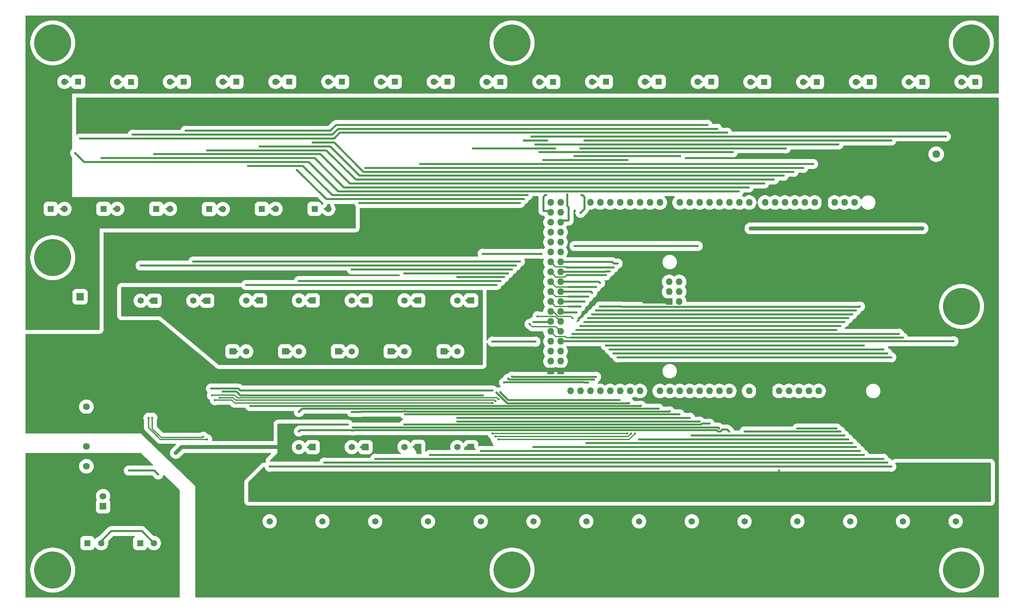
<source format=gbr>
%TF.GenerationSoftware,KiCad,Pcbnew,9.0.1*%
%TF.CreationDate,2025-04-13T16:26:25-07:00*%
%TF.ProjectId,HMI,484d492e-6b69-4636-9164-5f7063625858,rev?*%
%TF.SameCoordinates,Original*%
%TF.FileFunction,Copper,L2,Bot*%
%TF.FilePolarity,Positive*%
%FSLAX46Y46*%
G04 Gerber Fmt 4.6, Leading zero omitted, Abs format (unit mm)*
G04 Created by KiCad (PCBNEW 9.0.1) date 2025-04-13 16:26:25*
%MOMM*%
%LPD*%
G01*
G04 APERTURE LIST*
%TA.AperFunction,ComponentPad*%
%ADD10C,1.650000*%
%TD*%
%TA.AperFunction,ComponentPad*%
%ADD11R,1.650000X1.650000*%
%TD*%
%TA.AperFunction,ComponentPad*%
%ADD12C,1.725000*%
%TD*%
%TA.AperFunction,ComponentPad*%
%ADD13R,1.700000X1.700000*%
%TD*%
%TA.AperFunction,ComponentPad*%
%ADD14C,1.700000*%
%TD*%
%TA.AperFunction,ComponentPad*%
%ADD15R,1.950000X1.950000*%
%TD*%
%TA.AperFunction,ComponentPad*%
%ADD16C,1.950000*%
%TD*%
%TA.AperFunction,ComponentPad*%
%ADD17C,9.500000*%
%TD*%
%TA.AperFunction,ComponentPad*%
%ADD18O,1.727200X1.727200*%
%TD*%
%TA.AperFunction,ComponentPad*%
%ADD19R,1.727200X1.727200*%
%TD*%
%TA.AperFunction,ViaPad*%
%ADD20C,0.600000*%
%TD*%
%TA.AperFunction,Conductor*%
%ADD21C,0.500000*%
%TD*%
%TA.AperFunction,Conductor*%
%ADD22C,0.300000*%
%TD*%
%TA.AperFunction,Conductor*%
%ADD23C,1.000000*%
%TD*%
G04 APERTURE END LIST*
D10*
%TO.P,J7,3,3*%
%TO.N,+V_PanelLogic*%
X207500000Y-42500000D03*
%TO.P,J7,2,2*%
%TO.N,GND*%
X211000000Y-42500000D03*
D11*
%TO.P,J7,1,1*%
%TO.N,D27_PWR*%
X214500000Y-42500000D03*
%TD*%
D10*
%TO.P,J17,3,3*%
%TO.N,+V_PanelLogic*%
X72500000Y-42450000D03*
%TO.P,J17,2,2*%
%TO.N,GND*%
X76000000Y-42450000D03*
D11*
%TO.P,J17,1,1*%
%TO.N,D9_PWR*%
X79500000Y-42450000D03*
%TD*%
D10*
%TO.P,J9,3,3*%
%TO.N,+V_PanelLogic*%
X180500000Y-42450000D03*
%TO.P,J9,2,2*%
%TO.N,GND*%
X184000000Y-42450000D03*
D11*
%TO.P,J9,1,1*%
%TO.N,D25_PWR*%
X187500000Y-42450000D03*
%TD*%
D10*
%TO.P,J16,3,3*%
%TO.N,+V_PanelLogic*%
X86000000Y-42450000D03*
%TO.P,J16,2,2*%
%TO.N,GND*%
X89500000Y-42450000D03*
D11*
%TO.P,J16,1,1*%
%TO.N,D10_PWR*%
X93000000Y-42450000D03*
%TD*%
D10*
%TO.P,J21,3,3*%
%TO.N,+V_PanelLogic*%
X39000000Y-75000000D03*
%TO.P,J21,2,2*%
%TO.N,GND*%
X35500000Y-75000000D03*
D11*
%TO.P,J21,1,1*%
%TO.N,D5_PWR*%
X32000000Y-75000000D03*
%TD*%
D10*
%TO.P,J6,3,3*%
%TO.N,+V_PanelLogic*%
X221000000Y-42500000D03*
%TO.P,J6,2,2*%
%TO.N,GND*%
X224500000Y-42500000D03*
D11*
%TO.P,J6,1,1*%
%TO.N,D28_PWR*%
X228000000Y-42500000D03*
%TD*%
D10*
%TO.P,J25,3,3*%
%TO.N,+V_PanelLogic*%
X93000000Y-75000000D03*
%TO.P,J25,2,2*%
%TO.N,GND*%
X89500000Y-75000000D03*
D11*
%TO.P,J25,1,1*%
%TO.N,D45_PWR*%
X86000000Y-75000000D03*
%TD*%
D10*
%TO.P,J3,3,3*%
%TO.N,+V_PanelLogic*%
X261500000Y-42500000D03*
%TO.P,J3,2,2*%
%TO.N,GND*%
X265000000Y-42500000D03*
D11*
%TO.P,J3,1,1*%
%TO.N,D31_PWR*%
X268500000Y-42500000D03*
%TD*%
D10*
%TO.P,J5,3,3*%
%TO.N,+V_PanelLogic*%
X234500000Y-42500000D03*
%TO.P,J5,2,2*%
%TO.N,GND*%
X238000000Y-42500000D03*
D11*
%TO.P,J5,1,1*%
%TO.N,D29_PWR*%
X241500000Y-42500000D03*
%TD*%
D10*
%TO.P,J13,3,3*%
%TO.N,+V_PanelLogic*%
X126500000Y-42450000D03*
%TO.P,J13,2,2*%
%TO.N,GND*%
X130000000Y-42450000D03*
D11*
%TO.P,J13,1,1*%
%TO.N,D13_PWR*%
X133500000Y-42450000D03*
%TD*%
D10*
%TO.P,J24,3,3*%
%TO.N,+V_PanelLogic*%
X79500000Y-75050000D03*
%TO.P,J24,2,2*%
%TO.N,GND*%
X76000000Y-75050000D03*
D11*
%TO.P,J24,1,1*%
%TO.N,D44_PWR*%
X72500000Y-75050000D03*
%TD*%
D10*
%TO.P,J14,3,3*%
%TO.N,+V_PanelLogic*%
X113000000Y-42450000D03*
%TO.P,J14,2,2*%
%TO.N,GND*%
X116500000Y-42450000D03*
D11*
%TO.P,J14,1,1*%
%TO.N,D12_PWR*%
X120000000Y-42450000D03*
%TD*%
D10*
%TO.P,J10,3,3*%
%TO.N,+V_PanelLogic*%
X167000000Y-42450000D03*
%TO.P,J10,2,2*%
%TO.N,GND*%
X170500000Y-42450000D03*
D11*
%TO.P,J10,1,1*%
%TO.N,D24_PWR*%
X174000000Y-42450000D03*
%TD*%
D10*
%TO.P,J20,3,3*%
%TO.N,+V_PanelLogic*%
X32000000Y-42450000D03*
%TO.P,J20,2,2*%
%TO.N,GND*%
X35500000Y-42450000D03*
D11*
%TO.P,J20,1,1*%
%TO.N,D6_PWR*%
X39000000Y-42450000D03*
%TD*%
D10*
%TO.P,J18,3,3*%
%TO.N,+V_PanelLogic*%
X59000000Y-42450000D03*
%TO.P,J18,2,2*%
%TO.N,GND*%
X62500000Y-42450000D03*
D11*
%TO.P,J18,1,1*%
%TO.N,D8_PWR*%
X66000000Y-42450000D03*
%TD*%
D10*
%TO.P,J4,3,3*%
%TO.N,+V_PanelLogic*%
X248000000Y-42500000D03*
%TO.P,J4,2,2*%
%TO.N,GND*%
X251500000Y-42500000D03*
D11*
%TO.P,J4,1,1*%
%TO.N,D30_PWR*%
X255000000Y-42500000D03*
%TD*%
D10*
%TO.P,J15,3,3*%
%TO.N,+V_PanelLogic*%
X99500000Y-42450000D03*
%TO.P,J15,2,2*%
%TO.N,GND*%
X103000000Y-42450000D03*
D11*
%TO.P,J15,1,1*%
%TO.N,D11_PWR*%
X106500000Y-42450000D03*
%TD*%
D10*
%TO.P,J11,3,3*%
%TO.N,+V_PanelLogic*%
X153500000Y-42500000D03*
%TO.P,J11,2,2*%
%TO.N,GND*%
X157000000Y-42500000D03*
D11*
%TO.P,J11,1,1*%
%TO.N,D23_PWR*%
X160500000Y-42500000D03*
%TD*%
D10*
%TO.P,J23,3,3*%
%TO.N,+V_PanelLogic*%
X66000000Y-75000000D03*
%TO.P,J23,2,2*%
%TO.N,GND*%
X62500000Y-75000000D03*
D11*
%TO.P,J23,1,1*%
%TO.N,D3_PWR*%
X59000000Y-75000000D03*
%TD*%
D10*
%TO.P,J22,3,3*%
%TO.N,+V_PanelLogic*%
X52500000Y-75000000D03*
%TO.P,J22,2,2*%
%TO.N,GND*%
X49000000Y-75000000D03*
D11*
%TO.P,J22,1,1*%
%TO.N,D4_PWR*%
X45500000Y-75000000D03*
%TD*%
D10*
%TO.P,J12,3,3*%
%TO.N,+V_PanelLogic*%
X140000000Y-42500000D03*
%TO.P,J12,2,2*%
%TO.N,GND*%
X143500000Y-42500000D03*
D11*
%TO.P,J12,1,1*%
%TO.N,D22_PWR*%
X147000000Y-42500000D03*
%TD*%
D10*
%TO.P,J26,3,3*%
%TO.N,+V_PanelLogic*%
X106500000Y-75000000D03*
%TO.P,J26,2,2*%
%TO.N,GND*%
X103000000Y-75000000D03*
D11*
%TO.P,J26,1,1*%
%TO.N,D46_PWR*%
X99500000Y-75000000D03*
%TD*%
D10*
%TO.P,J19,3,3*%
%TO.N,+V_PanelLogic*%
X45500000Y-42500000D03*
%TO.P,J19,2,2*%
%TO.N,GND*%
X49000000Y-42500000D03*
D11*
%TO.P,J19,1,1*%
%TO.N,D7_PWR*%
X52500000Y-42500000D03*
%TD*%
D10*
%TO.P,J8,3,3*%
%TO.N,+V_PanelLogic*%
X194000000Y-42450000D03*
%TO.P,J8,2,2*%
%TO.N,GND*%
X197500000Y-42450000D03*
D11*
%TO.P,J8,1,1*%
%TO.N,D26_PWR*%
X201000000Y-42450000D03*
%TD*%
D12*
%TO.P,PS1,1,+VIN*%
%TO.N,+5V*%
X41115000Y-125675000D03*
%TO.P,PS1,2,-VIN*%
%TO.N,GND*%
X41115000Y-128215000D03*
%TO.P,PS1,5,-VOUT*%
%TO.N,CANBUS_ISO_GND*%
X41115000Y-135835000D03*
%TO.P,PS1,7,+VOUT*%
%TO.N,CANBUS_ISO_5V*%
X41115000Y-140915000D03*
%TD*%
D13*
%TO.P,JP1,1,A*%
%TO.N,Net-(JP1-A)*%
X45385000Y-151125000D03*
D14*
%TO.P,JP1,2,B*%
%TO.N,CanL_External*%
X45385000Y-148585000D03*
%TD*%
D11*
%TO.P,J58,1,1*%
%TO.N,CanL_External*%
X54885000Y-160585000D03*
D10*
%TO.P,J58,2,2*%
%TO.N,CanH_External*%
X58385000Y-160585000D03*
%TO.P,J58,3,3*%
%TO.N,CANBUS_ISO_GND*%
X61885000Y-160585000D03*
%TD*%
D11*
%TO.P,J57,1,1*%
%TO.N,CanL_External*%
X41385000Y-160585000D03*
D10*
%TO.P,J57,2,2*%
%TO.N,CanH_External*%
X44885000Y-160585000D03*
%TO.P,J57,3,3*%
%TO.N,CANBUS_ISO_GND*%
X48385000Y-160585000D03*
%TD*%
D11*
%TO.P,J56,1,1*%
%TO.N,GND*%
X99000000Y-136000000D03*
D10*
%TO.P,J56,2,2*%
%TO.N,A0_IN*%
X95500000Y-136000000D03*
%TO.P,J56,3,3*%
%TO.N,+5V*%
X92000000Y-136000000D03*
%TD*%
D11*
%TO.P,J55,1,1*%
%TO.N,GND*%
X112500000Y-136000000D03*
D10*
%TO.P,J55,2,2*%
%TO.N,A1_IN*%
X109000000Y-136000000D03*
%TO.P,J55,3,3*%
%TO.N,+5V*%
X105500000Y-136000000D03*
%TD*%
D11*
%TO.P,J54,1,1*%
%TO.N,GND*%
X126000000Y-135950000D03*
D10*
%TO.P,J54,2,2*%
%TO.N,A2_IN*%
X122500000Y-135950000D03*
%TO.P,J54,3,3*%
%TO.N,+5V*%
X119000000Y-135950000D03*
%TD*%
D11*
%TO.P,J53,1,1*%
%TO.N,GND*%
X139500000Y-136000000D03*
D10*
%TO.P,J53,2,2*%
%TO.N,A3_IN*%
X136000000Y-136000000D03*
%TO.P,J53,3,3*%
%TO.N,+5V*%
X132500000Y-136000000D03*
%TD*%
D11*
%TO.P,J52,1,1*%
%TO.N,GND*%
X132500000Y-111500000D03*
D10*
%TO.P,J52,2,2*%
%TO.N,A4_IN*%
X136000000Y-111500000D03*
%TO.P,J52,3,3*%
%TO.N,+5V*%
X139500000Y-111500000D03*
%TD*%
D11*
%TO.P,J51,1,1*%
%TO.N,GND*%
X119000000Y-111500000D03*
D10*
%TO.P,J51,2,2*%
%TO.N,A5_IN*%
X122500000Y-111500000D03*
%TO.P,J51,3,3*%
%TO.N,+5V*%
X126000000Y-111500000D03*
%TD*%
D11*
%TO.P,J50,1,1*%
%TO.N,GND*%
X105500000Y-111500000D03*
D10*
%TO.P,J50,2,2*%
%TO.N,A6_IN*%
X109000000Y-111500000D03*
%TO.P,J50,3,3*%
%TO.N,+5V*%
X112500000Y-111500000D03*
%TD*%
D11*
%TO.P,J49,1,1*%
%TO.N,GND*%
X92000000Y-111500000D03*
D10*
%TO.P,J49,2,2*%
%TO.N,A7_IN*%
X95500000Y-111500000D03*
%TO.P,J49,3,3*%
%TO.N,+5V*%
X99000000Y-111500000D03*
%TD*%
D11*
%TO.P,J48,1,1*%
%TO.N,GND*%
X78500000Y-111500000D03*
D10*
%TO.P,J48,2,2*%
%TO.N,A8_IN*%
X82000000Y-111500000D03*
%TO.P,J48,3,3*%
%TO.N,+5V*%
X85500000Y-111500000D03*
%TD*%
D11*
%TO.P,J47,1,1*%
%TO.N,GND*%
X85500000Y-98450000D03*
D10*
%TO.P,J47,2,2*%
%TO.N,A9_IN*%
X82000000Y-98450000D03*
%TO.P,J47,3,3*%
%TO.N,+5V*%
X78500000Y-98450000D03*
%TD*%
D11*
%TO.P,J46,1,1*%
%TO.N,GND*%
X99000000Y-98450000D03*
D10*
%TO.P,J46,2,2*%
%TO.N,A10_IN*%
X95500000Y-98450000D03*
%TO.P,J46,3,3*%
%TO.N,+5V*%
X92000000Y-98450000D03*
%TD*%
D11*
%TO.P,J45,1,1*%
%TO.N,GND*%
X112500000Y-98450000D03*
D10*
%TO.P,J45,2,2*%
%TO.N,A11_IN*%
X109000000Y-98450000D03*
%TO.P,J45,3,3*%
%TO.N,+5V*%
X105500000Y-98450000D03*
%TD*%
D11*
%TO.P,J44,1,1*%
%TO.N,GND*%
X126000000Y-98450000D03*
D10*
%TO.P,J44,2,2*%
%TO.N,A12_IN*%
X122500000Y-98450000D03*
%TO.P,J44,3,3*%
%TO.N,+5V*%
X119000000Y-98450000D03*
%TD*%
D11*
%TO.P,J43,1,1*%
%TO.N,GND*%
X139500000Y-98450000D03*
D10*
%TO.P,J43,2,2*%
%TO.N,A13_IN*%
X136000000Y-98450000D03*
%TO.P,J43,3,3*%
%TO.N,+5V*%
X132500000Y-98450000D03*
%TD*%
D11*
%TO.P,J42,1,1*%
%TO.N,GND*%
X72000000Y-98500000D03*
D10*
%TO.P,J42,2,2*%
%TO.N,A14_IN*%
X68500000Y-98500000D03*
%TO.P,J42,3,3*%
%TO.N,+5V*%
X65000000Y-98500000D03*
%TD*%
D11*
%TO.P,J41,1,1*%
%TO.N,GND*%
X58500000Y-98500000D03*
D10*
%TO.P,J41,2,2*%
%TO.N,A15_IN*%
X55000000Y-98500000D03*
%TO.P,J41,3,3*%
%TO.N,+5V*%
X51500000Y-98500000D03*
%TD*%
D11*
%TO.P,J40,1,1*%
%TO.N,GND*%
X84500000Y-155000000D03*
D10*
%TO.P,J40,2,2*%
%TO.N,D32_IN*%
X88000000Y-155000000D03*
%TO.P,J40,3,3*%
%TO.N,GND*%
X91500000Y-155000000D03*
%TD*%
D11*
%TO.P,J39,1,1*%
%TO.N,GND*%
X98000000Y-155000000D03*
D10*
%TO.P,J39,2,2*%
%TO.N,D33_IN*%
X101500000Y-155000000D03*
%TO.P,J39,3,3*%
%TO.N,GND*%
X105000000Y-155000000D03*
%TD*%
D11*
%TO.P,J38,1,1*%
%TO.N,GND*%
X111500000Y-155050000D03*
D10*
%TO.P,J38,2,2*%
%TO.N,D34_IN*%
X115000000Y-155050000D03*
%TO.P,J38,3,3*%
%TO.N,GND*%
X118500000Y-155050000D03*
%TD*%
D11*
%TO.P,J37,1,1*%
%TO.N,GND*%
X125000000Y-155050000D03*
D10*
%TO.P,J37,2,2*%
%TO.N,D35_IN*%
X128500000Y-155050000D03*
%TO.P,J37,3,3*%
%TO.N,GND*%
X132000000Y-155050000D03*
%TD*%
D11*
%TO.P,J36,1,1*%
%TO.N,GND*%
X138500000Y-155050000D03*
D10*
%TO.P,J36,2,2*%
%TO.N,D36_IN*%
X142000000Y-155050000D03*
%TO.P,J36,3,3*%
%TO.N,GND*%
X145500000Y-155050000D03*
%TD*%
D11*
%TO.P,J35,1,1*%
%TO.N,GND*%
X152000000Y-155050000D03*
D10*
%TO.P,J35,2,2*%
%TO.N,D37_IN*%
X155500000Y-155050000D03*
%TO.P,J35,3,3*%
%TO.N,GND*%
X159000000Y-155050000D03*
%TD*%
D11*
%TO.P,J34,1,1*%
%TO.N,GND*%
X165500000Y-155000000D03*
D10*
%TO.P,J34,2,2*%
%TO.N,D38_IN*%
X169000000Y-155000000D03*
%TO.P,J34,3,3*%
%TO.N,GND*%
X172500000Y-155000000D03*
%TD*%
D11*
%TO.P,J33,1,1*%
%TO.N,GND*%
X179000000Y-155000000D03*
D10*
%TO.P,J33,2,2*%
%TO.N,D39_IN*%
X182500000Y-155000000D03*
%TO.P,J33,3,3*%
%TO.N,GND*%
X186000000Y-155000000D03*
%TD*%
D11*
%TO.P,J32,1,1*%
%TO.N,GND*%
X192500000Y-155000000D03*
D10*
%TO.P,J32,2,2*%
%TO.N,D40_IN*%
X196000000Y-155000000D03*
%TO.P,J32,3,3*%
%TO.N,GND*%
X199500000Y-155000000D03*
%TD*%
D11*
%TO.P,J31,1,1*%
%TO.N,GND*%
X206000000Y-155050000D03*
D10*
%TO.P,J31,2,2*%
%TO.N,D41_IN*%
X209500000Y-155050000D03*
%TO.P,J31,3,3*%
%TO.N,GND*%
X213000000Y-155050000D03*
%TD*%
D11*
%TO.P,J30,1,1*%
%TO.N,GND*%
X219500000Y-155000000D03*
D10*
%TO.P,J30,2,2*%
%TO.N,D42_IN*%
X223000000Y-155000000D03*
%TO.P,J30,3,3*%
%TO.N,GND*%
X226500000Y-155000000D03*
%TD*%
D11*
%TO.P,J29,1,1*%
%TO.N,GND*%
X233000000Y-155000000D03*
D10*
%TO.P,J29,2,2*%
%TO.N,D43_IN*%
X236500000Y-155000000D03*
%TO.P,J29,3,3*%
%TO.N,GND*%
X240000000Y-155000000D03*
%TD*%
D11*
%TO.P,J28,1,1*%
%TO.N,GND*%
X246500000Y-155000000D03*
D10*
%TO.P,J28,2,2*%
%TO.N,D47_IN*%
X250000000Y-155000000D03*
%TO.P,J28,3,3*%
%TO.N,GND*%
X253500000Y-155000000D03*
%TD*%
D11*
%TO.P,J27,1,1*%
%TO.N,GND*%
X260000000Y-155000000D03*
D10*
%TO.P,J27,2,2*%
%TO.N,D48_IN*%
X263500000Y-155000000D03*
%TO.P,J27,3,3*%
%TO.N,GND*%
X267000000Y-155000000D03*
%TD*%
D15*
%TO.P,J2,1,1*%
%TO.N,GND*%
X258500000Y-66000000D03*
D16*
%TO.P,J2,2,2*%
%TO.N,+12V*%
X258500000Y-61000000D03*
%TD*%
D15*
%TO.P,J1,1,1*%
%TO.N,GND*%
X39500000Y-97500000D03*
D16*
%TO.P,J1,2,2*%
%TO.N,+V_PanelLogic*%
X39500000Y-102500000D03*
%TD*%
D17*
%TO.P,H8,1,1*%
%TO.N,unconnected-(H8-Pad1)*%
X150000000Y-32500000D03*
%TD*%
%TO.P,H7,1,1*%
%TO.N,unconnected-(H7-Pad1)*%
X32500000Y-87500000D03*
%TD*%
%TO.P,H6,1,1*%
%TO.N,unconnected-(H6-Pad1)*%
X265000000Y-167500000D03*
%TD*%
%TO.P,H5,1,1*%
%TO.N,unconnected-(H5-Pad1)*%
X32500000Y-32500000D03*
%TD*%
%TO.P,H4,1,1*%
%TO.N,unconnected-(H4-Pad1)*%
X267500000Y-32500000D03*
%TD*%
%TO.P,H3,1,1*%
%TO.N,unconnected-(H3-Pad1)*%
X265000000Y-100000000D03*
%TD*%
%TO.P,H2,1,1*%
%TO.N,unconnected-(H2-Pad1)*%
X32500000Y-167500000D03*
%TD*%
%TO.P,H1,1,1*%
%TO.N,unconnected-(H1-Pad1)*%
X150000000Y-167500000D03*
%TD*%
D18*
%TO.P,A2,*%
%TO.N,*%
X228436000Y-121630000D03*
%TO.P,A2,3V3,3.3V*%
%TO.N,unconnected-(A2-3.3V-Pad3V3)*%
X220816000Y-121630000D03*
%TO.P,A2,5V1,5V*%
%TO.N,+5V*%
X218276000Y-121630000D03*
%TO.P,A2,5V2,SPI_5V*%
%TO.N,unconnected-(A2-SPI_5V-Pad5V2)*%
X190209000Y-93690000D03*
%TO.P,A2,5V3,5V*%
%TO.N,unconnected-(A2-5V-Pad5V3)*%
X162396000Y-73370000D03*
%TO.P,A2,5V4,5V*%
%TO.N,unconnected-(A2-5V-Pad5V4)*%
X159856000Y-73370000D03*
%TO.P,A2,A0,A0*%
%TO.N,A0_IN*%
X205576000Y-121630000D03*
%TO.P,A2,A1,A1*%
%TO.N,A1_IN*%
X203036000Y-121630000D03*
%TO.P,A2,A2,A2*%
%TO.N,A2_IN*%
X200496000Y-121630000D03*
%TO.P,A2,A3,A3*%
%TO.N,A3_IN*%
X197956000Y-121630000D03*
%TO.P,A2,A4,A4*%
%TO.N,A4_IN*%
X195416000Y-121630000D03*
%TO.P,A2,A5,A5*%
%TO.N,A5_IN*%
X192876000Y-121630000D03*
%TO.P,A2,A6,A6*%
%TO.N,A6_IN*%
X190336000Y-121630000D03*
%TO.P,A2,A7,A7*%
%TO.N,A7_IN*%
X187796000Y-121630000D03*
%TO.P,A2,A8,A8*%
%TO.N,A8_IN*%
X182716000Y-121630000D03*
%TO.P,A2,A9,A9*%
%TO.N,A9_IN*%
X180176000Y-121630000D03*
%TO.P,A2,A10,A10*%
%TO.N,A10_IN*%
X177636000Y-121630000D03*
%TO.P,A2,A11,A11*%
%TO.N,A11_IN*%
X175096000Y-121630000D03*
%TO.P,A2,A12,A12*%
%TO.N,A12_IN*%
X172556000Y-121630000D03*
%TO.P,A2,A13,A13*%
%TO.N,A13_IN*%
X170016000Y-121630000D03*
%TO.P,A2,A14,A14*%
%TO.N,A14_IN*%
X167476000Y-121630000D03*
%TO.P,A2,A15,A15*%
%TO.N,A15_IN*%
X164936000Y-121630000D03*
%TO.P,A2,AREF,AREF*%
%TO.N,unconnected-(A2-PadAREF)*%
X232500000Y-73370000D03*
%TO.P,A2,D0,D0/RX0*%
%TO.N,unconnected-(A2-D0{slash}RX0-PadD0)*%
X192876000Y-73370000D03*
%TO.P,A2,D1,D1/TX0*%
%TO.N,unconnected-(A2-D1{slash}TX0-PadD1)*%
X195416000Y-73370000D03*
%TO.P,A2,D2,D2_INT0*%
%TO.N,CAN_INT*%
X197956000Y-73370000D03*
%TO.P,A2,D3,D3_INT1*%
%TO.N,D3_OUT*%
X200496000Y-73370000D03*
%TO.P,A2,D4,D4*%
%TO.N,D4_OUT*%
X203036000Y-73370000D03*
%TO.P,A2,D5,D5*%
%TO.N,D5_OUT*%
X205576000Y-73370000D03*
%TO.P,A2,D6,D6*%
%TO.N,D6_OUT*%
X208116000Y-73370000D03*
%TO.P,A2,D7,D7*%
%TO.N,D7_OUT*%
X210656000Y-73370000D03*
%TO.P,A2,D8,D8*%
%TO.N,D8_OUT*%
X214720000Y-73370000D03*
%TO.P,A2,D9,D9*%
%TO.N,D9_OUT*%
X217260000Y-73370000D03*
%TO.P,A2,D10,D10*%
%TO.N,D10_OUT*%
X219800000Y-73370000D03*
%TO.P,A2,D11,D11*%
%TO.N,D11_OUT*%
X222340000Y-73370000D03*
%TO.P,A2,D12,D12*%
%TO.N,D12_OUT*%
X224880000Y-73370000D03*
%TO.P,A2,D13,D13*%
%TO.N,D13_OUT*%
X227420000Y-73370000D03*
%TO.P,A2,D14,D14/TX3*%
%TO.N,SERIAL3_TX*%
X187796000Y-73370000D03*
%TO.P,A2,D15,D15/RX3*%
%TO.N,SERIAL3_RX*%
X185256000Y-73370000D03*
%TO.P,A2,D16,D16/TX2*%
%TO.N,SERIAL2_TX*%
X182716000Y-73370000D03*
%TO.P,A2,D17,D17/RX2*%
%TO.N,SERIAL2_RX*%
X180176000Y-73370000D03*
%TO.P,A2,D18,D18/TX1*%
%TO.N,SERIAL1_TX*%
X177636000Y-73370000D03*
%TO.P,A2,D19,D19/RX1*%
%TO.N,SERIAL1_RX*%
X175096000Y-73370000D03*
%TO.P,A2,D20,D20/SDA*%
%TO.N,unconnected-(A2-D20{slash}SDA-PadD20)*%
X172556000Y-73370000D03*
%TO.P,A2,D21,D21/SCL*%
%TO.N,unconnected-(A2-D21{slash}SCL-PadD21)*%
X170016000Y-73370000D03*
%TO.P,A2,D22,D22*%
%TO.N,D22_OUT*%
X162396000Y-75910000D03*
%TO.P,A2,D23,D23*%
%TO.N,D23_OUT*%
X159856000Y-75910000D03*
%TO.P,A2,D24,D24*%
%TO.N,D24_OUT*%
X162396000Y-78450000D03*
%TO.P,A2,D25,D25*%
%TO.N,D25_OUT*%
X159856000Y-78450000D03*
%TO.P,A2,D26,D26*%
%TO.N,D26_OUT*%
X162396000Y-80990000D03*
%TO.P,A2,D27,D27*%
%TO.N,D27_OUT*%
X159856000Y-80990000D03*
%TO.P,A2,D28,D28*%
%TO.N,D28_OUT*%
X162396000Y-83530000D03*
%TO.P,A2,D29,D29*%
%TO.N,D29_OUT*%
X159856000Y-83530000D03*
%TO.P,A2,D30,D30*%
%TO.N,D30_OUT*%
X162396000Y-86070000D03*
%TO.P,A2,D31,D31*%
%TO.N,D31_OUT*%
X159856000Y-86070000D03*
%TO.P,A2,D32,D32*%
%TO.N,D32_IN*%
X162396000Y-88610000D03*
%TO.P,A2,D33,D33*%
%TO.N,D33_IN*%
X159856000Y-88610000D03*
%TO.P,A2,D34,D34*%
%TO.N,D34_IN*%
X162396000Y-91150000D03*
%TO.P,A2,D35,D35*%
%TO.N,D35_IN*%
X159856000Y-91150000D03*
%TO.P,A2,D36,D36*%
%TO.N,D36_IN*%
X162396000Y-93690000D03*
%TO.P,A2,D37,D37*%
%TO.N,D37_IN*%
X159856000Y-93690000D03*
%TO.P,A2,D38,D38*%
%TO.N,D38_IN*%
X162396000Y-96230000D03*
%TO.P,A2,D39,D39*%
%TO.N,D39_IN*%
X159856000Y-96230000D03*
%TO.P,A2,D40,D40*%
%TO.N,D40_IN*%
X162396000Y-98770000D03*
%TO.P,A2,D41,D41*%
%TO.N,D41_IN*%
X159856000Y-98770000D03*
%TO.P,A2,D42,D42*%
%TO.N,D42_IN*%
X162396000Y-101310000D03*
%TO.P,A2,D43,D43*%
%TO.N,D43_IN*%
X159856000Y-101310000D03*
%TO.P,A2,D44,D44*%
%TO.N,D44_OUT*%
X162396000Y-103850000D03*
%TO.P,A2,D45,D45*%
%TO.N,D45_OUT*%
X159856000Y-103850000D03*
%TO.P,A2,D46,D46*%
%TO.N,D46_OUT*%
X162396000Y-106390000D03*
%TO.P,A2,D47,D47*%
%TO.N,D47_IN*%
X159856000Y-106390000D03*
%TO.P,A2,D48,D48*%
%TO.N,D48_IN*%
X162396000Y-108930000D03*
%TO.P,A2,D49,D49*%
%TO.N,CAN_CS*%
X159856000Y-108930000D03*
%TO.P,A2,D50,D50_MISO*%
%TO.N,unconnected-(A2-D50_MISO-PadD50)*%
X162396000Y-111470000D03*
%TO.P,A2,D51,D51_MOSI*%
%TO.N,unconnected-(A2-D51_MOSI-PadD51)*%
X159856000Y-111470000D03*
%TO.P,A2,D52,D52_SCK*%
%TO.N,unconnected-(A2-D52_SCK-PadD52)*%
X162396000Y-114010000D03*
%TO.P,A2,D53,D53_CS*%
%TO.N,unconnected-(A2-D53_CS-PadD53)*%
X159856000Y-114010000D03*
D19*
%TO.P,A2,GND1,GND*%
%TO.N,GND*%
X229960000Y-73370000D03*
%TO.P,A2,GND2,GND*%
X215736000Y-121630000D03*
%TO.P,A2,GND3,GND*%
X213196000Y-121630000D03*
%TO.P,A2,GND4,SPI_GND*%
X190209000Y-98770000D03*
%TO.P,A2,GND5,GND*%
X162396000Y-116550000D03*
%TO.P,A2,GND6,GND*%
X159856000Y-116550000D03*
D18*
%TO.P,A2,IORF,IOREF*%
%TO.N,unconnected-(A2-IOREF-PadIORF)*%
X225896000Y-121630000D03*
%TO.P,A2,MISO,SPI_MISO*%
%TO.N,CAN_SO*%
X192749000Y-93690000D03*
%TO.P,A2,MOSI,SPI_MOSI*%
%TO.N,CAN_SI*%
X190209000Y-96230000D03*
%TO.P,A2,RST1,RESET*%
%TO.N,unconnected-(A2-RESET-PadRST1)*%
X223356000Y-121630000D03*
%TO.P,A2,RST2,SPI_RESET*%
%TO.N,unconnected-(A2-SPI_RESET-PadRST2)*%
X192749000Y-98770000D03*
%TO.P,A2,SCK,SPI_SCK*%
%TO.N,CAN_SCK*%
X192749000Y-96230000D03*
%TO.P,A2,SCL,SCL*%
%TO.N,unconnected-(A2-PadSCL)*%
X237580000Y-73370000D03*
%TO.P,A2,SDA,SDA*%
%TO.N,unconnected-(A2-PadSDA)*%
X235040000Y-73370000D03*
%TO.P,A2,VIN,VIN*%
%TO.N,+12V*%
X210656000Y-121630000D03*
%TD*%
D20*
%TO.N,GND*%
X149000000Y-76000000D03*
X146000000Y-76000000D03*
X147000000Y-76000000D03*
X148000000Y-76000000D03*
X142000000Y-76000000D03*
X140000000Y-76000000D03*
X141000000Y-76000000D03*
X145000000Y-76000000D03*
X144000000Y-76000000D03*
X143000000Y-76000000D03*
X112000000Y-77000000D03*
X133000000Y-76000000D03*
X134000000Y-76000000D03*
X136000000Y-76000000D03*
X130000000Y-76000000D03*
X127000000Y-76000000D03*
X139000000Y-76000000D03*
X137000000Y-76000000D03*
X128000000Y-76000000D03*
X135000000Y-76000000D03*
X126000000Y-76000000D03*
X129000000Y-76000000D03*
X131000000Y-76000000D03*
X132000000Y-76000000D03*
X138000000Y-76000000D03*
X119000000Y-76000000D03*
X120000000Y-76000000D03*
X122000000Y-76000000D03*
X116000000Y-76000000D03*
X113000000Y-76000000D03*
X125000000Y-76000000D03*
X123000000Y-76000000D03*
X114000000Y-76000000D03*
X121000000Y-76000000D03*
X112000000Y-76000000D03*
X115000000Y-76000000D03*
X117000000Y-76000000D03*
X118000000Y-76000000D03*
X124000000Y-76000000D03*
X110000000Y-82000000D03*
X111000000Y-82000000D03*
X112000000Y-81000000D03*
X107000000Y-82000000D03*
X104000000Y-82000000D03*
X112000000Y-78000000D03*
X112000000Y-80000000D03*
X105000000Y-82000000D03*
X112000000Y-82000000D03*
X103000000Y-82000000D03*
X106000000Y-82000000D03*
X108000000Y-82000000D03*
X109000000Y-82000000D03*
X112000000Y-79000000D03*
X96000000Y-82000000D03*
X97000000Y-82000000D03*
X99000000Y-82000000D03*
X93000000Y-82000000D03*
X90000000Y-82000000D03*
X102000000Y-82000000D03*
X100000000Y-82000000D03*
X91000000Y-82000000D03*
X98000000Y-82000000D03*
X89000000Y-82000000D03*
X92000000Y-82000000D03*
X94000000Y-82000000D03*
X95000000Y-82000000D03*
X101000000Y-82000000D03*
X82000000Y-82000000D03*
X83000000Y-82000000D03*
X85000000Y-82000000D03*
X79000000Y-82000000D03*
X76000000Y-82000000D03*
X88000000Y-82000000D03*
X86000000Y-82000000D03*
X77000000Y-82000000D03*
X84000000Y-82000000D03*
X75000000Y-82000000D03*
X78000000Y-82000000D03*
X80000000Y-82000000D03*
X81000000Y-82000000D03*
X87000000Y-82000000D03*
X68000000Y-82000000D03*
X69000000Y-82000000D03*
X71000000Y-82000000D03*
X65000000Y-82000000D03*
X62000000Y-82000000D03*
X74000000Y-82000000D03*
X72000000Y-82000000D03*
X63000000Y-82000000D03*
X70000000Y-82000000D03*
X61000000Y-82000000D03*
X64000000Y-82000000D03*
X66000000Y-82000000D03*
X67000000Y-82000000D03*
X73000000Y-82000000D03*
X60000000Y-82000000D03*
X59000000Y-82000000D03*
X58000000Y-82000000D03*
X57000000Y-82000000D03*
X56000000Y-82000000D03*
X55000000Y-82000000D03*
X54000000Y-82000000D03*
X53000000Y-82000000D03*
X52000000Y-82000000D03*
X51000000Y-82000000D03*
X50000000Y-82000000D03*
X49000000Y-82000000D03*
X48000000Y-82000000D03*
X47000000Y-82000000D03*
X46000000Y-83000000D03*
X46000000Y-82000000D03*
X46000000Y-84000000D03*
X46000000Y-85000000D03*
X46000000Y-86000000D03*
X46000000Y-87000000D03*
X46000000Y-88000000D03*
X46000000Y-89000000D03*
X46000000Y-90000000D03*
X46000000Y-91000000D03*
X46000000Y-92000000D03*
X46000000Y-93000000D03*
X46000000Y-94000000D03*
X46000000Y-95000000D03*
X46000000Y-96000000D03*
X46000000Y-97000000D03*
X46000000Y-98000000D03*
X46000000Y-99000000D03*
X46000000Y-100000000D03*
X46000000Y-101000000D03*
X46000000Y-102000000D03*
X46000000Y-103000000D03*
X46000000Y-104000000D03*
X46000000Y-105000000D03*
X46000000Y-106000000D03*
X46000000Y-107000000D03*
X46000000Y-108000000D03*
X45000000Y-108000000D03*
X44000000Y-108000000D03*
X43000000Y-108000000D03*
X42000000Y-108000000D03*
X41000000Y-108000000D03*
X40000000Y-108000000D03*
X39000000Y-108000000D03*
X38000000Y-108000000D03*
X37000000Y-108000000D03*
X36000000Y-108000000D03*
X35000000Y-108000000D03*
X34000000Y-108000000D03*
X33000000Y-108000000D03*
X32000000Y-108000000D03*
X31000000Y-108000000D03*
X30000000Y-108000000D03*
X29000000Y-108000000D03*
X28000000Y-108000000D03*
X27000000Y-108000000D03*
X26000000Y-108000000D03*
X26000000Y-109000000D03*
X26000000Y-110000000D03*
X26000000Y-111000000D03*
X26000000Y-112000000D03*
X26000000Y-113000000D03*
X26000000Y-114000000D03*
X26000000Y-115000000D03*
X26000000Y-116000000D03*
X26000000Y-117000000D03*
X26000000Y-118000000D03*
X26000000Y-119000000D03*
X26000000Y-120000000D03*
X26000000Y-121000000D03*
X26000000Y-122000000D03*
X26000000Y-123000000D03*
X26000000Y-124000000D03*
X26000000Y-125000000D03*
X26000000Y-126000000D03*
X26000000Y-127000000D03*
X26000000Y-128000000D03*
X26000000Y-129000000D03*
X26000000Y-130000000D03*
X26000000Y-131000000D03*
X51000000Y-55000000D03*
X50000000Y-55000000D03*
X49000000Y-55000000D03*
X43000000Y-55000000D03*
X42000000Y-55000000D03*
X41000000Y-55000000D03*
X40000000Y-55000000D03*
X39000000Y-55000000D03*
X39000000Y-54000000D03*
X39000000Y-53000000D03*
X39000000Y-52000000D03*
X41000000Y-47000000D03*
X42000000Y-47000000D03*
X43000000Y-47000000D03*
X44000000Y-47000000D03*
X45000000Y-47000000D03*
X46000000Y-47000000D03*
X47000000Y-47000000D03*
X48000000Y-47000000D03*
X49000000Y-47000000D03*
X50000000Y-47000000D03*
X51000000Y-47000000D03*
X54000000Y-47000000D03*
X55000000Y-47000000D03*
X56000000Y-47000000D03*
X57000000Y-47000000D03*
X58000000Y-47000000D03*
X59000000Y-47000000D03*
X60000000Y-47000000D03*
X61000000Y-47000000D03*
X62000000Y-47000000D03*
X63000000Y-47000000D03*
X64000000Y-47000000D03*
X68000000Y-47000000D03*
X69000000Y-47000000D03*
X70000000Y-47000000D03*
X71000000Y-47000000D03*
X72000000Y-47000000D03*
X73000000Y-47000000D03*
X74000000Y-47000000D03*
X75000000Y-47000000D03*
X76000000Y-47000000D03*
X77000000Y-47000000D03*
X78000000Y-47000000D03*
X81000000Y-47000000D03*
X82000000Y-47000000D03*
X83000000Y-47000000D03*
X84000000Y-47000000D03*
X85000000Y-47000000D03*
X86000000Y-47000000D03*
X87000000Y-47000000D03*
X88000000Y-47000000D03*
X89000000Y-47000000D03*
X90000000Y-47000000D03*
X91000000Y-47000000D03*
X95000000Y-47000000D03*
X96000000Y-47000000D03*
X97000000Y-47000000D03*
X98000000Y-47000000D03*
X99000000Y-47000000D03*
X100000000Y-47000000D03*
X101000000Y-47000000D03*
X102000000Y-47000000D03*
X103000000Y-47000000D03*
X104000000Y-47000000D03*
X105000000Y-47000000D03*
X108000000Y-47000000D03*
X109000000Y-47000000D03*
X110000000Y-47000000D03*
X111000000Y-47000000D03*
X112000000Y-47000000D03*
X113000000Y-47000000D03*
X114000000Y-47000000D03*
X115000000Y-47000000D03*
X116000000Y-47000000D03*
X117000000Y-47000000D03*
X118000000Y-47000000D03*
X122000000Y-47000000D03*
X123000000Y-47000000D03*
X124000000Y-47000000D03*
X125000000Y-47000000D03*
X126000000Y-47000000D03*
X127000000Y-47000000D03*
X128000000Y-47000000D03*
X129000000Y-47000000D03*
X130000000Y-47000000D03*
X131000000Y-47000000D03*
X132000000Y-47000000D03*
X135000000Y-47000000D03*
X136000000Y-47000000D03*
X137000000Y-47000000D03*
X138000000Y-47000000D03*
X139000000Y-47000000D03*
X140000000Y-47000000D03*
X142000000Y-47000000D03*
X141000000Y-47000000D03*
X143000000Y-47000000D03*
X144000000Y-47000000D03*
X145000000Y-47000000D03*
X149000000Y-47000000D03*
X150000000Y-47000000D03*
X151000000Y-47000000D03*
X152000000Y-47000000D03*
X153000000Y-47000000D03*
X154000000Y-47000000D03*
X155000000Y-47000000D03*
X156000000Y-47000000D03*
X157000000Y-47000000D03*
X158000000Y-47000000D03*
X159000000Y-47000000D03*
X162000000Y-47000000D03*
X164000000Y-47000000D03*
X163000000Y-47000000D03*
X165000000Y-47000000D03*
X166000000Y-47000000D03*
X167000000Y-47000000D03*
X168000000Y-47000000D03*
X169000000Y-47000000D03*
X170000000Y-47000000D03*
X171000000Y-47000000D03*
X172000000Y-47000000D03*
X176000000Y-47000000D03*
X177000000Y-47000000D03*
X178000000Y-47000000D03*
X180000000Y-47000000D03*
X179000000Y-47000000D03*
X181000000Y-47000000D03*
X182000000Y-47000000D03*
X183000000Y-47000000D03*
X184000000Y-47000000D03*
X185000000Y-47000000D03*
X186000000Y-47000000D03*
X189000000Y-47000000D03*
X190000000Y-47000000D03*
X191000000Y-47000000D03*
X192000000Y-47000000D03*
X193000000Y-47000000D03*
X194000000Y-47000000D03*
X195000000Y-47000000D03*
X196000000Y-47000000D03*
X197000000Y-47000000D03*
X198000000Y-47000000D03*
X199000000Y-47000000D03*
X203000000Y-47000000D03*
X205000000Y-47000000D03*
X204000000Y-47000000D03*
X206000000Y-47000000D03*
X207000000Y-47000000D03*
X208000000Y-47000000D03*
X209000000Y-47000000D03*
X210000000Y-47000000D03*
X211000000Y-47000000D03*
X212000000Y-47000000D03*
X213000000Y-47000000D03*
X216000000Y-47000000D03*
X217000000Y-47000000D03*
X218000000Y-47000000D03*
X219000000Y-47000000D03*
X220000000Y-47000000D03*
X221000000Y-47000000D03*
X222000000Y-47000000D03*
X223000000Y-47000000D03*
X224000000Y-47000000D03*
X225000000Y-47000000D03*
X226000000Y-47000000D03*
X230000000Y-47000000D03*
X231000000Y-47000000D03*
X232000000Y-47000000D03*
X233000000Y-47000000D03*
X234000000Y-47000000D03*
X235000000Y-47000000D03*
X236000000Y-47000000D03*
X237000000Y-47000000D03*
X238000000Y-47000000D03*
X239000000Y-47000000D03*
X240000000Y-47000000D03*
X243000000Y-47000000D03*
X244000000Y-47000000D03*
X245000000Y-47000000D03*
X246000000Y-47000000D03*
X247000000Y-47000000D03*
X248000000Y-47000000D03*
X249000000Y-47000000D03*
X250000000Y-47000000D03*
X251000000Y-47000000D03*
X252000000Y-47000000D03*
X253000000Y-47000000D03*
X257000000Y-47000000D03*
X258000000Y-47000000D03*
X259000000Y-47000000D03*
X260000000Y-47000000D03*
X261000000Y-47000000D03*
X262000000Y-47000000D03*
X263000000Y-47000000D03*
X264000000Y-47000000D03*
X265000000Y-47000000D03*
X266000000Y-47000000D03*
X267000000Y-47000000D03*
X270000000Y-47000000D03*
X271000000Y-47000000D03*
X272000000Y-47000000D03*
X273000000Y-47000000D03*
X274000000Y-47000000D03*
X274000000Y-56000000D03*
X274000000Y-49000000D03*
X274000000Y-50000000D03*
X274000000Y-57000000D03*
X274000000Y-52000000D03*
X274000000Y-51000000D03*
X274000000Y-48000000D03*
X274000000Y-55000000D03*
X274000000Y-54000000D03*
X274000000Y-53000000D03*
X274000000Y-75000000D03*
X274000000Y-74000000D03*
X274000000Y-81000000D03*
X274000000Y-64000000D03*
X274000000Y-69000000D03*
X274000000Y-62000000D03*
X274000000Y-66000000D03*
X274000000Y-70000000D03*
X274000000Y-59000000D03*
X274000000Y-86000000D03*
X274000000Y-84000000D03*
X274000000Y-80000000D03*
X274000000Y-83000000D03*
X274000000Y-61000000D03*
X274000000Y-82000000D03*
X274000000Y-65000000D03*
X274000000Y-60000000D03*
X274000000Y-73000000D03*
X274000000Y-76000000D03*
X274000000Y-58000000D03*
X274000000Y-72000000D03*
X274000000Y-63000000D03*
X274000000Y-79000000D03*
X274000000Y-77000000D03*
X274000000Y-85000000D03*
X274000000Y-71000000D03*
X274000000Y-68000000D03*
X274000000Y-78000000D03*
X274000000Y-67000000D03*
X274000000Y-104000000D03*
X274000000Y-103000000D03*
X274000000Y-110000000D03*
X274000000Y-93000000D03*
X274000000Y-98000000D03*
X274000000Y-91000000D03*
X274000000Y-95000000D03*
X274000000Y-99000000D03*
X274000000Y-88000000D03*
X274000000Y-115000000D03*
X274000000Y-113000000D03*
X274000000Y-109000000D03*
X274000000Y-112000000D03*
X274000000Y-90000000D03*
X274000000Y-111000000D03*
X274000000Y-94000000D03*
X274000000Y-89000000D03*
X274000000Y-102000000D03*
X274000000Y-105000000D03*
X274000000Y-87000000D03*
X274000000Y-101000000D03*
X274000000Y-92000000D03*
X274000000Y-108000000D03*
X274000000Y-106000000D03*
X274000000Y-114000000D03*
X274000000Y-100000000D03*
X274000000Y-97000000D03*
X274000000Y-107000000D03*
X274000000Y-96000000D03*
X274000000Y-133000000D03*
X274000000Y-132000000D03*
X274000000Y-139000000D03*
X274000000Y-122000000D03*
X274000000Y-127000000D03*
X274000000Y-120000000D03*
X274000000Y-124000000D03*
X274000000Y-128000000D03*
X274000000Y-117000000D03*
X274000000Y-144000000D03*
X274000000Y-142000000D03*
X274000000Y-138000000D03*
X274000000Y-141000000D03*
X274000000Y-119000000D03*
X274000000Y-140000000D03*
X274000000Y-123000000D03*
X274000000Y-118000000D03*
X274000000Y-131000000D03*
X274000000Y-134000000D03*
X274000000Y-116000000D03*
X274000000Y-130000000D03*
X274000000Y-121000000D03*
X274000000Y-137000000D03*
X274000000Y-135000000D03*
X274000000Y-143000000D03*
X274000000Y-129000000D03*
X274000000Y-126000000D03*
X274000000Y-136000000D03*
X274000000Y-125000000D03*
X274000000Y-171000000D03*
X274000000Y-164000000D03*
X274000000Y-165000000D03*
X274000000Y-169000000D03*
X274000000Y-163000000D03*
X274000000Y-153000000D03*
X274000000Y-158000000D03*
X274000000Y-155000000D03*
X274000000Y-147000000D03*
X274000000Y-157000000D03*
X274000000Y-152000000D03*
X274000000Y-167000000D03*
X274000000Y-170000000D03*
X274000000Y-154000000D03*
X274000000Y-162000000D03*
X274000000Y-173000000D03*
X274000000Y-151000000D03*
X274000000Y-146000000D03*
X274000000Y-159000000D03*
X274000000Y-172000000D03*
X274000000Y-168000000D03*
X274000000Y-161000000D03*
X274000000Y-156000000D03*
X274000000Y-160000000D03*
X274000000Y-166000000D03*
X274000000Y-150000000D03*
X274000000Y-149000000D03*
X274000000Y-148000000D03*
X274000000Y-145000000D03*
X274000000Y-174000000D03*
X261000000Y-174000000D03*
X260000000Y-174000000D03*
X272000000Y-174000000D03*
X266000000Y-174000000D03*
X262000000Y-174000000D03*
X271000000Y-174000000D03*
X273000000Y-174000000D03*
X258000000Y-174000000D03*
X270000000Y-174000000D03*
X265000000Y-174000000D03*
X259000000Y-174000000D03*
X256000000Y-174000000D03*
X269000000Y-174000000D03*
X257000000Y-174000000D03*
X268000000Y-174000000D03*
X263000000Y-174000000D03*
X267000000Y-174000000D03*
X264000000Y-174000000D03*
X214000000Y-174000000D03*
X219000000Y-174000000D03*
X213000000Y-174000000D03*
X234000000Y-174000000D03*
X253000000Y-174000000D03*
X248000000Y-174000000D03*
X239000000Y-174000000D03*
X246000000Y-174000000D03*
X240000000Y-174000000D03*
X227000000Y-174000000D03*
X238000000Y-174000000D03*
X225000000Y-174000000D03*
X218000000Y-174000000D03*
X220000000Y-174000000D03*
X221000000Y-174000000D03*
X237000000Y-174000000D03*
X250000000Y-174000000D03*
X244000000Y-174000000D03*
X242000000Y-174000000D03*
X231000000Y-174000000D03*
X228000000Y-174000000D03*
X216000000Y-174000000D03*
X222000000Y-174000000D03*
X243000000Y-174000000D03*
X230000000Y-174000000D03*
X247000000Y-174000000D03*
X254000000Y-174000000D03*
X251000000Y-174000000D03*
X249000000Y-174000000D03*
X229000000Y-174000000D03*
X210000000Y-174000000D03*
X252000000Y-174000000D03*
X236000000Y-174000000D03*
X232000000Y-174000000D03*
X241000000Y-174000000D03*
X211000000Y-174000000D03*
X212000000Y-174000000D03*
X226000000Y-174000000D03*
X255000000Y-174000000D03*
X217000000Y-174000000D03*
X245000000Y-174000000D03*
X215000000Y-174000000D03*
X223000000Y-174000000D03*
X233000000Y-174000000D03*
X235000000Y-174000000D03*
X224000000Y-174000000D03*
X168000000Y-174000000D03*
X173000000Y-174000000D03*
X167000000Y-174000000D03*
X188000000Y-174000000D03*
X207000000Y-174000000D03*
X202000000Y-174000000D03*
X193000000Y-174000000D03*
X200000000Y-174000000D03*
X194000000Y-174000000D03*
X181000000Y-174000000D03*
X192000000Y-174000000D03*
X179000000Y-174000000D03*
X172000000Y-174000000D03*
X174000000Y-174000000D03*
X175000000Y-174000000D03*
X191000000Y-174000000D03*
X204000000Y-174000000D03*
X198000000Y-174000000D03*
X196000000Y-174000000D03*
X185000000Y-174000000D03*
X182000000Y-174000000D03*
X170000000Y-174000000D03*
X176000000Y-174000000D03*
X197000000Y-174000000D03*
X184000000Y-174000000D03*
X201000000Y-174000000D03*
X208000000Y-174000000D03*
X205000000Y-174000000D03*
X203000000Y-174000000D03*
X183000000Y-174000000D03*
X164000000Y-174000000D03*
X206000000Y-174000000D03*
X190000000Y-174000000D03*
X186000000Y-174000000D03*
X195000000Y-174000000D03*
X165000000Y-174000000D03*
X166000000Y-174000000D03*
X180000000Y-174000000D03*
X209000000Y-174000000D03*
X171000000Y-174000000D03*
X199000000Y-174000000D03*
X169000000Y-174000000D03*
X177000000Y-174000000D03*
X187000000Y-174000000D03*
X189000000Y-174000000D03*
X178000000Y-174000000D03*
X122000000Y-174000000D03*
X127000000Y-174000000D03*
X121000000Y-174000000D03*
X142000000Y-174000000D03*
X161000000Y-174000000D03*
X156000000Y-174000000D03*
X147000000Y-174000000D03*
X154000000Y-174000000D03*
X148000000Y-174000000D03*
X135000000Y-174000000D03*
X146000000Y-174000000D03*
X133000000Y-174000000D03*
X126000000Y-174000000D03*
X128000000Y-174000000D03*
X129000000Y-174000000D03*
X145000000Y-174000000D03*
X158000000Y-174000000D03*
X152000000Y-174000000D03*
X150000000Y-174000000D03*
X139000000Y-174000000D03*
X136000000Y-174000000D03*
X124000000Y-174000000D03*
X130000000Y-174000000D03*
X151000000Y-174000000D03*
X138000000Y-174000000D03*
X155000000Y-174000000D03*
X162000000Y-174000000D03*
X159000000Y-174000000D03*
X157000000Y-174000000D03*
X137000000Y-174000000D03*
X118000000Y-174000000D03*
X160000000Y-174000000D03*
X144000000Y-174000000D03*
X140000000Y-174000000D03*
X149000000Y-174000000D03*
X119000000Y-174000000D03*
X120000000Y-174000000D03*
X134000000Y-174000000D03*
X163000000Y-174000000D03*
X125000000Y-174000000D03*
X153000000Y-174000000D03*
X123000000Y-174000000D03*
X131000000Y-174000000D03*
X141000000Y-174000000D03*
X143000000Y-174000000D03*
X132000000Y-174000000D03*
X116000000Y-174000000D03*
X117000000Y-174000000D03*
X115000000Y-174000000D03*
X114000000Y-174000000D03*
X113000000Y-174000000D03*
X112000000Y-174000000D03*
X111000000Y-174000000D03*
X110000000Y-174000000D03*
X109000000Y-174000000D03*
X108000000Y-174000000D03*
X107000000Y-174000000D03*
X106000000Y-174000000D03*
X105000000Y-174000000D03*
X104000000Y-174000000D03*
X103000000Y-174000000D03*
X102000000Y-174000000D03*
X101000000Y-174000000D03*
X100000000Y-174000000D03*
X99000000Y-174000000D03*
X98000000Y-174000000D03*
X97000000Y-174000000D03*
X96000000Y-174000000D03*
X95000000Y-174000000D03*
X94000000Y-174000000D03*
X93000000Y-174000000D03*
X92000000Y-174000000D03*
X91000000Y-174000000D03*
X90000000Y-174000000D03*
X89000000Y-174000000D03*
X88000000Y-174000000D03*
X87000000Y-174000000D03*
X86000000Y-174000000D03*
X85000000Y-174000000D03*
X84000000Y-174000000D03*
X83000000Y-174000000D03*
X82000000Y-174000000D03*
X81000000Y-174000000D03*
X80000000Y-174000000D03*
X79000000Y-174000000D03*
X78000000Y-174000000D03*
X77000000Y-174000000D03*
X76000000Y-174000000D03*
X75000000Y-174000000D03*
X74000000Y-174000000D03*
X73000000Y-174000000D03*
X72000000Y-174000000D03*
X71000000Y-174000000D03*
X70000000Y-174000000D03*
X70000000Y-173000000D03*
X70000000Y-172000000D03*
X70000000Y-171000000D03*
X70000000Y-170000000D03*
X70000000Y-169000000D03*
X70000000Y-168000000D03*
X70000000Y-167000000D03*
X70000000Y-166000000D03*
X70000000Y-165000000D03*
X70000000Y-163000000D03*
X70000000Y-164000000D03*
X70000000Y-162000000D03*
X70000000Y-161000000D03*
X70000000Y-160000000D03*
X70000000Y-159000000D03*
X70000000Y-158000000D03*
X70000000Y-157000000D03*
X70000000Y-156000000D03*
X70000000Y-155000000D03*
X70000000Y-154000000D03*
X70000000Y-153000000D03*
X70000000Y-152000000D03*
X70000000Y-151000000D03*
X70000000Y-150000000D03*
X70000000Y-149000000D03*
X70000000Y-148000000D03*
X70000000Y-147000000D03*
X70000000Y-146000000D03*
X56000000Y-132000000D03*
X69000000Y-145000000D03*
X68000000Y-144000000D03*
X67000000Y-143000000D03*
X66000000Y-142000000D03*
X65000000Y-141000000D03*
X64000000Y-140000000D03*
X63000000Y-139000000D03*
X62000000Y-138000000D03*
X61000000Y-137000000D03*
X60000000Y-136000000D03*
X59000000Y-135000000D03*
X58000000Y-134000000D03*
X57000000Y-133000000D03*
X52000000Y-132000000D03*
X54000000Y-132000000D03*
X53000000Y-132000000D03*
X55000000Y-132000000D03*
X51000000Y-132000000D03*
X50000000Y-132000000D03*
X49000000Y-132000000D03*
X46000000Y-132000000D03*
X48000000Y-132000000D03*
X43000000Y-132000000D03*
X41000000Y-132000000D03*
X45000000Y-132000000D03*
X44000000Y-132000000D03*
X47000000Y-132000000D03*
X42000000Y-132000000D03*
X40000000Y-132000000D03*
X39000000Y-132000000D03*
X38000000Y-132000000D03*
X37000000Y-132000000D03*
X36000000Y-132000000D03*
X35000000Y-132000000D03*
X34000000Y-132000000D03*
X33000000Y-132000000D03*
X32000000Y-132000000D03*
X31000000Y-132000000D03*
X30000000Y-132000000D03*
X29000000Y-132000000D03*
X28000000Y-132000000D03*
X27000000Y-132000000D03*
X26000000Y-132000000D03*
%TO.N,CANBUS_ISO_GND*%
X45000000Y-145000000D03*
X50000000Y-145000000D03*
X45000000Y-155000000D03*
X50000000Y-155000000D03*
X60000000Y-155000000D03*
X50000000Y-160000000D03*
X45000000Y-165000000D03*
X50000000Y-165000000D03*
X55000000Y-165000000D03*
X60000000Y-165000000D03*
X60000000Y-170000000D03*
X55000000Y-170000000D03*
X50000000Y-170000000D03*
X45000000Y-170000000D03*
X40000000Y-170000000D03*
X40000000Y-165000000D03*
X40000000Y-145000000D03*
X35000000Y-140000000D03*
X35000000Y-145000000D03*
X35000000Y-150000000D03*
X35000000Y-155000000D03*
X35000000Y-160000000D03*
X30000000Y-160000000D03*
X30000000Y-155000000D03*
X30000000Y-150000000D03*
X30000000Y-145000000D03*
X30000000Y-140000000D03*
X26000000Y-139000000D03*
X26000000Y-140000000D03*
X26000000Y-141000000D03*
X26000000Y-143000000D03*
X26000000Y-142000000D03*
X26000000Y-144000000D03*
X26000000Y-145000000D03*
X26000000Y-146000000D03*
X26000000Y-147000000D03*
X26000000Y-148000000D03*
X26000000Y-149000000D03*
X26000000Y-150000000D03*
X26000000Y-151000000D03*
X26000000Y-152000000D03*
X26000000Y-153000000D03*
X26000000Y-154000000D03*
X26000000Y-155000000D03*
X26000000Y-156000000D03*
X26000000Y-157000000D03*
X26000000Y-158000000D03*
X26000000Y-159000000D03*
X26000000Y-160000000D03*
X26000000Y-161000000D03*
X26000000Y-162000000D03*
X26000000Y-163000000D03*
X26000000Y-164000000D03*
X26000000Y-166000000D03*
X26000000Y-165000000D03*
X26000000Y-167000000D03*
X26000000Y-168000000D03*
X26000000Y-169000000D03*
X26000000Y-170000000D03*
X26000000Y-171000000D03*
X26000000Y-172000000D03*
X26000000Y-173000000D03*
X26000000Y-174000000D03*
X27000000Y-174000000D03*
X29000000Y-174000000D03*
X28000000Y-174000000D03*
X30000000Y-174000000D03*
X31000000Y-174000000D03*
X33000000Y-174000000D03*
X32000000Y-174000000D03*
X34000000Y-174000000D03*
X35000000Y-174000000D03*
X36000000Y-174000000D03*
X37000000Y-174000000D03*
X38000000Y-174000000D03*
X39000000Y-174000000D03*
X40000000Y-174000000D03*
X41000000Y-174000000D03*
X42000000Y-174000000D03*
X43000000Y-174000000D03*
X45000000Y-174000000D03*
X44000000Y-174000000D03*
X46000000Y-174000000D03*
X47000000Y-174000000D03*
X48000000Y-174000000D03*
X49000000Y-174000000D03*
X51000000Y-174000000D03*
X50000000Y-174000000D03*
X52000000Y-174000000D03*
X53000000Y-174000000D03*
X54000000Y-174000000D03*
X56000000Y-174000000D03*
X55000000Y-174000000D03*
X57000000Y-174000000D03*
X58000000Y-174000000D03*
X59000000Y-174000000D03*
X60000000Y-174000000D03*
X61000000Y-174000000D03*
X62000000Y-174000000D03*
X63000000Y-174000000D03*
X64000000Y-174000000D03*
X64000000Y-173000000D03*
X64000000Y-172000000D03*
X64000000Y-171000000D03*
X64000000Y-170000000D03*
X64000000Y-168000000D03*
X64000000Y-169000000D03*
X64000000Y-167000000D03*
X64000000Y-166000000D03*
X64000000Y-165000000D03*
X64000000Y-164000000D03*
X64000000Y-163000000D03*
X64000000Y-162000000D03*
X64000000Y-161000000D03*
X64000000Y-160000000D03*
X64000000Y-159000000D03*
X64000000Y-158000000D03*
X64000000Y-157000000D03*
X64000000Y-156000000D03*
X56000000Y-139000000D03*
X55000000Y-138000000D03*
X54000000Y-138000000D03*
X46000000Y-138000000D03*
X45000000Y-138000000D03*
X44000000Y-138000000D03*
X43000000Y-138000000D03*
X42000000Y-138000000D03*
X40000000Y-138000000D03*
X41000000Y-138000000D03*
X39000000Y-138000000D03*
X38000000Y-138000000D03*
X37000000Y-138000000D03*
X36000000Y-138000000D03*
X35000000Y-138000000D03*
X34000000Y-138000000D03*
X33000000Y-138000000D03*
X32000000Y-138000000D03*
X31000000Y-138000000D03*
X30000000Y-138000000D03*
X29000000Y-138000000D03*
X28000000Y-138000000D03*
X27000000Y-138000000D03*
X26000000Y-138000000D03*
%TO.N,CANBUS_ISO_5V*%
X59500000Y-143000000D03*
X52000000Y-142000000D03*
%TO.N,Net-(IC1-TXD)*%
X58000000Y-128500000D03*
X71000000Y-133350000D03*
%TO.N,Net-(IC1-RXD)*%
X57000000Y-128500000D03*
X72000000Y-134000000D03*
%TO.N,+5V*%
X64000000Y-137500000D03*
%TO.N,GND*%
X182500000Y-97500000D03*
%TO.N,+5V*%
X132500000Y-142500000D03*
X115000000Y-112500000D03*
X130000000Y-112500000D03*
%TO.N,A14_IN*%
X68500000Y-88500000D03*
X152000000Y-88500000D03*
%TO.N,A15_IN*%
X151000000Y-89500000D03*
X55000000Y-89500000D03*
%TO.N,A11_IN*%
X109000000Y-90500000D03*
X150000000Y-90500000D03*
%TO.N,A12_IN*%
X122500000Y-91500000D03*
X149000000Y-91500000D03*
%TO.N,A13_IN*%
X136000000Y-92500000D03*
X148000000Y-92500000D03*
%TO.N,A10_IN*%
X95500000Y-93500000D03*
X147000000Y-93500000D03*
%TO.N,A9_IN*%
X82000000Y-94500000D03*
X146000000Y-94500000D03*
%TO.N,CAN_CS*%
X145000000Y-121500000D03*
X73000000Y-121000000D03*
X145000000Y-109000000D03*
X156000000Y-109000000D03*
%TO.N,A11_IN*%
X150000000Y-117951000D03*
%TO.N,A12_IN*%
X149000000Y-118500000D03*
%TO.N,A13_IN*%
X148000000Y-119500000D03*
X169500000Y-119500000D03*
%TO.N,A12_IN*%
X171000000Y-118750000D03*
%TO.N,A11_IN*%
X171500000Y-118000000D03*
%TO.N,A10_IN*%
X177500000Y-124000000D03*
X147030331Y-121969669D03*
%TO.N,A9_IN*%
X146000000Y-122000000D03*
%TO.N,CAN_INT*%
X76000000Y-121750000D03*
%TO.N,CAN_SO*%
X73250000Y-122750000D03*
%TO.N,CAN_SCK*%
X75250000Y-123350000D03*
%TO.N,CAN_SI*%
X74000000Y-124000000D03*
%TO.N,CAN_SO*%
X146500000Y-123750000D03*
%TO.N,CAN_SCK*%
X145750000Y-124250000D03*
%TO.N,CAN_SI*%
X145000000Y-124723000D03*
%TO.N,CAN_SO*%
X146500000Y-134000000D03*
%TO.N,CAN_SCK*%
X145750000Y-133250000D03*
%TO.N,CAN_SI*%
X145000000Y-132500000D03*
%TO.N,CAN_SO*%
X181500000Y-132500000D03*
%TO.N,CAN_SCK*%
X180500000Y-132500000D03*
%TO.N,CAN_SI*%
X179500000Y-132500000D03*
%TO.N,A9_IN*%
X180000000Y-124723000D03*
%TO.N,A5_IN*%
X122625000Y-127625000D03*
%TO.N,A6_IN*%
X190336000Y-126875000D03*
%TO.N,A5_IN*%
X192875000Y-127625000D03*
%TO.N,A3_IN*%
X198000000Y-129500000D03*
%TO.N,A4_IN*%
X195500000Y-128500000D03*
%TO.N,A7_IN*%
X187500000Y-126174000D03*
%TO.N,A8_IN*%
X83000000Y-125473000D03*
X183000000Y-125424000D03*
%TO.N,A7_IN*%
X95500000Y-127000000D03*
%TO.N,A6_IN*%
X109000000Y-127000000D03*
%TO.N,A4_IN*%
X136000000Y-128500000D03*
%TO.N,D34_IN*%
X175000000Y-91000000D03*
%TO.N,D32_IN*%
X177000000Y-89000000D03*
X177000000Y-113000000D03*
%TO.N,D33_IN*%
X176000000Y-90000000D03*
X176000000Y-112000000D03*
%TO.N,D34_IN*%
X175000000Y-111000000D03*
%TO.N,D35_IN*%
X174000000Y-92000000D03*
X174000000Y-110000000D03*
%TO.N,+5V*%
X218276000Y-143000000D03*
X218276000Y-142000000D03*
X260000000Y-144000000D03*
X245000000Y-146000000D03*
X233000000Y-144000000D03*
X220000000Y-144000000D03*
X206000000Y-144000000D03*
X193000000Y-144000000D03*
X179000000Y-144000000D03*
X166000000Y-144000000D03*
X152000000Y-144000000D03*
X139000000Y-144000000D03*
X125000000Y-144000000D03*
X112000000Y-144000000D03*
X99000000Y-144000000D03*
X85000000Y-144000000D03*
X122500000Y-142500000D03*
X95000000Y-142500000D03*
%TO.N,A3_IN*%
X136000000Y-129500000D03*
%TO.N,A2_IN*%
X122500000Y-130250000D03*
X200500000Y-130000000D03*
%TO.N,A1_IN*%
X109250000Y-131000000D03*
X203000000Y-131250000D03*
%TO.N,A0_IN*%
X205500000Y-132000000D03*
X95500000Y-132000000D03*
%TO.N,D32_IN*%
X247000000Y-141000000D03*
X88000000Y-141000000D03*
X247000000Y-113000000D03*
%TO.N,D33_IN*%
X246000000Y-140000000D03*
X102000000Y-140000000D03*
X246000000Y-112000000D03*
%TO.N,D34_IN*%
X245000000Y-139000000D03*
X115000000Y-139000000D03*
X245000000Y-111000000D03*
%TO.N,D35_IN*%
X240000000Y-138000000D03*
X129000000Y-138000000D03*
X240000000Y-110000000D03*
%TO.N,D36_IN*%
X172500000Y-94000000D03*
X172500000Y-100000000D03*
%TO.N,D37_IN*%
X171500000Y-101000000D03*
X171500000Y-95000000D03*
%TO.N,D38_IN*%
X170500000Y-96500000D03*
X170500000Y-102000000D03*
%TO.N,D39_IN*%
X169500000Y-97500000D03*
X169500000Y-103000000D03*
%TO.N,D40_IN*%
X168500000Y-104000000D03*
X168500000Y-98770000D03*
%TO.N,D41_IN*%
X167500000Y-105000000D03*
X167500000Y-100000000D03*
%TO.N,D43_IN*%
X165500000Y-103000000D03*
%TO.N,D42_IN*%
X166500000Y-101500000D03*
X166500000Y-106000000D03*
%TO.N,D43_IN*%
X165500000Y-107000000D03*
%TO.N,D36_IN*%
X142000000Y-137000000D03*
X239000000Y-137000000D03*
X239000000Y-100000000D03*
%TO.N,D37_IN*%
X238000000Y-136000000D03*
X155500000Y-136000000D03*
X238000000Y-101000000D03*
%TO.N,D38_IN*%
X237000000Y-135000000D03*
X169000000Y-135000000D03*
X237000000Y-102000000D03*
%TO.N,D39_IN*%
X236000000Y-103000000D03*
X236000000Y-134000000D03*
X182500000Y-134000000D03*
%TO.N,D40_IN*%
X235000000Y-133000000D03*
X196000000Y-133000000D03*
X235000000Y-104000000D03*
%TO.N,D41_IN*%
X234000000Y-105000000D03*
X234000000Y-132000000D03*
X209500000Y-132000000D03*
%TO.N,D42_IN*%
X233000000Y-131250000D03*
X223000000Y-131250000D03*
X233000000Y-106000000D03*
%TO.N,D43_IN*%
X249000000Y-107000000D03*
%TO.N,D47_IN*%
X250000000Y-108000000D03*
%TO.N,D48_IN*%
X262930000Y-108930000D03*
%TO.N,+12V*%
X255000000Y-80000000D03*
X211000000Y-80000000D03*
%TO.N,D46_OUT*%
X154500000Y-104500000D03*
X111000000Y-73500000D03*
X152000000Y-73500000D03*
%TO.N,D45_OUT*%
X95000000Y-65000000D03*
X153000000Y-72500000D03*
X155500000Y-104000000D03*
%TO.N,D44_OUT*%
X156500000Y-102500000D03*
X154000000Y-71500000D03*
X82500000Y-64000000D03*
%TO.N,CAN_INT*%
X142500000Y-86500000D03*
X142500000Y-122750000D03*
X157500000Y-86500000D03*
X166000000Y-84500000D03*
X197500000Y-84500000D03*
%TO.N,D3_OUT*%
X66500000Y-55000000D03*
X200000000Y-53500000D03*
%TO.N,D4_OUT*%
X53000000Y-56000000D03*
X202500000Y-54500000D03*
%TO.N,D5_OUT*%
X39500000Y-57000000D03*
X205000000Y-55500000D03*
%TO.N,D6_OUT*%
X38250000Y-60750000D03*
X208000000Y-70500000D03*
%TO.N,D7_OUT*%
X210500000Y-69500000D03*
X45000000Y-62000000D03*
%TO.N,D8_OUT*%
X58500000Y-61000000D03*
X214500000Y-68500000D03*
%TO.N,D9_OUT*%
X72000000Y-60000000D03*
X217000000Y-67500000D03*
%TO.N,D23_OUT*%
X158750000Y-71500000D03*
%TO.N,D10_OUT*%
X85500000Y-59000000D03*
X219500000Y-66500000D03*
%TO.N,D11_OUT*%
X99000000Y-58000000D03*
X222000000Y-65500000D03*
%TO.N,D12_OUT*%
X112500000Y-64500000D03*
X224500000Y-64500000D03*
%TO.N,D13_OUT*%
X227000000Y-63500000D03*
X126500000Y-63500000D03*
%TO.N,D22_OUT*%
X140000000Y-59500000D03*
X161000000Y-59500000D03*
%TO.N,D23_OUT*%
X159000000Y-57500000D03*
X153000000Y-57500000D03*
%TO.N,D24_OUT*%
X164105000Y-71334338D03*
%TO.N,D25_OUT*%
X158000000Y-62500000D03*
X179500000Y-62500000D03*
%TO.N,D26_OUT*%
X193000000Y-61500000D03*
X166000000Y-61500000D03*
%TO.N,D27_OUT*%
X206500000Y-60500000D03*
X157000000Y-60500000D03*
%TO.N,D28_OUT*%
X167500000Y-76000000D03*
X167750000Y-71500000D03*
X167500000Y-59500000D03*
X220000000Y-59500000D03*
%TO.N,D29_OUT*%
X156000000Y-58500000D03*
X233500000Y-58500000D03*
%TO.N,D30_OUT*%
X168500000Y-57500000D03*
X247000000Y-57500000D03*
%TO.N,D31_OUT*%
X155000000Y-56500000D03*
X260950000Y-56450000D03*
%TD*%
D21*
%TO.N,CanH_External*%
X44885000Y-160115000D02*
X47500000Y-157500000D01*
X47500000Y-157500000D02*
X55300000Y-157500000D01*
X44885000Y-160585000D02*
X44885000Y-160115000D01*
X55300000Y-157500000D02*
X58385000Y-160585000D01*
%TO.N,CANBUS_ISO_5V*%
X52000000Y-142000000D02*
X58500000Y-142000000D01*
X58500000Y-142000000D02*
X59500000Y-143000000D01*
D22*
%TO.N,Net-(IC1-TXD)*%
X58000000Y-131291480D02*
X58000000Y-128500000D01*
X60104260Y-133395740D02*
X58000000Y-131291480D01*
X70851000Y-133499000D02*
X60207520Y-133499000D01*
X71000000Y-133350000D02*
X70851000Y-133499000D01*
X60207520Y-133499000D02*
X60104260Y-133395740D01*
%TO.N,Net-(IC1-RXD)*%
X57000000Y-131000000D02*
X57000000Y-128500000D01*
X72000000Y-134000000D02*
X61500000Y-134000000D01*
X61500000Y-134000000D02*
X60000000Y-134000000D01*
X60000000Y-134000000D02*
X57000000Y-131000000D01*
D23*
%TO.N,+5V*%
X65500000Y-136000000D02*
X64000000Y-137500000D01*
X69000000Y-136000000D02*
X65500000Y-136000000D01*
X92000000Y-136000000D02*
X69000000Y-136000000D01*
%TO.N,GND*%
X183770000Y-98770000D02*
X182500000Y-97500000D01*
X190209000Y-98770000D02*
X183770000Y-98770000D01*
D21*
%TO.N,A14_IN*%
X152000000Y-88500000D02*
X68500000Y-88500000D01*
%TO.N,A15_IN*%
X151000000Y-89500000D02*
X55000000Y-89500000D01*
%TO.N,A11_IN*%
X150000000Y-90500000D02*
X109000000Y-90500000D01*
%TO.N,A12_IN*%
X149000000Y-91500000D02*
X122500000Y-91500000D01*
%TO.N,A13_IN*%
X148000000Y-92500000D02*
X136000000Y-92500000D01*
%TO.N,A10_IN*%
X147000000Y-93500000D02*
X95500000Y-93500000D01*
%TO.N,A9_IN*%
X146000000Y-94500000D02*
X82000000Y-94500000D01*
%TO.N,CAN_CS*%
X80000000Y-121000000D02*
X73000000Y-121000000D01*
X80500000Y-121500000D02*
X80000000Y-121000000D01*
X145000000Y-121500000D02*
X80500000Y-121500000D01*
X156000000Y-109000000D02*
X145000000Y-109000000D01*
%TO.N,A11_IN*%
X155000000Y-118000000D02*
X150049000Y-118000000D01*
X150049000Y-118000000D02*
X150000000Y-117951000D01*
%TO.N,A12_IN*%
X155000000Y-118701000D02*
X149201000Y-118701000D01*
X149201000Y-118701000D02*
X149000000Y-118500000D01*
%TO.N,A13_IN*%
X155000000Y-119402000D02*
X148098000Y-119402000D01*
X148098000Y-119402000D02*
X148000000Y-119500000D01*
X168402000Y-119402000D02*
X155000000Y-119402000D01*
X169500000Y-119500000D02*
X168500000Y-119500000D01*
X168500000Y-119500000D02*
X168402000Y-119402000D01*
%TO.N,A12_IN*%
X170951000Y-118701000D02*
X155000000Y-118701000D01*
X171000000Y-118750000D02*
X170951000Y-118701000D01*
%TO.N,A11_IN*%
X171500000Y-118000000D02*
X155000000Y-118000000D01*
%TO.N,A10_IN*%
X149000000Y-124000000D02*
X147030331Y-122030331D01*
X177500000Y-124000000D02*
X149000000Y-124000000D01*
X147030331Y-122030331D02*
X147030331Y-121969669D01*
%TO.N,A9_IN*%
X180000000Y-124723000D02*
X179951000Y-124772000D01*
X148772000Y-124772000D02*
X146000000Y-122000000D01*
X179951000Y-124772000D02*
X148772000Y-124772000D01*
%TO.N,CAN_INT*%
X79500000Y-121750000D02*
X76000000Y-121750000D01*
X88000000Y-122750000D02*
X80500000Y-122750000D01*
X80500000Y-122750000D02*
X79500000Y-121750000D01*
D22*
%TO.N,CAN_SO*%
X73301000Y-122699000D02*
X73250000Y-122750000D01*
X79048000Y-122699000D02*
X73301000Y-122699000D01*
X79750000Y-123401000D02*
X79048000Y-122699000D01*
X146500000Y-123750000D02*
X146151000Y-123401000D01*
X146151000Y-123401000D02*
X79750000Y-123401000D01*
D21*
%TO.N,CAN_INT*%
X142500000Y-122750000D02*
X88000000Y-122750000D01*
D22*
%TO.N,CAN_SCK*%
X78600000Y-123350000D02*
X75250000Y-123350000D01*
X79250000Y-124000000D02*
X78600000Y-123350000D01*
X86250000Y-124000000D02*
X79250000Y-124000000D01*
%TO.N,CAN_SI*%
X78250000Y-124000000D02*
X74000000Y-124000000D01*
X83750000Y-124750000D02*
X79000000Y-124750000D01*
X79000000Y-124750000D02*
X78250000Y-124000000D01*
X145000000Y-124723000D02*
X144973000Y-124750000D01*
X144973000Y-124750000D02*
X83750000Y-124750000D01*
%TO.N,CAN_SCK*%
X145750000Y-124250000D02*
X145500000Y-124000000D01*
X145500000Y-124000000D02*
X125000000Y-124000000D01*
X125000000Y-124000000D02*
X86250000Y-124000000D01*
D21*
%TO.N,A8_IN*%
X83000000Y-125473000D02*
X182951000Y-125473000D01*
X182951000Y-125473000D02*
X183000000Y-125424000D01*
D22*
%TO.N,CAN_SCK*%
X180500000Y-132500000D02*
X179750000Y-133250000D01*
X179750000Y-133250000D02*
X145750000Y-133250000D01*
%TO.N,CAN_SO*%
X181500000Y-132500000D02*
X180000000Y-134000000D01*
X180000000Y-134000000D02*
X146500000Y-134000000D01*
%TO.N,CAN_SI*%
X179500000Y-132500000D02*
X145000000Y-132500000D01*
D21*
%TO.N,A2_IN*%
X122500000Y-130250000D02*
X135687925Y-130250000D01*
X135687925Y-130250000D02*
X135688925Y-130251000D01*
X135688925Y-130251000D02*
X136311075Y-130251000D01*
X136311075Y-130251000D02*
X136361075Y-130201000D01*
X136361075Y-130201000D02*
X197638925Y-130201000D01*
X198311075Y-130251000D02*
X198562075Y-130000000D01*
X197638925Y-130201000D02*
X197688925Y-130251000D01*
X198562075Y-130000000D02*
X200500000Y-130000000D01*
X197688925Y-130251000D02*
X198311075Y-130251000D01*
%TO.N,A0_IN*%
X95500000Y-132000000D02*
X95799000Y-131701000D01*
X95799000Y-131701000D02*
X108888925Y-131701000D01*
X203751000Y-131561075D02*
X203751000Y-131500000D01*
X108888925Y-131701000D02*
X108938925Y-131751000D01*
X203311075Y-132001000D02*
X203751000Y-131561075D01*
X108938925Y-131751000D02*
X109561075Y-131751000D01*
X109561075Y-131751000D02*
X109611075Y-131701000D01*
X109611075Y-131701000D02*
X202388925Y-131701000D01*
X202688925Y-132001000D02*
X203311075Y-132001000D01*
X202388925Y-131701000D02*
X202688925Y-132001000D01*
X203751000Y-131500000D02*
X205000000Y-131500000D01*
X205000000Y-131500000D02*
X205500000Y-132000000D01*
%TO.N,A1_IN*%
X109250000Y-131000000D02*
X202750000Y-131000000D01*
X202750000Y-131000000D02*
X203000000Y-131250000D01*
%TO.N,A7_IN*%
X95500000Y-127000000D02*
X96326000Y-126174000D01*
X96326000Y-126174000D02*
X187500000Y-126174000D01*
%TO.N,A6_IN*%
X109000000Y-127000000D02*
X111348000Y-127000000D01*
X111348000Y-127000000D02*
X111424000Y-126924000D01*
X122263925Y-126924000D02*
X122313925Y-126874000D01*
X111424000Y-126924000D02*
X122263925Y-126924000D01*
X122313925Y-126874000D02*
X122936075Y-126874000D01*
X122936075Y-126874000D02*
X122986075Y-126924000D01*
X122986075Y-126924000D02*
X190287000Y-126924000D01*
X190287000Y-126924000D02*
X190336000Y-126875000D01*
%TO.N,D42_IN*%
X233000000Y-131250000D02*
X223000000Y-131250000D01*
%TO.N,D41_IN*%
X234000000Y-132000000D02*
X209500000Y-132000000D01*
%TO.N,D40_IN*%
X235000000Y-133000000D02*
X196000000Y-133000000D01*
%TO.N,D39_IN*%
X236000000Y-134000000D02*
X182500000Y-134000000D01*
%TO.N,D38_IN*%
X237000000Y-135000000D02*
X169000000Y-135000000D01*
%TO.N,D37_IN*%
X238000000Y-136000000D02*
X155500000Y-136000000D01*
%TO.N,D36_IN*%
X239000000Y-137000000D02*
X142000000Y-137000000D01*
%TO.N,D35_IN*%
X240000000Y-138000000D02*
X129000000Y-138000000D01*
%TO.N,D34_IN*%
X245000000Y-139000000D02*
X115000000Y-139000000D01*
%TO.N,D33_IN*%
X246000000Y-140000000D02*
X102000000Y-140000000D01*
%TO.N,D32_IN*%
X247000000Y-141000000D02*
X88000000Y-141000000D01*
D22*
%TO.N,D35_IN*%
X159856000Y-91150000D02*
X161181400Y-92475400D01*
X161181400Y-92475400D02*
X163524600Y-92475400D01*
X163524600Y-92475400D02*
X164000000Y-92000000D01*
%TO.N,D33_IN*%
X159856000Y-88610000D02*
X161070600Y-89824600D01*
X161070600Y-89824600D02*
X163824600Y-89824600D01*
X163824600Y-89824600D02*
X164000000Y-90000000D01*
D21*
%TO.N,D34_IN*%
X175000000Y-91000000D02*
X174000000Y-91000000D01*
X174000000Y-91000000D02*
X173850000Y-91150000D01*
X173850000Y-91150000D02*
X162396000Y-91150000D01*
%TO.N,D33_IN*%
X176000000Y-90000000D02*
X164000000Y-90000000D01*
%TO.N,D32_IN*%
X179000000Y-113000000D02*
X177000000Y-113000000D01*
X175610000Y-88610000D02*
X162396000Y-88610000D01*
X177000000Y-89000000D02*
X176000000Y-89000000D01*
X176000000Y-89000000D02*
X175610000Y-88610000D01*
%TO.N,D33_IN*%
X178000000Y-112000000D02*
X176000000Y-112000000D01*
%TO.N,D34_IN*%
X177000000Y-111000000D02*
X175000000Y-111000000D01*
%TO.N,D35_IN*%
X176000000Y-110000000D02*
X174000000Y-110000000D01*
X174000000Y-92000000D02*
X164000000Y-92000000D01*
%TO.N,D32_IN*%
X247000000Y-113000000D02*
X179000000Y-113000000D01*
%TO.N,D33_IN*%
X246000000Y-112000000D02*
X178000000Y-112000000D01*
%TO.N,D34_IN*%
X245000000Y-111000000D02*
X177000000Y-111000000D01*
%TO.N,D35_IN*%
X240000000Y-110000000D02*
X176000000Y-110000000D01*
%TO.N,D36_IN*%
X178084600Y-100084600D02*
X178000000Y-100000000D01*
X178000000Y-100000000D02*
X172500000Y-100000000D01*
X172500000Y-94000000D02*
X172190000Y-93690000D01*
X172190000Y-93690000D02*
X162396000Y-93690000D01*
X239000000Y-100000000D02*
X238915400Y-100084600D01*
X238915400Y-100084600D02*
X178084600Y-100084600D01*
%TO.N,D37_IN*%
X171500000Y-95000000D02*
X164500000Y-95000000D01*
D22*
X159856000Y-93690000D02*
X161166000Y-95000000D01*
X161166000Y-95000000D02*
X164500000Y-95000000D01*
D21*
X176000000Y-101000000D02*
X171500000Y-101000000D01*
%TO.N,D38_IN*%
X170500000Y-96500000D02*
X170230000Y-96230000D01*
X170230000Y-96230000D02*
X162396000Y-96230000D01*
X174500000Y-102000000D02*
X170500000Y-102000000D01*
%TO.N,D39_IN*%
X169500000Y-97500000D02*
X164500000Y-97500000D01*
D22*
X159856000Y-96230000D02*
X161126000Y-97500000D01*
X161126000Y-97500000D02*
X164500000Y-97500000D01*
D21*
%TO.N,D40_IN*%
X168500000Y-98770000D02*
X162396000Y-98770000D01*
%TO.N,D39_IN*%
X172000000Y-103000000D02*
X169500000Y-103000000D01*
%TO.N,D40_IN*%
X170500000Y-104000000D02*
X168500000Y-104000000D01*
D22*
%TO.N,D41_IN*%
X161000000Y-99914000D02*
X161000000Y-100000000D01*
X161000000Y-100000000D02*
X164500000Y-100000000D01*
X159856000Y-98770000D02*
X161000000Y-99914000D01*
D21*
X167500000Y-100000000D02*
X164500000Y-100000000D01*
X169000000Y-105000000D02*
X167500000Y-105000000D01*
D22*
%TO.N,D43_IN*%
X159856000Y-101310000D02*
X160564521Y-101310000D01*
X160564521Y-101310000D02*
X161779121Y-102524600D01*
X161779121Y-102524600D02*
X165024600Y-102524600D01*
X165024600Y-102524600D02*
X165500000Y-103000000D01*
D21*
%TO.N,D42_IN*%
X167500000Y-106000000D02*
X166500000Y-106000000D01*
X166500000Y-101500000D02*
X162586000Y-101500000D01*
X162586000Y-101500000D02*
X162396000Y-101310000D01*
%TO.N,D43_IN*%
X166000000Y-107000000D02*
X165500000Y-107000000D01*
%TO.N,D37_IN*%
X238000000Y-101000000D02*
X176000000Y-101000000D01*
%TO.N,D38_IN*%
X237000000Y-102000000D02*
X174500000Y-102000000D01*
%TO.N,D42_IN*%
X233000000Y-106000000D02*
X167500000Y-106000000D01*
%TO.N,D43_IN*%
X249000000Y-107000000D02*
X166000000Y-107000000D01*
%TO.N,D48_IN*%
X262930000Y-108930000D02*
X162396000Y-108930000D01*
%TO.N,D47_IN*%
X250000000Y-108000000D02*
X165000000Y-108000000D01*
D22*
X159856000Y-106390000D02*
X161181400Y-107715400D01*
X161181400Y-107715400D02*
X163715400Y-107715400D01*
X163715400Y-107715400D02*
X164000000Y-108000000D01*
X164000000Y-108000000D02*
X165000000Y-108000000D01*
D21*
%TO.N,D39_IN*%
X236000000Y-103000000D02*
X172000000Y-103000000D01*
%TO.N,D40_IN*%
X235000000Y-104000000D02*
X170500000Y-104000000D01*
%TO.N,D41_IN*%
X234000000Y-105000000D02*
X169000000Y-105000000D01*
D23*
%TO.N,+12V*%
X211000000Y-80000000D02*
X255000000Y-80000000D01*
D21*
%TO.N,D6_OUT*%
X38250000Y-60750000D02*
X40500000Y-63000000D01*
X105500000Y-70500000D02*
X208000000Y-70500000D01*
X40500000Y-63000000D02*
X98000000Y-63000000D01*
X98000000Y-63000000D02*
X105500000Y-70500000D01*
D22*
%TO.N,D46_OUT*%
X162396000Y-106390000D02*
X161181400Y-105175400D01*
X155175400Y-105175400D02*
X154500000Y-104500000D01*
X161181400Y-105175400D02*
X155175400Y-105175400D01*
D21*
X111000000Y-73500000D02*
X152000000Y-73500000D01*
%TO.N,D45_OUT*%
X159706000Y-104000000D02*
X159856000Y-103850000D01*
X155500000Y-104000000D02*
X159706000Y-104000000D01*
X105500000Y-72500000D02*
X153000000Y-72500000D01*
X95000000Y-65000000D02*
X102500000Y-72500000D01*
X102500000Y-72500000D02*
X105500000Y-72500000D01*
%TO.N,CAN_INT*%
X142500000Y-86500000D02*
X157500000Y-86500000D01*
D22*
%TO.N,D44_OUT*%
X158000000Y-102500000D02*
X158024600Y-102524600D01*
X158024600Y-102524600D02*
X161070600Y-102524600D01*
X161070600Y-102524600D02*
X162396000Y-103850000D01*
X156500000Y-102500000D02*
X158000000Y-102500000D01*
D21*
X122500000Y-71500000D02*
X154000000Y-71500000D01*
X82500000Y-64000000D02*
X96500000Y-64000000D01*
X96500000Y-64000000D02*
X104000000Y-71500000D01*
X104000000Y-71500000D02*
X122500000Y-71500000D01*
%TO.N,CAN_INT*%
X197500000Y-84500000D02*
X166000000Y-84500000D01*
%TO.N,D3_OUT*%
X103500000Y-55000000D02*
X87500000Y-55000000D01*
X105000000Y-53500000D02*
X103500000Y-55000000D01*
X182000000Y-53500000D02*
X133000000Y-53500000D01*
X87500000Y-55000000D02*
X66500000Y-55000000D01*
X200000000Y-53500000D02*
X182000000Y-53500000D01*
X133000000Y-53500000D02*
X105000000Y-53500000D01*
%TO.N,D4_OUT*%
X202500000Y-54500000D02*
X190500000Y-54500000D01*
X170000000Y-54500000D02*
X105500000Y-54500000D01*
X103500000Y-56000000D02*
X53000000Y-56000000D01*
X190500000Y-54500000D02*
X170000000Y-54500000D01*
X105500000Y-54500000D02*
X104000000Y-56000000D01*
X104000000Y-56000000D02*
X103500000Y-56000000D01*
%TO.N,D5_OUT*%
X95000000Y-57000000D02*
X39500000Y-57000000D01*
X106000000Y-55500000D02*
X104500000Y-57000000D01*
X163000000Y-55500000D02*
X106000000Y-55500000D01*
X205000000Y-55500000D02*
X163000000Y-55500000D01*
X104500000Y-57000000D02*
X95000000Y-57000000D01*
%TO.N,D23_OUT*%
X158750000Y-71500000D02*
X158500000Y-71500000D01*
X158500000Y-71500000D02*
X158000000Y-72000000D01*
X158000000Y-72000000D02*
X158000000Y-75500000D01*
X158000000Y-75500000D02*
X159446000Y-75500000D01*
X159446000Y-75500000D02*
X159856000Y-75910000D01*
%TO.N,D24_OUT*%
X164105000Y-71334338D02*
X164105000Y-74240263D01*
X164500000Y-78000000D02*
X162846000Y-78000000D01*
X164105000Y-74240263D02*
X164500000Y-74635263D01*
X164500000Y-74635263D02*
X164500000Y-78000000D01*
X162846000Y-78000000D02*
X162396000Y-78450000D01*
%TO.N,D28_OUT*%
X168500000Y-75000000D02*
X167500000Y-76000000D01*
X168000000Y-71500000D02*
X168500000Y-72000000D01*
X167750000Y-71500000D02*
X168000000Y-71500000D01*
X168500000Y-72000000D02*
X168500000Y-75000000D01*
%TO.N,D7_OUT*%
X127000000Y-69500000D02*
X107000000Y-69500000D01*
X185000000Y-69500000D02*
X150500000Y-69500000D01*
X99500000Y-62000000D02*
X99000000Y-62000000D01*
X106500000Y-69000000D02*
X99500000Y-62000000D01*
X107000000Y-69500000D02*
X106500000Y-69000000D01*
X150500000Y-69500000D02*
X127000000Y-69500000D01*
X210500000Y-69500000D02*
X185000000Y-69500000D01*
X99000000Y-62000000D02*
X45000000Y-62000000D01*
%TO.N,D8_OUT*%
X108500000Y-68500000D02*
X107500000Y-67500000D01*
X107500000Y-67500000D02*
X101000000Y-61000000D01*
X214500000Y-68500000D02*
X108500000Y-68500000D01*
X98500000Y-61000000D02*
X58500000Y-61000000D01*
X101000000Y-61000000D02*
X98500000Y-61000000D01*
%TO.N,D9_OUT*%
X109500000Y-67000000D02*
X102500000Y-60000000D01*
X217000000Y-67500000D02*
X194500000Y-67500000D01*
X100500000Y-60000000D02*
X72000000Y-60000000D01*
X194500000Y-67500000D02*
X110000000Y-67500000D01*
X102500000Y-60000000D02*
X100500000Y-60000000D01*
X110000000Y-67500000D02*
X109500000Y-67000000D01*
%TO.N,D13_OUT*%
X126500000Y-63500000D02*
X227000000Y-63500000D01*
%TO.N,D10_OUT*%
X103500000Y-59000000D02*
X85500000Y-59000000D01*
X111000000Y-66500000D02*
X103500000Y-59000000D01*
X219500000Y-66500000D02*
X111000000Y-66500000D01*
%TO.N,D11_OUT*%
X104500000Y-58000000D02*
X99000000Y-58000000D01*
X222000000Y-65500000D02*
X112000000Y-65500000D01*
X112000000Y-65500000D02*
X104500000Y-58000000D01*
%TO.N,D12_OUT*%
X224500000Y-64500000D02*
X112500000Y-64500000D01*
%TO.N,D22_OUT*%
X140000000Y-59500000D02*
X161000000Y-59500000D01*
%TO.N,D23_OUT*%
X153000000Y-57500000D02*
X159000000Y-57500000D01*
%TO.N,D25_OUT*%
X158000000Y-62500000D02*
X179500000Y-62500000D01*
%TO.N,D26_OUT*%
X193000000Y-61500000D02*
X166000000Y-61500000D01*
%TO.N,D27_OUT*%
X206500000Y-60500000D02*
X157000000Y-60500000D01*
%TO.N,D28_OUT*%
X220000000Y-59500000D02*
X167500000Y-59500000D01*
%TO.N,D30_OUT*%
X168500000Y-57500000D02*
X247000000Y-57500000D01*
%TO.N,D29_OUT*%
X233500000Y-58500000D02*
X156000000Y-58500000D01*
%TO.N,D31_OUT*%
X155000000Y-56500000D02*
X157500000Y-56500000D01*
X157500000Y-56500000D02*
X157550000Y-56450000D01*
X157550000Y-56450000D02*
X260950000Y-56450000D01*
%TO.N,A4_IN*%
X136000000Y-128500000D02*
X195500000Y-128500000D01*
%TO.N,A3_IN*%
X136000000Y-129500000D02*
X198000000Y-129500000D01*
%TO.N,A5_IN*%
X122625000Y-127625000D02*
X192875000Y-127625000D01*
%TD*%
%TA.AperFunction,Conductor*%
%TO.N,+V_PanelLogic*%
G36*
X274442539Y-25520185D02*
G01*
X274488294Y-25572989D01*
X274499500Y-25624500D01*
X274499500Y-45376000D01*
X274479815Y-45443039D01*
X274427011Y-45488794D01*
X274375500Y-45500000D01*
X37500000Y-45500000D01*
X37500000Y-59624218D01*
X37480315Y-59691257D01*
X37448887Y-59724535D01*
X37402781Y-59758033D01*
X37258028Y-59902786D01*
X37137715Y-60068386D01*
X37044781Y-60250776D01*
X36981522Y-60445465D01*
X36949500Y-60647648D01*
X36949500Y-60852351D01*
X36981522Y-61054534D01*
X37044781Y-61249223D01*
X37137715Y-61431613D01*
X37258028Y-61597213D01*
X37258034Y-61597219D01*
X37402781Y-61741966D01*
X37402782Y-61741967D01*
X37402781Y-61741967D01*
X37428530Y-61760674D01*
X37448884Y-61775461D01*
X37491550Y-61830790D01*
X37500000Y-61875780D01*
X37500000Y-72000000D01*
X100180163Y-72000000D01*
X100247202Y-72019685D01*
X100267844Y-72036319D01*
X101685357Y-73453832D01*
X101729588Y-73485967D01*
X101772255Y-73541297D01*
X101778234Y-73610910D01*
X101745629Y-73672705D01*
X101744385Y-73673967D01*
X101624575Y-73793776D01*
X101624567Y-73793786D01*
X101506391Y-73947794D01*
X101449963Y-73988996D01*
X101380217Y-73993151D01*
X101319297Y-73958938D01*
X101288801Y-73906420D01*
X101258909Y-73801951D01*
X101164698Y-73621593D01*
X101089113Y-73528895D01*
X101036109Y-73463890D01*
X100878409Y-73335304D01*
X100878410Y-73335304D01*
X100878407Y-73335302D01*
X100698049Y-73241091D01*
X100698048Y-73241090D01*
X100698045Y-73241089D01*
X100574482Y-73205734D01*
X100502418Y-73185114D01*
X100502415Y-73185113D01*
X100502413Y-73185113D01*
X100436102Y-73179217D01*
X100383037Y-73174500D01*
X100383032Y-73174500D01*
X98616971Y-73174500D01*
X98616965Y-73174500D01*
X98616964Y-73174501D01*
X98605316Y-73175536D01*
X98497584Y-73185113D01*
X98301954Y-73241089D01*
X98287361Y-73248712D01*
X98121593Y-73335302D01*
X98121591Y-73335303D01*
X98121590Y-73335304D01*
X97963890Y-73463890D01*
X97842890Y-73612287D01*
X97835302Y-73621593D01*
X97807944Y-73673967D01*
X97741089Y-73801954D01*
X97685114Y-73997583D01*
X97685113Y-73997586D01*
X97674500Y-74116966D01*
X97674500Y-75883028D01*
X97674501Y-75883034D01*
X97685113Y-76002415D01*
X97741089Y-76198045D01*
X97741090Y-76198048D01*
X97741091Y-76198049D01*
X97835302Y-76378407D01*
X97835304Y-76378409D01*
X97963890Y-76536109D01*
X98025211Y-76586109D01*
X98121593Y-76664698D01*
X98301951Y-76758909D01*
X98497582Y-76814886D01*
X98616963Y-76825500D01*
X100383036Y-76825499D01*
X100502418Y-76814886D01*
X100698049Y-76758909D01*
X100878407Y-76664698D01*
X101036109Y-76536109D01*
X101164698Y-76378407D01*
X101258909Y-76198049D01*
X101288801Y-76093578D01*
X101326167Y-76034543D01*
X101389520Y-76005079D01*
X101458746Y-76014544D01*
X101506392Y-76052205D01*
X101576508Y-76143581D01*
X101624569Y-76206216D01*
X101624575Y-76206223D01*
X101793776Y-76375424D01*
X101793783Y-76375430D01*
X101983632Y-76521107D01*
X101983634Y-76521108D01*
X102190859Y-76640748D01*
X102190862Y-76640749D01*
X102190870Y-76640754D01*
X102411953Y-76732330D01*
X102643098Y-76794265D01*
X102880350Y-76825500D01*
X102880357Y-76825500D01*
X103119643Y-76825500D01*
X103119650Y-76825500D01*
X103356902Y-76794265D01*
X103588047Y-76732330D01*
X103809130Y-76640754D01*
X104016370Y-76521105D01*
X104206218Y-76375429D01*
X104375429Y-76206218D01*
X104521105Y-76016370D01*
X104640754Y-75809130D01*
X104732330Y-75588047D01*
X104794265Y-75356902D01*
X104825500Y-75119650D01*
X104825500Y-74880350D01*
X104794265Y-74643098D01*
X104732330Y-74411953D01*
X104640754Y-74190870D01*
X104635408Y-74181610D01*
X104521108Y-73983634D01*
X104521106Y-73983630D01*
X104495290Y-73949987D01*
X104470095Y-73884818D01*
X104484133Y-73816373D01*
X104532947Y-73766383D01*
X104593665Y-73750500D01*
X105401583Y-73750500D01*
X109623875Y-73750500D01*
X109690914Y-73770185D01*
X109736669Y-73822989D01*
X109741806Y-73836182D01*
X109744275Y-73843782D01*
X109794780Y-73999219D01*
X109884963Y-74176213D01*
X109887715Y-74181613D01*
X109926681Y-74235245D01*
X109953632Y-74272341D01*
X109976318Y-74303565D01*
X109999798Y-74369371D01*
X110000000Y-74376450D01*
X110000000Y-79876000D01*
X109980315Y-79943039D01*
X109927511Y-79988794D01*
X109876000Y-80000000D01*
X44500000Y-80000000D01*
X44500000Y-105876000D01*
X44480315Y-105943039D01*
X44427511Y-105988794D01*
X44376000Y-106000000D01*
X25624500Y-106000000D01*
X25557461Y-105980315D01*
X25511706Y-105927511D01*
X25500500Y-105876000D01*
X25500500Y-96466966D01*
X37524500Y-96466966D01*
X37524500Y-98533028D01*
X37524501Y-98533034D01*
X37535113Y-98652415D01*
X37591089Y-98848045D01*
X37591090Y-98848048D01*
X37591091Y-98848049D01*
X37685302Y-99028407D01*
X37719977Y-99070933D01*
X37813890Y-99186109D01*
X37903444Y-99259130D01*
X37971593Y-99314698D01*
X38151951Y-99408909D01*
X38347582Y-99464886D01*
X38466963Y-99475500D01*
X40533036Y-99475499D01*
X40652418Y-99464886D01*
X40848049Y-99408909D01*
X41028407Y-99314698D01*
X41186109Y-99186109D01*
X41314698Y-99028407D01*
X41408909Y-98848049D01*
X41464886Y-98652418D01*
X41475500Y-98533037D01*
X41475499Y-96466964D01*
X41464886Y-96347582D01*
X41408909Y-96151951D01*
X41314698Y-95971593D01*
X41228233Y-95865552D01*
X41186109Y-95813890D01*
X41070933Y-95719977D01*
X41028407Y-95685302D01*
X40848049Y-95591091D01*
X40848048Y-95591090D01*
X40848045Y-95591089D01*
X40730829Y-95557550D01*
X40652418Y-95535114D01*
X40652415Y-95535113D01*
X40652413Y-95535113D01*
X40586102Y-95529217D01*
X40533037Y-95524500D01*
X40533032Y-95524500D01*
X38466971Y-95524500D01*
X38466965Y-95524500D01*
X38466964Y-95524501D01*
X38455316Y-95525536D01*
X38347584Y-95535113D01*
X38151954Y-95591089D01*
X38111373Y-95612287D01*
X37971593Y-95685302D01*
X37971591Y-95685303D01*
X37971590Y-95685304D01*
X37813890Y-95813890D01*
X37685304Y-95971590D01*
X37591089Y-96151954D01*
X37535114Y-96347583D01*
X37535113Y-96347586D01*
X37524500Y-96466966D01*
X25500500Y-96466966D01*
X25500500Y-87274056D01*
X26749500Y-87274056D01*
X26749500Y-87725943D01*
X26784953Y-88176410D01*
X26784955Y-88176429D01*
X26819993Y-88397648D01*
X26855643Y-88622733D01*
X26961131Y-89062123D01*
X26961135Y-89062134D01*
X27100765Y-89491876D01*
X27179356Y-89681610D01*
X27273693Y-89909360D01*
X27424441Y-90205220D01*
X27478847Y-90311997D01*
X27478850Y-90312002D01*
X27714938Y-90697262D01*
X27714943Y-90697269D01*
X27714945Y-90697272D01*
X27823888Y-90847219D01*
X27980545Y-91062839D01*
X27980566Y-91062866D01*
X28274003Y-91406437D01*
X28274013Y-91406448D01*
X28274020Y-91406456D01*
X28593544Y-91725980D01*
X28593552Y-91725987D01*
X28593562Y-91725996D01*
X28937133Y-92019433D01*
X28937147Y-92019444D01*
X28937153Y-92019449D01*
X29302728Y-92285055D01*
X29302732Y-92285057D01*
X29302737Y-92285061D01*
X29687997Y-92521149D01*
X29688002Y-92521152D01*
X29688007Y-92521154D01*
X29688016Y-92521160D01*
X30090640Y-92726307D01*
X30504294Y-92897648D01*
X30508123Y-92899234D01*
X30617395Y-92934738D01*
X30937877Y-93038869D01*
X31377267Y-93144357D01*
X31823580Y-93215046D01*
X32274062Y-93250500D01*
X32274070Y-93250500D01*
X32725930Y-93250500D01*
X32725938Y-93250500D01*
X33176420Y-93215046D01*
X33622733Y-93144357D01*
X34062123Y-93038869D01*
X34491882Y-92899232D01*
X34909360Y-92726307D01*
X35311984Y-92521160D01*
X35345240Y-92500781D01*
X35477062Y-92420000D01*
X35697272Y-92285055D01*
X36062847Y-92019449D01*
X36086534Y-91999219D01*
X36356698Y-91768477D01*
X36406456Y-91725980D01*
X36725980Y-91406456D01*
X36918016Y-91181610D01*
X37019433Y-91062866D01*
X37019435Y-91062863D01*
X37019449Y-91062847D01*
X37285055Y-90697272D01*
X37521160Y-90311984D01*
X37726307Y-89909360D01*
X37899232Y-89491882D01*
X38038869Y-89062123D01*
X38144357Y-88622733D01*
X38215046Y-88176420D01*
X38250500Y-87725938D01*
X38250500Y-87274062D01*
X38215046Y-86823580D01*
X38144357Y-86377267D01*
X38038869Y-85937877D01*
X37899232Y-85508118D01*
X37726307Y-85090640D01*
X37521160Y-84688016D01*
X37521154Y-84688007D01*
X37521152Y-84688002D01*
X37521149Y-84687997D01*
X37285061Y-84302737D01*
X37285057Y-84302732D01*
X37285055Y-84302728D01*
X37019449Y-83937153D01*
X37019444Y-83937147D01*
X37019433Y-83937133D01*
X36725996Y-83593562D01*
X36725987Y-83593552D01*
X36725980Y-83593544D01*
X36406456Y-83274020D01*
X36406448Y-83274013D01*
X36406437Y-83274003D01*
X36062866Y-82980566D01*
X36062839Y-82980545D01*
X35697273Y-82714946D01*
X35697262Y-82714938D01*
X35312002Y-82478850D01*
X35311997Y-82478847D01*
X35311987Y-82478842D01*
X35311984Y-82478840D01*
X34909360Y-82273693D01*
X34775605Y-82218290D01*
X34491876Y-82100765D01*
X34186101Y-82001413D01*
X34062123Y-81961131D01*
X33622733Y-81855643D01*
X33622727Y-81855642D01*
X33176429Y-81784955D01*
X33176420Y-81784954D01*
X33176418Y-81784953D01*
X33176410Y-81784953D01*
X32725943Y-81749500D01*
X32725938Y-81749500D01*
X32274062Y-81749500D01*
X32274056Y-81749500D01*
X31823589Y-81784953D01*
X31823570Y-81784955D01*
X31377272Y-81855642D01*
X31377269Y-81855642D01*
X31377267Y-81855643D01*
X31219910Y-81893420D01*
X30937888Y-81961128D01*
X30937882Y-81961129D01*
X30937877Y-81961131D01*
X30937865Y-81961135D01*
X30508123Y-82100765D01*
X30090642Y-82273692D01*
X29688002Y-82478847D01*
X29687997Y-82478850D01*
X29302737Y-82714938D01*
X29302726Y-82714946D01*
X28937160Y-82980545D01*
X28937133Y-82980566D01*
X28593562Y-83274003D01*
X28593536Y-83274027D01*
X28274027Y-83593536D01*
X28274003Y-83593562D01*
X27980566Y-83937133D01*
X27980545Y-83937160D01*
X27714946Y-84302726D01*
X27714938Y-84302737D01*
X27478850Y-84687997D01*
X27478847Y-84688002D01*
X27273692Y-85090642D01*
X27100765Y-85508123D01*
X26961135Y-85937865D01*
X26961128Y-85937888D01*
X26855642Y-86377272D01*
X26784955Y-86823570D01*
X26784953Y-86823589D01*
X26749500Y-87274056D01*
X25500500Y-87274056D01*
X25500500Y-74116966D01*
X30174500Y-74116966D01*
X30174500Y-75883028D01*
X30174501Y-75883034D01*
X30185113Y-76002415D01*
X30241089Y-76198045D01*
X30241090Y-76198048D01*
X30241091Y-76198049D01*
X30335302Y-76378407D01*
X30335304Y-76378409D01*
X30463890Y-76536109D01*
X30525211Y-76586109D01*
X30621593Y-76664698D01*
X30801951Y-76758909D01*
X30997582Y-76814886D01*
X31116963Y-76825500D01*
X32883036Y-76825499D01*
X33002418Y-76814886D01*
X33198049Y-76758909D01*
X33378407Y-76664698D01*
X33536109Y-76536109D01*
X33664698Y-76378407D01*
X33758909Y-76198049D01*
X33788801Y-76093578D01*
X33826167Y-76034543D01*
X33889520Y-76005079D01*
X33958746Y-76014544D01*
X34006392Y-76052205D01*
X34076508Y-76143581D01*
X34124569Y-76206216D01*
X34124575Y-76206223D01*
X34293776Y-76375424D01*
X34293783Y-76375430D01*
X34483632Y-76521107D01*
X34483634Y-76521108D01*
X34690859Y-76640748D01*
X34690862Y-76640749D01*
X34690870Y-76640754D01*
X34911953Y-76732330D01*
X35143098Y-76794265D01*
X35380350Y-76825500D01*
X35380357Y-76825500D01*
X35619643Y-76825500D01*
X35619650Y-76825500D01*
X35856902Y-76794265D01*
X36088047Y-76732330D01*
X36309130Y-76640754D01*
X36516370Y-76521105D01*
X36706218Y-76375429D01*
X36875429Y-76206218D01*
X37021105Y-76016370D01*
X37140754Y-75809130D01*
X37232330Y-75588047D01*
X37294265Y-75356902D01*
X37325500Y-75119650D01*
X37325500Y-74880350D01*
X37294265Y-74643098D01*
X37232330Y-74411953D01*
X37140754Y-74190870D01*
X37135408Y-74181610D01*
X37132291Y-74176211D01*
X37132290Y-74176210D01*
X37098085Y-74116966D01*
X43674500Y-74116966D01*
X43674500Y-75883028D01*
X43674501Y-75883034D01*
X43685113Y-76002415D01*
X43741089Y-76198045D01*
X43741090Y-76198048D01*
X43741091Y-76198049D01*
X43835302Y-76378407D01*
X43835304Y-76378409D01*
X43963890Y-76536109D01*
X44025211Y-76586109D01*
X44121593Y-76664698D01*
X44301951Y-76758909D01*
X44497582Y-76814886D01*
X44616963Y-76825500D01*
X46383036Y-76825499D01*
X46502418Y-76814886D01*
X46698049Y-76758909D01*
X46878407Y-76664698D01*
X47036109Y-76536109D01*
X47164698Y-76378407D01*
X47258909Y-76198049D01*
X47288801Y-76093578D01*
X47326167Y-76034543D01*
X47389520Y-76005079D01*
X47458746Y-76014544D01*
X47506392Y-76052205D01*
X47576508Y-76143581D01*
X47624569Y-76206216D01*
X47624575Y-76206223D01*
X47793776Y-76375424D01*
X47793783Y-76375430D01*
X47983632Y-76521107D01*
X47983634Y-76521108D01*
X48190859Y-76640748D01*
X48190862Y-76640749D01*
X48190870Y-76640754D01*
X48411953Y-76732330D01*
X48643098Y-76794265D01*
X48880350Y-76825500D01*
X48880357Y-76825500D01*
X49119643Y-76825500D01*
X49119650Y-76825500D01*
X49356902Y-76794265D01*
X49588047Y-76732330D01*
X49809130Y-76640754D01*
X50016370Y-76521105D01*
X50206218Y-76375429D01*
X50375429Y-76206218D01*
X50521105Y-76016370D01*
X50640754Y-75809130D01*
X50732330Y-75588047D01*
X50794265Y-75356902D01*
X50825500Y-75119650D01*
X50825500Y-74880350D01*
X50794265Y-74643098D01*
X50732330Y-74411953D01*
X50640754Y-74190870D01*
X50635408Y-74181610D01*
X50632291Y-74176211D01*
X50632290Y-74176210D01*
X50598085Y-74116966D01*
X57174500Y-74116966D01*
X57174500Y-75883028D01*
X57174501Y-75883034D01*
X57185113Y-76002415D01*
X57241089Y-76198045D01*
X57241090Y-76198048D01*
X57241091Y-76198049D01*
X57335302Y-76378407D01*
X57335304Y-76378409D01*
X57463890Y-76536109D01*
X57525211Y-76586109D01*
X57621593Y-76664698D01*
X57801951Y-76758909D01*
X57997582Y-76814886D01*
X58116963Y-76825500D01*
X59883036Y-76825499D01*
X60002418Y-76814886D01*
X60198049Y-76758909D01*
X60378407Y-76664698D01*
X60536109Y-76536109D01*
X60664698Y-76378407D01*
X60758909Y-76198049D01*
X60788801Y-76093578D01*
X60826167Y-76034543D01*
X60889520Y-76005079D01*
X60958746Y-76014544D01*
X61006392Y-76052205D01*
X61076508Y-76143581D01*
X61124569Y-76206216D01*
X61124575Y-76206223D01*
X61293776Y-76375424D01*
X61293783Y-76375430D01*
X61483632Y-76521107D01*
X61483634Y-76521108D01*
X61690859Y-76640748D01*
X61690862Y-76640749D01*
X61690870Y-76640754D01*
X61911953Y-76732330D01*
X62143098Y-76794265D01*
X62380350Y-76825500D01*
X62380357Y-76825500D01*
X62619643Y-76825500D01*
X62619650Y-76825500D01*
X62856902Y-76794265D01*
X63088047Y-76732330D01*
X63309130Y-76640754D01*
X63516370Y-76521105D01*
X63706218Y-76375429D01*
X63875429Y-76206218D01*
X64021105Y-76016370D01*
X64140754Y-75809130D01*
X64232330Y-75588047D01*
X64294265Y-75356902D01*
X64325500Y-75119650D01*
X64325500Y-74880350D01*
X64294265Y-74643098D01*
X64232330Y-74411953D01*
X64174501Y-74272341D01*
X64149369Y-74211667D01*
X64140754Y-74190871D01*
X64140752Y-74190868D01*
X64135408Y-74181610D01*
X64126953Y-74166966D01*
X70674500Y-74166966D01*
X70674500Y-75933028D01*
X70674501Y-75933034D01*
X70685113Y-76052415D01*
X70741089Y-76248045D01*
X70741090Y-76248048D01*
X70741091Y-76248049D01*
X70835302Y-76428407D01*
X70835304Y-76428409D01*
X70963890Y-76586109D01*
X71057803Y-76662684D01*
X71121593Y-76714698D01*
X71301951Y-76808909D01*
X71497582Y-76864886D01*
X71616963Y-76875500D01*
X73383036Y-76875499D01*
X73502418Y-76864886D01*
X73698049Y-76808909D01*
X73878407Y-76714698D01*
X74036109Y-76586109D01*
X74164698Y-76428407D01*
X74258909Y-76248049D01*
X74288801Y-76143578D01*
X74326167Y-76084543D01*
X74389520Y-76055079D01*
X74458746Y-76064544D01*
X74506392Y-76102205D01*
X74624569Y-76256216D01*
X74624575Y-76256223D01*
X74793776Y-76425424D01*
X74793783Y-76425430D01*
X74983632Y-76571107D01*
X74983634Y-76571108D01*
X75190859Y-76690748D01*
X75190862Y-76690749D01*
X75190870Y-76690754D01*
X75411953Y-76782330D01*
X75643098Y-76844265D01*
X75880350Y-76875500D01*
X75880357Y-76875500D01*
X76119643Y-76875500D01*
X76119650Y-76875500D01*
X76356902Y-76844265D01*
X76588047Y-76782330D01*
X76809130Y-76690754D01*
X77016370Y-76571105D01*
X77206218Y-76425429D01*
X77375429Y-76256218D01*
X77521105Y-76066370D01*
X77551027Y-76014544D01*
X77626953Y-75883034D01*
X77640754Y-75859130D01*
X77732330Y-75638047D01*
X77794265Y-75406902D01*
X77825500Y-75169650D01*
X77825500Y-74930350D01*
X77794265Y-74693098D01*
X77732330Y-74461953D01*
X77640754Y-74240870D01*
X77569219Y-74116966D01*
X84174500Y-74116966D01*
X84174500Y-75883028D01*
X84174501Y-75883034D01*
X84185113Y-76002415D01*
X84241089Y-76198045D01*
X84241090Y-76198048D01*
X84241091Y-76198049D01*
X84335302Y-76378407D01*
X84335304Y-76378409D01*
X84463890Y-76536109D01*
X84525211Y-76586109D01*
X84621593Y-76664698D01*
X84801951Y-76758909D01*
X84997582Y-76814886D01*
X85116963Y-76825500D01*
X86883036Y-76825499D01*
X87002418Y-76814886D01*
X87198049Y-76758909D01*
X87378407Y-76664698D01*
X87536109Y-76536109D01*
X87664698Y-76378407D01*
X87758909Y-76198049D01*
X87788801Y-76093578D01*
X87826167Y-76034543D01*
X87889520Y-76005079D01*
X87958746Y-76014544D01*
X88006392Y-76052205D01*
X88076508Y-76143581D01*
X88124569Y-76206216D01*
X88124575Y-76206223D01*
X88293776Y-76375424D01*
X88293783Y-76375430D01*
X88483632Y-76521107D01*
X88483634Y-76521108D01*
X88690859Y-76640748D01*
X88690862Y-76640749D01*
X88690870Y-76640754D01*
X88911953Y-76732330D01*
X89143098Y-76794265D01*
X89380350Y-76825500D01*
X89380357Y-76825500D01*
X89619643Y-76825500D01*
X89619650Y-76825500D01*
X89856902Y-76794265D01*
X90088047Y-76732330D01*
X90309130Y-76640754D01*
X90516370Y-76521105D01*
X90706218Y-76375429D01*
X90875429Y-76206218D01*
X91021105Y-76016370D01*
X91140754Y-75809130D01*
X91232330Y-75588047D01*
X91294265Y-75356902D01*
X91325500Y-75119650D01*
X91325500Y-74880350D01*
X91294265Y-74643098D01*
X91232330Y-74411953D01*
X91140754Y-74190870D01*
X91135408Y-74181610D01*
X91021108Y-73983634D01*
X91021107Y-73983632D01*
X90875430Y-73793783D01*
X90875424Y-73793776D01*
X90706223Y-73624575D01*
X90706216Y-73624569D01*
X90516367Y-73478892D01*
X90516365Y-73478891D01*
X90309140Y-73359251D01*
X90309132Y-73359247D01*
X90309130Y-73359246D01*
X90309123Y-73359243D01*
X90088045Y-73267669D01*
X89856900Y-73205734D01*
X89619659Y-73174501D01*
X89619656Y-73174500D01*
X89619650Y-73174500D01*
X89380350Y-73174500D01*
X89380344Y-73174500D01*
X89380340Y-73174501D01*
X89143099Y-73205734D01*
X88911954Y-73267669D01*
X88690876Y-73359243D01*
X88690859Y-73359251D01*
X88483634Y-73478891D01*
X88483632Y-73478892D01*
X88293783Y-73624569D01*
X88293776Y-73624575D01*
X88124575Y-73793776D01*
X88124567Y-73793786D01*
X88006391Y-73947794D01*
X87949963Y-73988996D01*
X87880217Y-73993151D01*
X87819297Y-73958938D01*
X87788801Y-73906420D01*
X87758909Y-73801951D01*
X87664698Y-73621593D01*
X87589113Y-73528895D01*
X87536109Y-73463890D01*
X87378409Y-73335304D01*
X87378410Y-73335304D01*
X87378407Y-73335302D01*
X87198049Y-73241091D01*
X87198048Y-73241090D01*
X87198045Y-73241089D01*
X87074482Y-73205734D01*
X87002418Y-73185114D01*
X87002415Y-73185113D01*
X87002413Y-73185113D01*
X86936102Y-73179217D01*
X86883037Y-73174500D01*
X86883032Y-73174500D01*
X85116971Y-73174500D01*
X85116965Y-73174500D01*
X85116964Y-73174501D01*
X85105316Y-73175536D01*
X84997584Y-73185113D01*
X84801954Y-73241089D01*
X84787361Y-73248712D01*
X84621593Y-73335302D01*
X84621591Y-73335303D01*
X84621590Y-73335304D01*
X84463890Y-73463890D01*
X84342890Y-73612287D01*
X84335302Y-73621593D01*
X84307944Y-73673967D01*
X84241089Y-73801954D01*
X84185114Y-73997583D01*
X84185113Y-73997586D01*
X84174500Y-74116966D01*
X77569219Y-74116966D01*
X77538035Y-74062954D01*
X77521104Y-74033628D01*
X77375430Y-73843783D01*
X77375424Y-73843776D01*
X77206223Y-73674575D01*
X77206216Y-73674569D01*
X77016367Y-73528892D01*
X77016365Y-73528891D01*
X76809140Y-73409251D01*
X76809132Y-73409247D01*
X76809130Y-73409246D01*
X76751329Y-73385304D01*
X76588045Y-73317669D01*
X76356900Y-73255734D01*
X76119659Y-73224501D01*
X76119656Y-73224500D01*
X76119650Y-73224500D01*
X75880350Y-73224500D01*
X75880344Y-73224500D01*
X75880340Y-73224501D01*
X75643099Y-73255734D01*
X75411954Y-73317669D01*
X75190876Y-73409243D01*
X75190859Y-73409251D01*
X74983634Y-73528891D01*
X74983632Y-73528892D01*
X74793783Y-73674569D01*
X74793776Y-73674575D01*
X74624575Y-73843776D01*
X74624567Y-73843786D01*
X74506391Y-73997794D01*
X74449963Y-74038996D01*
X74380217Y-74043151D01*
X74319297Y-74008938D01*
X74288801Y-73956420D01*
X74258909Y-73851951D01*
X74164698Y-73671593D01*
X74058456Y-73541297D01*
X74036109Y-73513890D01*
X73878409Y-73385304D01*
X73878410Y-73385304D01*
X73878407Y-73385302D01*
X73698049Y-73291091D01*
X73698048Y-73291090D01*
X73698045Y-73291089D01*
X73574482Y-73255734D01*
X73502418Y-73235114D01*
X73502415Y-73235113D01*
X73502413Y-73235113D01*
X73436102Y-73229217D01*
X73383037Y-73224500D01*
X73383032Y-73224500D01*
X71616971Y-73224500D01*
X71616965Y-73224500D01*
X71616964Y-73224501D01*
X71605316Y-73225536D01*
X71497584Y-73235113D01*
X71301954Y-73291089D01*
X71251070Y-73317669D01*
X71121593Y-73385302D01*
X71121591Y-73385303D01*
X71121590Y-73385304D01*
X70963890Y-73513890D01*
X70835304Y-73671590D01*
X70835302Y-73671593D01*
X70788196Y-73761772D01*
X70741089Y-73851954D01*
X70685114Y-74047583D01*
X70685113Y-74047586D01*
X70674500Y-74166966D01*
X64126953Y-74166966D01*
X64021108Y-73983634D01*
X64021107Y-73983632D01*
X63875430Y-73793783D01*
X63875424Y-73793776D01*
X63706223Y-73624575D01*
X63706216Y-73624569D01*
X63516367Y-73478892D01*
X63516365Y-73478891D01*
X63309140Y-73359251D01*
X63309132Y-73359247D01*
X63309130Y-73359246D01*
X63309123Y-73359243D01*
X63088045Y-73267669D01*
X62856900Y-73205734D01*
X62619659Y-73174501D01*
X62619656Y-73174500D01*
X62619650Y-73174500D01*
X62380350Y-73174500D01*
X62380344Y-73174500D01*
X62380340Y-73174501D01*
X62143099Y-73205734D01*
X61911954Y-73267669D01*
X61690876Y-73359243D01*
X61690859Y-73359251D01*
X61483634Y-73478891D01*
X61483632Y-73478892D01*
X61293783Y-73624569D01*
X61293776Y-73624575D01*
X61124575Y-73793776D01*
X61124567Y-73793786D01*
X61006391Y-73947794D01*
X60949963Y-73988996D01*
X60880217Y-73993151D01*
X60819297Y-73958938D01*
X60788801Y-73906420D01*
X60758909Y-73801951D01*
X60664698Y-73621593D01*
X60589113Y-73528895D01*
X60536109Y-73463890D01*
X60378409Y-73335304D01*
X60378410Y-73335304D01*
X60378407Y-73335302D01*
X60198049Y-73241091D01*
X60198048Y-73241090D01*
X60198045Y-73241089D01*
X60074482Y-73205734D01*
X60002418Y-73185114D01*
X60002415Y-73185113D01*
X60002413Y-73185113D01*
X59936102Y-73179217D01*
X59883037Y-73174500D01*
X59883032Y-73174500D01*
X58116971Y-73174500D01*
X58116965Y-73174500D01*
X58116964Y-73174501D01*
X58105316Y-73175536D01*
X57997584Y-73185113D01*
X57801954Y-73241089D01*
X57787361Y-73248712D01*
X57621593Y-73335302D01*
X57621591Y-73335303D01*
X57621590Y-73335304D01*
X57463890Y-73463890D01*
X57342890Y-73612287D01*
X57335302Y-73621593D01*
X57307944Y-73673967D01*
X57241089Y-73801954D01*
X57185114Y-73997583D01*
X57185113Y-73997586D01*
X57174500Y-74116966D01*
X50598085Y-74116966D01*
X50589648Y-74102352D01*
X50521105Y-73983630D01*
X50461858Y-73906418D01*
X50375430Y-73793783D01*
X50375424Y-73793776D01*
X50206223Y-73624575D01*
X50206216Y-73624569D01*
X50016367Y-73478892D01*
X50016365Y-73478891D01*
X49809140Y-73359251D01*
X49809132Y-73359247D01*
X49809130Y-73359246D01*
X49809123Y-73359243D01*
X49588045Y-73267669D01*
X49356900Y-73205734D01*
X49119659Y-73174501D01*
X49119656Y-73174500D01*
X49119650Y-73174500D01*
X48880350Y-73174500D01*
X48880344Y-73174500D01*
X48880340Y-73174501D01*
X48643099Y-73205734D01*
X48411954Y-73267669D01*
X48190876Y-73359243D01*
X48190859Y-73359251D01*
X47983634Y-73478891D01*
X47983632Y-73478892D01*
X47793783Y-73624569D01*
X47793776Y-73624575D01*
X47624575Y-73793776D01*
X47624567Y-73793786D01*
X47506391Y-73947794D01*
X47449963Y-73988996D01*
X47380217Y-73993151D01*
X47319297Y-73958938D01*
X47288801Y-73906420D01*
X47258909Y-73801951D01*
X47164698Y-73621593D01*
X47089113Y-73528895D01*
X47036109Y-73463890D01*
X46878409Y-73335304D01*
X46878410Y-73335304D01*
X46878407Y-73335302D01*
X46698049Y-73241091D01*
X46698048Y-73241090D01*
X46698045Y-73241089D01*
X46574482Y-73205734D01*
X46502418Y-73185114D01*
X46502415Y-73185113D01*
X46502413Y-73185113D01*
X46436102Y-73179217D01*
X46383037Y-73174500D01*
X46383032Y-73174500D01*
X44616971Y-73174500D01*
X44616965Y-73174500D01*
X44616964Y-73174501D01*
X44605316Y-73175536D01*
X44497584Y-73185113D01*
X44301954Y-73241089D01*
X44287361Y-73248712D01*
X44121593Y-73335302D01*
X44121591Y-73335303D01*
X44121590Y-73335304D01*
X43963890Y-73463890D01*
X43842890Y-73612287D01*
X43835302Y-73621593D01*
X43807944Y-73673967D01*
X43741089Y-73801954D01*
X43685114Y-73997583D01*
X43685113Y-73997586D01*
X43674500Y-74116966D01*
X37098085Y-74116966D01*
X37089648Y-74102352D01*
X37021105Y-73983630D01*
X36961858Y-73906418D01*
X36875430Y-73793783D01*
X36875424Y-73793776D01*
X36706223Y-73624575D01*
X36706216Y-73624569D01*
X36516367Y-73478892D01*
X36516365Y-73478891D01*
X36309140Y-73359251D01*
X36309132Y-73359247D01*
X36309130Y-73359246D01*
X36309123Y-73359243D01*
X36088045Y-73267669D01*
X35856900Y-73205734D01*
X35619659Y-73174501D01*
X35619656Y-73174500D01*
X35619650Y-73174500D01*
X35380350Y-73174500D01*
X35380344Y-73174500D01*
X35380340Y-73174501D01*
X35143099Y-73205734D01*
X34911954Y-73267669D01*
X34690876Y-73359243D01*
X34690859Y-73359251D01*
X34483634Y-73478891D01*
X34483632Y-73478892D01*
X34293783Y-73624569D01*
X34293776Y-73624575D01*
X34124575Y-73793776D01*
X34124567Y-73793786D01*
X34006391Y-73947794D01*
X33949963Y-73988996D01*
X33880217Y-73993151D01*
X33819297Y-73958938D01*
X33788801Y-73906420D01*
X33758909Y-73801951D01*
X33664698Y-73621593D01*
X33589113Y-73528895D01*
X33536109Y-73463890D01*
X33378409Y-73335304D01*
X33378410Y-73335304D01*
X33378407Y-73335302D01*
X33198049Y-73241091D01*
X33198048Y-73241090D01*
X33198045Y-73241089D01*
X33074482Y-73205734D01*
X33002418Y-73185114D01*
X33002415Y-73185113D01*
X33002413Y-73185113D01*
X32936102Y-73179217D01*
X32883037Y-73174500D01*
X32883032Y-73174500D01*
X31116971Y-73174500D01*
X31116965Y-73174500D01*
X31116964Y-73174501D01*
X31105316Y-73175536D01*
X30997584Y-73185113D01*
X30801954Y-73241089D01*
X30787361Y-73248712D01*
X30621593Y-73335302D01*
X30621591Y-73335303D01*
X30621590Y-73335304D01*
X30463890Y-73463890D01*
X30342890Y-73612287D01*
X30335302Y-73621593D01*
X30307944Y-73673967D01*
X30241089Y-73801954D01*
X30185114Y-73997583D01*
X30185113Y-73997586D01*
X30174500Y-74116966D01*
X25500500Y-74116966D01*
X25500500Y-42330356D01*
X33674500Y-42330356D01*
X33674500Y-42569643D01*
X33674501Y-42569659D01*
X33705734Y-42806900D01*
X33767669Y-43038045D01*
X33859243Y-43259123D01*
X33859251Y-43259140D01*
X33978891Y-43466365D01*
X33978892Y-43466367D01*
X34124569Y-43656216D01*
X34124575Y-43656223D01*
X34293776Y-43825424D01*
X34293783Y-43825430D01*
X34483632Y-43971107D01*
X34483634Y-43971108D01*
X34690859Y-44090748D01*
X34690862Y-44090749D01*
X34690870Y-44090754D01*
X34911953Y-44182330D01*
X35143098Y-44244265D01*
X35380350Y-44275500D01*
X35380357Y-44275500D01*
X35619643Y-44275500D01*
X35619650Y-44275500D01*
X35856902Y-44244265D01*
X36088047Y-44182330D01*
X36309130Y-44090754D01*
X36516370Y-43971105D01*
X36706218Y-43825429D01*
X36875429Y-43656218D01*
X36993607Y-43502206D01*
X37050035Y-43461003D01*
X37119781Y-43456848D01*
X37180701Y-43491060D01*
X37211198Y-43543578D01*
X37241091Y-43648049D01*
X37335302Y-43828407D01*
X37335304Y-43828409D01*
X37463890Y-43986109D01*
X37525211Y-44036109D01*
X37621593Y-44114698D01*
X37801951Y-44208909D01*
X37997582Y-44264886D01*
X38116963Y-44275500D01*
X39883036Y-44275499D01*
X40002418Y-44264886D01*
X40198049Y-44208909D01*
X40378407Y-44114698D01*
X40536109Y-43986109D01*
X40664698Y-43828407D01*
X40758909Y-43648049D01*
X40814886Y-43452418D01*
X40825500Y-43333037D01*
X40825499Y-42380356D01*
X47174500Y-42380356D01*
X47174500Y-42619643D01*
X47174501Y-42619659D01*
X47205734Y-42856900D01*
X47267669Y-43088045D01*
X47359243Y-43309123D01*
X47359251Y-43309140D01*
X47478891Y-43516365D01*
X47478892Y-43516367D01*
X47624569Y-43706216D01*
X47624575Y-43706223D01*
X47793776Y-43875424D01*
X47793783Y-43875430D01*
X47983632Y-44021107D01*
X47983634Y-44021108D01*
X48190859Y-44140748D01*
X48190862Y-44140749D01*
X48190870Y-44140754D01*
X48411953Y-44232330D01*
X48643098Y-44294265D01*
X48880350Y-44325500D01*
X48880357Y-44325500D01*
X49119643Y-44325500D01*
X49119650Y-44325500D01*
X49356902Y-44294265D01*
X49588047Y-44232330D01*
X49809130Y-44140754D01*
X50016370Y-44021105D01*
X50206218Y-43875429D01*
X50375429Y-43706218D01*
X50493607Y-43552206D01*
X50550035Y-43511003D01*
X50619781Y-43506848D01*
X50680701Y-43541060D01*
X50711198Y-43593578D01*
X50741091Y-43698049D01*
X50835302Y-43878407D01*
X50835304Y-43878409D01*
X50963890Y-44036109D01*
X51030900Y-44090748D01*
X51121593Y-44164698D01*
X51301951Y-44258909D01*
X51497582Y-44314886D01*
X51616963Y-44325500D01*
X53383036Y-44325499D01*
X53502418Y-44314886D01*
X53698049Y-44258909D01*
X53878407Y-44164698D01*
X54036109Y-44036109D01*
X54164698Y-43878407D01*
X54258909Y-43698049D01*
X54314886Y-43502418D01*
X54325500Y-43383037D01*
X54325499Y-42330356D01*
X60674500Y-42330356D01*
X60674500Y-42569643D01*
X60674501Y-42569659D01*
X60705734Y-42806900D01*
X60767669Y-43038045D01*
X60859243Y-43259123D01*
X60859251Y-43259140D01*
X60978891Y-43466365D01*
X60978892Y-43466367D01*
X61124569Y-43656216D01*
X61124575Y-43656223D01*
X61293776Y-43825424D01*
X61293783Y-43825430D01*
X61483632Y-43971107D01*
X61483634Y-43971108D01*
X61690859Y-44090748D01*
X61690862Y-44090749D01*
X61690870Y-44090754D01*
X61911953Y-44182330D01*
X62143098Y-44244265D01*
X62380350Y-44275500D01*
X62380357Y-44275500D01*
X62619643Y-44275500D01*
X62619650Y-44275500D01*
X62856902Y-44244265D01*
X63088047Y-44182330D01*
X63309130Y-44090754D01*
X63516370Y-43971105D01*
X63706218Y-43825429D01*
X63875429Y-43656218D01*
X63993607Y-43502206D01*
X64050035Y-43461003D01*
X64119781Y-43456848D01*
X64180701Y-43491060D01*
X64211198Y-43543578D01*
X64241091Y-43648049D01*
X64335302Y-43828407D01*
X64335304Y-43828409D01*
X64463890Y-43986109D01*
X64525211Y-44036109D01*
X64621593Y-44114698D01*
X64801951Y-44208909D01*
X64997582Y-44264886D01*
X65116963Y-44275500D01*
X66883036Y-44275499D01*
X67002418Y-44264886D01*
X67198049Y-44208909D01*
X67378407Y-44114698D01*
X67536109Y-43986109D01*
X67664698Y-43828407D01*
X67758909Y-43648049D01*
X67814886Y-43452418D01*
X67825500Y-43333037D01*
X67825499Y-42330356D01*
X74174500Y-42330356D01*
X74174500Y-42569643D01*
X74174501Y-42569659D01*
X74205734Y-42806900D01*
X74267669Y-43038045D01*
X74359243Y-43259123D01*
X74359251Y-43259140D01*
X74478891Y-43466365D01*
X74478892Y-43466367D01*
X74624569Y-43656216D01*
X74624575Y-43656223D01*
X74793776Y-43825424D01*
X74793783Y-43825430D01*
X74983632Y-43971107D01*
X74983634Y-43971108D01*
X75190859Y-44090748D01*
X75190862Y-44090749D01*
X75190870Y-44090754D01*
X75411953Y-44182330D01*
X75643098Y-44244265D01*
X75880350Y-44275500D01*
X75880357Y-44275500D01*
X76119643Y-44275500D01*
X76119650Y-44275500D01*
X76356902Y-44244265D01*
X76588047Y-44182330D01*
X76809130Y-44090754D01*
X77016370Y-43971105D01*
X77206218Y-43825429D01*
X77375429Y-43656218D01*
X77493607Y-43502206D01*
X77550035Y-43461003D01*
X77619781Y-43456848D01*
X77680701Y-43491060D01*
X77711198Y-43543578D01*
X77741091Y-43648049D01*
X77835302Y-43828407D01*
X77835304Y-43828409D01*
X77963890Y-43986109D01*
X78025211Y-44036109D01*
X78121593Y-44114698D01*
X78301951Y-44208909D01*
X78497582Y-44264886D01*
X78616963Y-44275500D01*
X80383036Y-44275499D01*
X80502418Y-44264886D01*
X80698049Y-44208909D01*
X80878407Y-44114698D01*
X81036109Y-43986109D01*
X81164698Y-43828407D01*
X81258909Y-43648049D01*
X81314886Y-43452418D01*
X81325500Y-43333037D01*
X81325499Y-42330356D01*
X87674500Y-42330356D01*
X87674500Y-42569643D01*
X87674501Y-42569659D01*
X87705734Y-42806900D01*
X87767669Y-43038045D01*
X87859243Y-43259123D01*
X87859251Y-43259140D01*
X87978891Y-43466365D01*
X87978892Y-43466367D01*
X88124569Y-43656216D01*
X88124575Y-43656223D01*
X88293776Y-43825424D01*
X88293783Y-43825430D01*
X88483632Y-43971107D01*
X88483634Y-43971108D01*
X88690859Y-44090748D01*
X88690862Y-44090749D01*
X88690870Y-44090754D01*
X88911953Y-44182330D01*
X89143098Y-44244265D01*
X89380350Y-44275500D01*
X89380357Y-44275500D01*
X89619643Y-44275500D01*
X89619650Y-44275500D01*
X89856902Y-44244265D01*
X90088047Y-44182330D01*
X90309130Y-44090754D01*
X90516370Y-43971105D01*
X90706218Y-43825429D01*
X90875429Y-43656218D01*
X90993607Y-43502206D01*
X91050035Y-43461003D01*
X91119781Y-43456848D01*
X91180701Y-43491060D01*
X91211198Y-43543578D01*
X91241091Y-43648049D01*
X91335302Y-43828407D01*
X91335304Y-43828409D01*
X91463890Y-43986109D01*
X91525211Y-44036109D01*
X91621593Y-44114698D01*
X91801951Y-44208909D01*
X91997582Y-44264886D01*
X92116963Y-44275500D01*
X93883036Y-44275499D01*
X94002418Y-44264886D01*
X94198049Y-44208909D01*
X94378407Y-44114698D01*
X94536109Y-43986109D01*
X94664698Y-43828407D01*
X94758909Y-43648049D01*
X94814886Y-43452418D01*
X94825500Y-43333037D01*
X94825499Y-42330356D01*
X101174500Y-42330356D01*
X101174500Y-42569643D01*
X101174501Y-42569659D01*
X101205734Y-42806900D01*
X101267669Y-43038045D01*
X101359243Y-43259123D01*
X101359251Y-43259140D01*
X101478891Y-43466365D01*
X101478892Y-43466367D01*
X101624569Y-43656216D01*
X101624575Y-43656223D01*
X101793776Y-43825424D01*
X101793783Y-43825430D01*
X101983632Y-43971107D01*
X101983634Y-43971108D01*
X102190859Y-44090748D01*
X102190862Y-44090749D01*
X102190870Y-44090754D01*
X102411953Y-44182330D01*
X102643098Y-44244265D01*
X102880350Y-44275500D01*
X102880357Y-44275500D01*
X103119643Y-44275500D01*
X103119650Y-44275500D01*
X103356902Y-44244265D01*
X103588047Y-44182330D01*
X103809130Y-44090754D01*
X104016370Y-43971105D01*
X104206218Y-43825429D01*
X104375429Y-43656218D01*
X104493607Y-43502206D01*
X104550035Y-43461003D01*
X104619781Y-43456848D01*
X104680701Y-43491060D01*
X104711198Y-43543578D01*
X104741091Y-43648049D01*
X104835302Y-43828407D01*
X104835304Y-43828409D01*
X104963890Y-43986109D01*
X105025211Y-44036109D01*
X105121593Y-44114698D01*
X105301951Y-44208909D01*
X105497582Y-44264886D01*
X105616963Y-44275500D01*
X107383036Y-44275499D01*
X107502418Y-44264886D01*
X107698049Y-44208909D01*
X107878407Y-44114698D01*
X108036109Y-43986109D01*
X108164698Y-43828407D01*
X108258909Y-43648049D01*
X108314886Y-43452418D01*
X108325500Y-43333037D01*
X108325499Y-42330356D01*
X114674500Y-42330356D01*
X114674500Y-42569643D01*
X114674501Y-42569659D01*
X114705734Y-42806900D01*
X114767669Y-43038045D01*
X114859243Y-43259123D01*
X114859251Y-43259140D01*
X114978891Y-43466365D01*
X114978892Y-43466367D01*
X115124569Y-43656216D01*
X115124575Y-43656223D01*
X115293776Y-43825424D01*
X115293783Y-43825430D01*
X115483632Y-43971107D01*
X115483634Y-43971108D01*
X115690859Y-44090748D01*
X115690862Y-44090749D01*
X115690870Y-44090754D01*
X115911953Y-44182330D01*
X116143098Y-44244265D01*
X116380350Y-44275500D01*
X116380357Y-44275500D01*
X116619643Y-44275500D01*
X116619650Y-44275500D01*
X116856902Y-44244265D01*
X117088047Y-44182330D01*
X117309130Y-44090754D01*
X117516370Y-43971105D01*
X117706218Y-43825429D01*
X117875429Y-43656218D01*
X117993607Y-43502206D01*
X118050035Y-43461003D01*
X118119781Y-43456848D01*
X118180701Y-43491060D01*
X118211198Y-43543578D01*
X118241091Y-43648049D01*
X118335302Y-43828407D01*
X118335304Y-43828409D01*
X118463890Y-43986109D01*
X118525211Y-44036109D01*
X118621593Y-44114698D01*
X118801951Y-44208909D01*
X118997582Y-44264886D01*
X119116963Y-44275500D01*
X120883036Y-44275499D01*
X121002418Y-44264886D01*
X121198049Y-44208909D01*
X121378407Y-44114698D01*
X121536109Y-43986109D01*
X121664698Y-43828407D01*
X121758909Y-43648049D01*
X121814886Y-43452418D01*
X121825500Y-43333037D01*
X121825499Y-42330356D01*
X128174500Y-42330356D01*
X128174500Y-42569643D01*
X128174501Y-42569659D01*
X128205734Y-42806900D01*
X128267669Y-43038045D01*
X128359243Y-43259123D01*
X128359251Y-43259140D01*
X128478891Y-43466365D01*
X128478892Y-43466367D01*
X128624569Y-43656216D01*
X128624575Y-43656223D01*
X128793776Y-43825424D01*
X128793783Y-43825430D01*
X128983632Y-43971107D01*
X128983634Y-43971108D01*
X129190859Y-44090748D01*
X129190862Y-44090749D01*
X129190870Y-44090754D01*
X129411953Y-44182330D01*
X129643098Y-44244265D01*
X129880350Y-44275500D01*
X129880357Y-44275500D01*
X130119643Y-44275500D01*
X130119650Y-44275500D01*
X130356902Y-44244265D01*
X130588047Y-44182330D01*
X130809130Y-44090754D01*
X131016370Y-43971105D01*
X131206218Y-43825429D01*
X131375429Y-43656218D01*
X131493607Y-43502206D01*
X131550035Y-43461003D01*
X131619781Y-43456848D01*
X131680701Y-43491060D01*
X131711198Y-43543578D01*
X131741091Y-43648049D01*
X131835302Y-43828407D01*
X131835304Y-43828409D01*
X131963890Y-43986109D01*
X132025211Y-44036109D01*
X132121593Y-44114698D01*
X132301951Y-44208909D01*
X132497582Y-44264886D01*
X132616963Y-44275500D01*
X134383036Y-44275499D01*
X134502418Y-44264886D01*
X134698049Y-44208909D01*
X134878407Y-44114698D01*
X135036109Y-43986109D01*
X135164698Y-43828407D01*
X135258909Y-43648049D01*
X135314886Y-43452418D01*
X135325500Y-43333037D01*
X135325499Y-42380356D01*
X141674500Y-42380356D01*
X141674500Y-42619643D01*
X141674501Y-42619659D01*
X141705734Y-42856900D01*
X141767669Y-43088045D01*
X141859243Y-43309123D01*
X141859251Y-43309140D01*
X141978891Y-43516365D01*
X141978892Y-43516367D01*
X142124569Y-43706216D01*
X142124575Y-43706223D01*
X142293776Y-43875424D01*
X142293783Y-43875430D01*
X142483632Y-44021107D01*
X142483634Y-44021108D01*
X142690859Y-44140748D01*
X142690862Y-44140749D01*
X142690870Y-44140754D01*
X142911953Y-44232330D01*
X143143098Y-44294265D01*
X143380350Y-44325500D01*
X143380357Y-44325500D01*
X143619643Y-44325500D01*
X143619650Y-44325500D01*
X143856902Y-44294265D01*
X144088047Y-44232330D01*
X144309130Y-44140754D01*
X144516370Y-44021105D01*
X144706218Y-43875429D01*
X144875429Y-43706218D01*
X144993607Y-43552206D01*
X145050035Y-43511003D01*
X145119781Y-43506848D01*
X145180701Y-43541060D01*
X145211198Y-43593578D01*
X145241091Y-43698049D01*
X145335302Y-43878407D01*
X145335304Y-43878409D01*
X145463890Y-44036109D01*
X145530900Y-44090748D01*
X145621593Y-44164698D01*
X145801951Y-44258909D01*
X145997582Y-44314886D01*
X146116963Y-44325500D01*
X147883036Y-44325499D01*
X148002418Y-44314886D01*
X148198049Y-44258909D01*
X148378407Y-44164698D01*
X148536109Y-44036109D01*
X148664698Y-43878407D01*
X148758909Y-43698049D01*
X148814886Y-43502418D01*
X148825500Y-43383037D01*
X148825499Y-42380356D01*
X155174500Y-42380356D01*
X155174500Y-42619643D01*
X155174501Y-42619659D01*
X155205734Y-42856900D01*
X155267669Y-43088045D01*
X155359243Y-43309123D01*
X155359251Y-43309140D01*
X155478891Y-43516365D01*
X155478892Y-43516367D01*
X155624569Y-43706216D01*
X155624575Y-43706223D01*
X155793776Y-43875424D01*
X155793783Y-43875430D01*
X155983632Y-44021107D01*
X155983634Y-44021108D01*
X156190859Y-44140748D01*
X156190862Y-44140749D01*
X156190870Y-44140754D01*
X156411953Y-44232330D01*
X156643098Y-44294265D01*
X156880350Y-44325500D01*
X156880357Y-44325500D01*
X157119643Y-44325500D01*
X157119650Y-44325500D01*
X157356902Y-44294265D01*
X157588047Y-44232330D01*
X157809130Y-44140754D01*
X158016370Y-44021105D01*
X158206218Y-43875429D01*
X158375429Y-43706218D01*
X158493607Y-43552206D01*
X158550035Y-43511003D01*
X158619781Y-43506848D01*
X158680701Y-43541060D01*
X158711198Y-43593578D01*
X158741091Y-43698049D01*
X158835302Y-43878407D01*
X158835304Y-43878409D01*
X158963890Y-44036109D01*
X159030900Y-44090748D01*
X159121593Y-44164698D01*
X159301951Y-44258909D01*
X159497582Y-44314886D01*
X159616963Y-44325500D01*
X161383036Y-44325499D01*
X161502418Y-44314886D01*
X161698049Y-44258909D01*
X161878407Y-44164698D01*
X162036109Y-44036109D01*
X162164698Y-43878407D01*
X162258909Y-43698049D01*
X162314886Y-43502418D01*
X162325500Y-43383037D01*
X162325499Y-42330356D01*
X168674500Y-42330356D01*
X168674500Y-42569643D01*
X168674501Y-42569659D01*
X168705734Y-42806900D01*
X168767669Y-43038045D01*
X168859243Y-43259123D01*
X168859251Y-43259140D01*
X168978891Y-43466365D01*
X168978892Y-43466367D01*
X169124569Y-43656216D01*
X169124575Y-43656223D01*
X169293776Y-43825424D01*
X169293783Y-43825430D01*
X169483632Y-43971107D01*
X169483634Y-43971108D01*
X169690859Y-44090748D01*
X169690862Y-44090749D01*
X169690870Y-44090754D01*
X169911953Y-44182330D01*
X170143098Y-44244265D01*
X170380350Y-44275500D01*
X170380357Y-44275500D01*
X170619643Y-44275500D01*
X170619650Y-44275500D01*
X170856902Y-44244265D01*
X171088047Y-44182330D01*
X171309130Y-44090754D01*
X171516370Y-43971105D01*
X171706218Y-43825429D01*
X171875429Y-43656218D01*
X171993607Y-43502206D01*
X172050035Y-43461003D01*
X172119781Y-43456848D01*
X172180701Y-43491060D01*
X172211198Y-43543578D01*
X172241091Y-43648049D01*
X172335302Y-43828407D01*
X172335304Y-43828409D01*
X172463890Y-43986109D01*
X172525211Y-44036109D01*
X172621593Y-44114698D01*
X172801951Y-44208909D01*
X172997582Y-44264886D01*
X173116963Y-44275500D01*
X174883036Y-44275499D01*
X175002418Y-44264886D01*
X175198049Y-44208909D01*
X175378407Y-44114698D01*
X175536109Y-43986109D01*
X175664698Y-43828407D01*
X175758909Y-43648049D01*
X175814886Y-43452418D01*
X175825500Y-43333037D01*
X175825499Y-42330356D01*
X182174500Y-42330356D01*
X182174500Y-42569643D01*
X182174501Y-42569659D01*
X182205734Y-42806900D01*
X182267669Y-43038045D01*
X182359243Y-43259123D01*
X182359251Y-43259140D01*
X182478891Y-43466365D01*
X182478892Y-43466367D01*
X182624569Y-43656216D01*
X182624575Y-43656223D01*
X182793776Y-43825424D01*
X182793783Y-43825430D01*
X182983632Y-43971107D01*
X182983634Y-43971108D01*
X183190859Y-44090748D01*
X183190862Y-44090749D01*
X183190870Y-44090754D01*
X183411953Y-44182330D01*
X183643098Y-44244265D01*
X183880350Y-44275500D01*
X183880357Y-44275500D01*
X184119643Y-44275500D01*
X184119650Y-44275500D01*
X184356902Y-44244265D01*
X184588047Y-44182330D01*
X184809130Y-44090754D01*
X185016370Y-43971105D01*
X185206218Y-43825429D01*
X185375429Y-43656218D01*
X185493607Y-43502206D01*
X185550035Y-43461003D01*
X185619781Y-43456848D01*
X185680701Y-43491060D01*
X185711198Y-43543578D01*
X185741091Y-43648049D01*
X185835302Y-43828407D01*
X185835304Y-43828409D01*
X185963890Y-43986109D01*
X186025211Y-44036109D01*
X186121593Y-44114698D01*
X186301951Y-44208909D01*
X186497582Y-44264886D01*
X186616963Y-44275500D01*
X188383036Y-44275499D01*
X188502418Y-44264886D01*
X188698049Y-44208909D01*
X188878407Y-44114698D01*
X189036109Y-43986109D01*
X189164698Y-43828407D01*
X189258909Y-43648049D01*
X189314886Y-43452418D01*
X189325500Y-43333037D01*
X189325499Y-42330356D01*
X195674500Y-42330356D01*
X195674500Y-42569643D01*
X195674501Y-42569659D01*
X195705734Y-42806900D01*
X195767669Y-43038045D01*
X195859243Y-43259123D01*
X195859251Y-43259140D01*
X195978891Y-43466365D01*
X195978892Y-43466367D01*
X196124569Y-43656216D01*
X196124575Y-43656223D01*
X196293776Y-43825424D01*
X196293783Y-43825430D01*
X196483632Y-43971107D01*
X196483634Y-43971108D01*
X196690859Y-44090748D01*
X196690862Y-44090749D01*
X196690870Y-44090754D01*
X196911953Y-44182330D01*
X197143098Y-44244265D01*
X197380350Y-44275500D01*
X197380357Y-44275500D01*
X197619643Y-44275500D01*
X197619650Y-44275500D01*
X197856902Y-44244265D01*
X198088047Y-44182330D01*
X198309130Y-44090754D01*
X198516370Y-43971105D01*
X198706218Y-43825429D01*
X198875429Y-43656218D01*
X198993607Y-43502206D01*
X199050035Y-43461003D01*
X199119781Y-43456848D01*
X199180701Y-43491060D01*
X199211198Y-43543578D01*
X199241091Y-43648049D01*
X199335302Y-43828407D01*
X199335304Y-43828409D01*
X199463890Y-43986109D01*
X199525211Y-44036109D01*
X199621593Y-44114698D01*
X199801951Y-44208909D01*
X199997582Y-44264886D01*
X200116963Y-44275500D01*
X201883036Y-44275499D01*
X202002418Y-44264886D01*
X202198049Y-44208909D01*
X202378407Y-44114698D01*
X202536109Y-43986109D01*
X202664698Y-43828407D01*
X202758909Y-43648049D01*
X202814886Y-43452418D01*
X202825500Y-43333037D01*
X202825499Y-42380356D01*
X209174500Y-42380356D01*
X209174500Y-42619643D01*
X209174501Y-42619659D01*
X209205734Y-42856900D01*
X209267669Y-43088045D01*
X209359243Y-43309123D01*
X209359251Y-43309140D01*
X209478891Y-43516365D01*
X209478892Y-43516367D01*
X209624569Y-43706216D01*
X209624575Y-43706223D01*
X209793776Y-43875424D01*
X209793783Y-43875430D01*
X209983632Y-44021107D01*
X209983634Y-44021108D01*
X210190859Y-44140748D01*
X210190862Y-44140749D01*
X210190870Y-44140754D01*
X210411953Y-44232330D01*
X210643098Y-44294265D01*
X210880350Y-44325500D01*
X210880357Y-44325500D01*
X211119643Y-44325500D01*
X211119650Y-44325500D01*
X211356902Y-44294265D01*
X211588047Y-44232330D01*
X211809130Y-44140754D01*
X212016370Y-44021105D01*
X212206218Y-43875429D01*
X212375429Y-43706218D01*
X212493607Y-43552206D01*
X212550035Y-43511003D01*
X212619781Y-43506848D01*
X212680701Y-43541060D01*
X212711198Y-43593578D01*
X212741091Y-43698049D01*
X212835302Y-43878407D01*
X212835304Y-43878409D01*
X212963890Y-44036109D01*
X213030900Y-44090748D01*
X213121593Y-44164698D01*
X213301951Y-44258909D01*
X213497582Y-44314886D01*
X213616963Y-44325500D01*
X215383036Y-44325499D01*
X215502418Y-44314886D01*
X215698049Y-44258909D01*
X215878407Y-44164698D01*
X216036109Y-44036109D01*
X216164698Y-43878407D01*
X216258909Y-43698049D01*
X216314886Y-43502418D01*
X216325500Y-43383037D01*
X216325499Y-42380356D01*
X222674500Y-42380356D01*
X222674500Y-42619643D01*
X222674501Y-42619659D01*
X222705734Y-42856900D01*
X222767669Y-43088045D01*
X222859243Y-43309123D01*
X222859251Y-43309140D01*
X222978891Y-43516365D01*
X222978892Y-43516367D01*
X223124569Y-43706216D01*
X223124575Y-43706223D01*
X223293776Y-43875424D01*
X223293783Y-43875430D01*
X223483632Y-44021107D01*
X223483634Y-44021108D01*
X223690859Y-44140748D01*
X223690862Y-44140749D01*
X223690870Y-44140754D01*
X223911953Y-44232330D01*
X224143098Y-44294265D01*
X224380350Y-44325500D01*
X224380357Y-44325500D01*
X224619643Y-44325500D01*
X224619650Y-44325500D01*
X224856902Y-44294265D01*
X225088047Y-44232330D01*
X225309130Y-44140754D01*
X225516370Y-44021105D01*
X225706218Y-43875429D01*
X225875429Y-43706218D01*
X225993607Y-43552206D01*
X226050035Y-43511003D01*
X226119781Y-43506848D01*
X226180701Y-43541060D01*
X226211198Y-43593578D01*
X226241091Y-43698049D01*
X226335302Y-43878407D01*
X226335304Y-43878409D01*
X226463890Y-44036109D01*
X226530900Y-44090748D01*
X226621593Y-44164698D01*
X226801951Y-44258909D01*
X226997582Y-44314886D01*
X227116963Y-44325500D01*
X228883036Y-44325499D01*
X229002418Y-44314886D01*
X229198049Y-44258909D01*
X229378407Y-44164698D01*
X229536109Y-44036109D01*
X229664698Y-43878407D01*
X229758909Y-43698049D01*
X229814886Y-43502418D01*
X229825500Y-43383037D01*
X229825499Y-42380356D01*
X236174500Y-42380356D01*
X236174500Y-42619643D01*
X236174501Y-42619659D01*
X236205734Y-42856900D01*
X236267669Y-43088045D01*
X236359243Y-43309123D01*
X236359251Y-43309140D01*
X236478891Y-43516365D01*
X236478892Y-43516367D01*
X236624569Y-43706216D01*
X236624575Y-43706223D01*
X236793776Y-43875424D01*
X236793783Y-43875430D01*
X236983632Y-44021107D01*
X236983634Y-44021108D01*
X237190859Y-44140748D01*
X237190862Y-44140749D01*
X237190870Y-44140754D01*
X237411953Y-44232330D01*
X237643098Y-44294265D01*
X237880350Y-44325500D01*
X237880357Y-44325500D01*
X238119643Y-44325500D01*
X238119650Y-44325500D01*
X238356902Y-44294265D01*
X238588047Y-44232330D01*
X238809130Y-44140754D01*
X239016370Y-44021105D01*
X239206218Y-43875429D01*
X239375429Y-43706218D01*
X239493607Y-43552206D01*
X239550035Y-43511003D01*
X239619781Y-43506848D01*
X239680701Y-43541060D01*
X239711198Y-43593578D01*
X239741091Y-43698049D01*
X239835302Y-43878407D01*
X239835304Y-43878409D01*
X239963890Y-44036109D01*
X240030900Y-44090748D01*
X240121593Y-44164698D01*
X240301951Y-44258909D01*
X240497582Y-44314886D01*
X240616963Y-44325500D01*
X242383036Y-44325499D01*
X242502418Y-44314886D01*
X242698049Y-44258909D01*
X242878407Y-44164698D01*
X243036109Y-44036109D01*
X243164698Y-43878407D01*
X243258909Y-43698049D01*
X243314886Y-43502418D01*
X243325500Y-43383037D01*
X243325499Y-42380356D01*
X249674500Y-42380356D01*
X249674500Y-42619643D01*
X249674501Y-42619659D01*
X249705734Y-42856900D01*
X249767669Y-43088045D01*
X249859243Y-43309123D01*
X249859251Y-43309140D01*
X249978891Y-43516365D01*
X249978892Y-43516367D01*
X250124569Y-43706216D01*
X250124575Y-43706223D01*
X250293776Y-43875424D01*
X250293783Y-43875430D01*
X250483632Y-44021107D01*
X250483634Y-44021108D01*
X250690859Y-44140748D01*
X250690862Y-44140749D01*
X250690870Y-44140754D01*
X250911953Y-44232330D01*
X251143098Y-44294265D01*
X251380350Y-44325500D01*
X251380357Y-44325500D01*
X251619643Y-44325500D01*
X251619650Y-44325500D01*
X251856902Y-44294265D01*
X252088047Y-44232330D01*
X252309130Y-44140754D01*
X252516370Y-44021105D01*
X252706218Y-43875429D01*
X252875429Y-43706218D01*
X252993607Y-43552206D01*
X253050035Y-43511003D01*
X253119781Y-43506848D01*
X253180701Y-43541060D01*
X253211198Y-43593578D01*
X253241091Y-43698049D01*
X253335302Y-43878407D01*
X253335304Y-43878409D01*
X253463890Y-44036109D01*
X253530900Y-44090748D01*
X253621593Y-44164698D01*
X253801951Y-44258909D01*
X253997582Y-44314886D01*
X254116963Y-44325500D01*
X255883036Y-44325499D01*
X256002418Y-44314886D01*
X256198049Y-44258909D01*
X256378407Y-44164698D01*
X256536109Y-44036109D01*
X256664698Y-43878407D01*
X256758909Y-43698049D01*
X256814886Y-43502418D01*
X256825500Y-43383037D01*
X256825499Y-42380356D01*
X263174500Y-42380356D01*
X263174500Y-42619643D01*
X263174501Y-42619659D01*
X263205734Y-42856900D01*
X263267669Y-43088045D01*
X263359243Y-43309123D01*
X263359251Y-43309140D01*
X263478891Y-43516365D01*
X263478892Y-43516367D01*
X263624569Y-43706216D01*
X263624575Y-43706223D01*
X263793776Y-43875424D01*
X263793783Y-43875430D01*
X263983632Y-44021107D01*
X263983634Y-44021108D01*
X264190859Y-44140748D01*
X264190862Y-44140749D01*
X264190870Y-44140754D01*
X264411953Y-44232330D01*
X264643098Y-44294265D01*
X264880350Y-44325500D01*
X264880357Y-44325500D01*
X265119643Y-44325500D01*
X265119650Y-44325500D01*
X265356902Y-44294265D01*
X265588047Y-44232330D01*
X265809130Y-44140754D01*
X266016370Y-44021105D01*
X266206218Y-43875429D01*
X266375429Y-43706218D01*
X266493607Y-43552206D01*
X266550035Y-43511003D01*
X266619781Y-43506848D01*
X266680701Y-43541060D01*
X266711198Y-43593578D01*
X266741091Y-43698049D01*
X266835302Y-43878407D01*
X266835304Y-43878409D01*
X266963890Y-44036109D01*
X267030900Y-44090748D01*
X267121593Y-44164698D01*
X267301951Y-44258909D01*
X267497582Y-44314886D01*
X267616963Y-44325500D01*
X269383036Y-44325499D01*
X269502418Y-44314886D01*
X269698049Y-44258909D01*
X269878407Y-44164698D01*
X270036109Y-44036109D01*
X270164698Y-43878407D01*
X270258909Y-43698049D01*
X270314886Y-43502418D01*
X270325500Y-43383037D01*
X270325499Y-41616964D01*
X270314886Y-41497582D01*
X270258909Y-41301951D01*
X270164698Y-41121593D01*
X270112684Y-41057803D01*
X270036109Y-40963890D01*
X269878409Y-40835304D01*
X269878410Y-40835304D01*
X269878407Y-40835302D01*
X269698049Y-40741091D01*
X269698048Y-40741090D01*
X269698045Y-40741089D01*
X269574482Y-40705734D01*
X269502418Y-40685114D01*
X269502415Y-40685113D01*
X269502413Y-40685113D01*
X269436102Y-40679217D01*
X269383037Y-40674500D01*
X269383032Y-40674500D01*
X267616971Y-40674500D01*
X267616965Y-40674500D01*
X267616964Y-40674501D01*
X267605316Y-40675536D01*
X267497584Y-40685113D01*
X267301954Y-40741089D01*
X267251070Y-40767669D01*
X267121593Y-40835302D01*
X267121591Y-40835303D01*
X267121590Y-40835304D01*
X266963890Y-40963890D01*
X266835304Y-41121590D01*
X266835302Y-41121593D01*
X266767209Y-41251951D01*
X266741090Y-41301953D01*
X266711199Y-41406419D01*
X266673831Y-41465457D01*
X266610478Y-41494920D01*
X266541252Y-41485455D01*
X266493607Y-41447794D01*
X266423492Y-41356419D01*
X266375429Y-41293782D01*
X266375427Y-41293780D01*
X266375424Y-41293776D01*
X266206223Y-41124575D01*
X266206216Y-41124569D01*
X266016367Y-40978892D01*
X266016365Y-40978891D01*
X265809140Y-40859251D01*
X265809132Y-40859247D01*
X265809130Y-40859246D01*
X265751329Y-40835304D01*
X265588045Y-40767669D01*
X265356900Y-40705734D01*
X265119659Y-40674501D01*
X265119656Y-40674500D01*
X265119650Y-40674500D01*
X264880350Y-40674500D01*
X264880344Y-40674500D01*
X264880340Y-40674501D01*
X264643099Y-40705734D01*
X264411954Y-40767669D01*
X264190876Y-40859243D01*
X264190859Y-40859251D01*
X263983634Y-40978891D01*
X263983632Y-40978892D01*
X263793783Y-41124569D01*
X263793776Y-41124575D01*
X263624575Y-41293776D01*
X263624569Y-41293783D01*
X263478892Y-41483632D01*
X263478891Y-41483634D01*
X263359251Y-41690859D01*
X263359243Y-41690876D01*
X263267669Y-41911954D01*
X263205734Y-42143099D01*
X263174501Y-42380340D01*
X263174500Y-42380356D01*
X256825499Y-42380356D01*
X256825499Y-41616964D01*
X256814886Y-41497582D01*
X256758909Y-41301951D01*
X256664698Y-41121593D01*
X256612684Y-41057803D01*
X256536109Y-40963890D01*
X256378409Y-40835304D01*
X256378410Y-40835304D01*
X256378407Y-40835302D01*
X256198049Y-40741091D01*
X256198048Y-40741090D01*
X256198045Y-40741089D01*
X256074482Y-40705734D01*
X256002418Y-40685114D01*
X256002415Y-40685113D01*
X256002413Y-40685113D01*
X255936102Y-40679217D01*
X255883037Y-40674500D01*
X255883032Y-40674500D01*
X254116971Y-40674500D01*
X254116965Y-40674500D01*
X254116964Y-40674501D01*
X254105316Y-40675536D01*
X253997584Y-40685113D01*
X253801954Y-40741089D01*
X253751070Y-40767669D01*
X253621593Y-40835302D01*
X253621591Y-40835303D01*
X253621590Y-40835304D01*
X253463890Y-40963890D01*
X253335304Y-41121590D01*
X253335302Y-41121593D01*
X253267209Y-41251951D01*
X253241090Y-41301953D01*
X253211199Y-41406419D01*
X253173831Y-41465457D01*
X253110478Y-41494920D01*
X253041252Y-41485455D01*
X252993607Y-41447794D01*
X252923492Y-41356419D01*
X252875429Y-41293782D01*
X252875427Y-41293780D01*
X252875424Y-41293776D01*
X252706223Y-41124575D01*
X252706216Y-41124569D01*
X252516367Y-40978892D01*
X252516365Y-40978891D01*
X252309140Y-40859251D01*
X252309132Y-40859247D01*
X252309130Y-40859246D01*
X252251329Y-40835304D01*
X252088045Y-40767669D01*
X251856900Y-40705734D01*
X251619659Y-40674501D01*
X251619656Y-40674500D01*
X251619650Y-40674500D01*
X251380350Y-40674500D01*
X251380344Y-40674500D01*
X251380340Y-40674501D01*
X251143099Y-40705734D01*
X250911954Y-40767669D01*
X250690876Y-40859243D01*
X250690859Y-40859251D01*
X250483634Y-40978891D01*
X250483632Y-40978892D01*
X250293783Y-41124569D01*
X250293776Y-41124575D01*
X250124575Y-41293776D01*
X250124569Y-41293783D01*
X249978892Y-41483632D01*
X249978891Y-41483634D01*
X249859251Y-41690859D01*
X249859243Y-41690876D01*
X249767669Y-41911954D01*
X249705734Y-42143099D01*
X249674501Y-42380340D01*
X249674500Y-42380356D01*
X243325499Y-42380356D01*
X243325499Y-41616964D01*
X243314886Y-41497582D01*
X243258909Y-41301951D01*
X243164698Y-41121593D01*
X243112684Y-41057803D01*
X243036109Y-40963890D01*
X242878409Y-40835304D01*
X242878410Y-40835304D01*
X242878407Y-40835302D01*
X242698049Y-40741091D01*
X242698048Y-40741090D01*
X242698045Y-40741089D01*
X242574482Y-40705734D01*
X242502418Y-40685114D01*
X242502415Y-40685113D01*
X242502413Y-40685113D01*
X242436102Y-40679217D01*
X242383037Y-40674500D01*
X242383032Y-40674500D01*
X240616971Y-40674500D01*
X240616965Y-40674500D01*
X240616964Y-40674501D01*
X240605316Y-40675536D01*
X240497584Y-40685113D01*
X240301954Y-40741089D01*
X240251070Y-40767669D01*
X240121593Y-40835302D01*
X240121591Y-40835303D01*
X240121590Y-40835304D01*
X239963890Y-40963890D01*
X239835304Y-41121590D01*
X239835302Y-41121593D01*
X239767209Y-41251951D01*
X239741090Y-41301953D01*
X239711199Y-41406419D01*
X239673831Y-41465457D01*
X239610478Y-41494920D01*
X239541252Y-41485455D01*
X239493607Y-41447794D01*
X239423492Y-41356419D01*
X239375429Y-41293782D01*
X239375427Y-41293780D01*
X239375424Y-41293776D01*
X239206223Y-41124575D01*
X239206216Y-41124569D01*
X239016367Y-40978892D01*
X239016365Y-40978891D01*
X238809140Y-40859251D01*
X238809132Y-40859247D01*
X238809130Y-40859246D01*
X238751329Y-40835304D01*
X238588045Y-40767669D01*
X238356900Y-40705734D01*
X238119659Y-40674501D01*
X238119656Y-40674500D01*
X238119650Y-40674500D01*
X237880350Y-40674500D01*
X237880344Y-40674500D01*
X237880340Y-40674501D01*
X237643099Y-40705734D01*
X237411954Y-40767669D01*
X237190876Y-40859243D01*
X237190859Y-40859251D01*
X236983634Y-40978891D01*
X236983632Y-40978892D01*
X236793783Y-41124569D01*
X236793776Y-41124575D01*
X236624575Y-41293776D01*
X236624569Y-41293783D01*
X236478892Y-41483632D01*
X236478891Y-41483634D01*
X236359251Y-41690859D01*
X236359243Y-41690876D01*
X236267669Y-41911954D01*
X236205734Y-42143099D01*
X236174501Y-42380340D01*
X236174500Y-42380356D01*
X229825499Y-42380356D01*
X229825499Y-41616964D01*
X229814886Y-41497582D01*
X229758909Y-41301951D01*
X229664698Y-41121593D01*
X229612684Y-41057803D01*
X229536109Y-40963890D01*
X229378409Y-40835304D01*
X229378410Y-40835304D01*
X229378407Y-40835302D01*
X229198049Y-40741091D01*
X229198048Y-40741090D01*
X229198045Y-40741089D01*
X229074482Y-40705734D01*
X229002418Y-40685114D01*
X229002415Y-40685113D01*
X229002413Y-40685113D01*
X228936102Y-40679217D01*
X228883037Y-40674500D01*
X228883032Y-40674500D01*
X227116971Y-40674500D01*
X227116965Y-40674500D01*
X227116964Y-40674501D01*
X227105316Y-40675536D01*
X226997584Y-40685113D01*
X226801954Y-40741089D01*
X226751070Y-40767669D01*
X226621593Y-40835302D01*
X226621591Y-40835303D01*
X226621590Y-40835304D01*
X226463890Y-40963890D01*
X226335304Y-41121590D01*
X226335302Y-41121593D01*
X226267209Y-41251951D01*
X226241090Y-41301953D01*
X226211199Y-41406419D01*
X226173831Y-41465457D01*
X226110478Y-41494920D01*
X226041252Y-41485455D01*
X225993607Y-41447794D01*
X225923492Y-41356419D01*
X225875429Y-41293782D01*
X225875427Y-41293780D01*
X225875424Y-41293776D01*
X225706223Y-41124575D01*
X225706216Y-41124569D01*
X225516367Y-40978892D01*
X225516365Y-40978891D01*
X225309140Y-40859251D01*
X225309132Y-40859247D01*
X225309130Y-40859246D01*
X225251329Y-40835304D01*
X225088045Y-40767669D01*
X224856900Y-40705734D01*
X224619659Y-40674501D01*
X224619656Y-40674500D01*
X224619650Y-40674500D01*
X224380350Y-40674500D01*
X224380344Y-40674500D01*
X224380340Y-40674501D01*
X224143099Y-40705734D01*
X223911954Y-40767669D01*
X223690876Y-40859243D01*
X223690859Y-40859251D01*
X223483634Y-40978891D01*
X223483632Y-40978892D01*
X223293783Y-41124569D01*
X223293776Y-41124575D01*
X223124575Y-41293776D01*
X223124569Y-41293783D01*
X222978892Y-41483632D01*
X222978891Y-41483634D01*
X222859251Y-41690859D01*
X222859243Y-41690876D01*
X222767669Y-41911954D01*
X222705734Y-42143099D01*
X222674501Y-42380340D01*
X222674500Y-42380356D01*
X216325499Y-42380356D01*
X216325499Y-41616964D01*
X216314886Y-41497582D01*
X216258909Y-41301951D01*
X216164698Y-41121593D01*
X216112684Y-41057803D01*
X216036109Y-40963890D01*
X215878409Y-40835304D01*
X215878410Y-40835304D01*
X215878407Y-40835302D01*
X215698049Y-40741091D01*
X215698048Y-40741090D01*
X215698045Y-40741089D01*
X215574482Y-40705734D01*
X215502418Y-40685114D01*
X215502415Y-40685113D01*
X215502413Y-40685113D01*
X215436102Y-40679217D01*
X215383037Y-40674500D01*
X215383032Y-40674500D01*
X213616971Y-40674500D01*
X213616965Y-40674500D01*
X213616964Y-40674501D01*
X213605316Y-40675536D01*
X213497584Y-40685113D01*
X213301954Y-40741089D01*
X213251070Y-40767669D01*
X213121593Y-40835302D01*
X213121591Y-40835303D01*
X213121590Y-40835304D01*
X212963890Y-40963890D01*
X212835304Y-41121590D01*
X212835302Y-41121593D01*
X212767209Y-41251951D01*
X212741090Y-41301953D01*
X212711199Y-41406419D01*
X212673831Y-41465457D01*
X212610478Y-41494920D01*
X212541252Y-41485455D01*
X212493607Y-41447794D01*
X212423492Y-41356419D01*
X212375429Y-41293782D01*
X212375427Y-41293780D01*
X212375424Y-41293776D01*
X212206223Y-41124575D01*
X212206216Y-41124569D01*
X212016367Y-40978892D01*
X212016365Y-40978891D01*
X211809140Y-40859251D01*
X211809132Y-40859247D01*
X211809130Y-40859246D01*
X211751329Y-40835304D01*
X211588045Y-40767669D01*
X211356900Y-40705734D01*
X211119659Y-40674501D01*
X211119656Y-40674500D01*
X211119650Y-40674500D01*
X210880350Y-40674500D01*
X210880344Y-40674500D01*
X210880340Y-40674501D01*
X210643099Y-40705734D01*
X210411954Y-40767669D01*
X210190876Y-40859243D01*
X210190859Y-40859251D01*
X209983634Y-40978891D01*
X209983632Y-40978892D01*
X209793783Y-41124569D01*
X209793776Y-41124575D01*
X209624575Y-41293776D01*
X209624569Y-41293783D01*
X209478892Y-41483632D01*
X209478891Y-41483634D01*
X209359251Y-41690859D01*
X209359243Y-41690876D01*
X209267669Y-41911954D01*
X209205734Y-42143099D01*
X209174501Y-42380340D01*
X209174500Y-42380356D01*
X202825499Y-42380356D01*
X202825499Y-41566964D01*
X202814886Y-41447582D01*
X202758909Y-41251951D01*
X202664698Y-41071593D01*
X202589113Y-40978895D01*
X202536109Y-40913890D01*
X202378409Y-40785304D01*
X202378410Y-40785304D01*
X202378407Y-40785302D01*
X202198049Y-40691091D01*
X202198048Y-40691090D01*
X202198045Y-40691089D01*
X202074482Y-40655734D01*
X202002418Y-40635114D01*
X202002415Y-40635113D01*
X202002413Y-40635113D01*
X201936102Y-40629217D01*
X201883037Y-40624500D01*
X201883032Y-40624500D01*
X200116971Y-40624500D01*
X200116965Y-40624500D01*
X200116964Y-40624501D01*
X200105316Y-40625536D01*
X199997584Y-40635113D01*
X199801954Y-40691089D01*
X199773918Y-40705734D01*
X199621593Y-40785302D01*
X199621591Y-40785303D01*
X199621590Y-40785304D01*
X199463890Y-40913890D01*
X199335304Y-41071590D01*
X199335302Y-41071593D01*
X199307630Y-41124569D01*
X199241090Y-41251953D01*
X199211199Y-41356419D01*
X199173831Y-41415457D01*
X199110478Y-41444920D01*
X199041252Y-41435455D01*
X198993607Y-41397794D01*
X198913791Y-41293776D01*
X198875429Y-41243782D01*
X198875427Y-41243780D01*
X198875424Y-41243776D01*
X198706223Y-41074575D01*
X198706216Y-41074569D01*
X198516367Y-40928892D01*
X198516365Y-40928891D01*
X198309140Y-40809251D01*
X198309132Y-40809247D01*
X198309130Y-40809246D01*
X198251329Y-40785304D01*
X198088045Y-40717669D01*
X197856900Y-40655734D01*
X197619659Y-40624501D01*
X197619656Y-40624500D01*
X197619650Y-40624500D01*
X197380350Y-40624500D01*
X197380344Y-40624500D01*
X197380340Y-40624501D01*
X197143099Y-40655734D01*
X196911954Y-40717669D01*
X196690876Y-40809243D01*
X196690859Y-40809251D01*
X196483634Y-40928891D01*
X196483632Y-40928892D01*
X196293783Y-41074569D01*
X196293776Y-41074575D01*
X196124575Y-41243776D01*
X196124569Y-41243783D01*
X195978892Y-41433632D01*
X195978891Y-41433634D01*
X195859251Y-41640859D01*
X195859243Y-41640876D01*
X195767669Y-41861954D01*
X195705734Y-42093099D01*
X195674501Y-42330340D01*
X195674500Y-42330356D01*
X189325499Y-42330356D01*
X189325499Y-41566964D01*
X189314886Y-41447582D01*
X189258909Y-41251951D01*
X189164698Y-41071593D01*
X189089113Y-40978895D01*
X189036109Y-40913890D01*
X188878409Y-40785304D01*
X188878410Y-40785304D01*
X188878407Y-40785302D01*
X188698049Y-40691091D01*
X188698048Y-40691090D01*
X188698045Y-40691089D01*
X188574482Y-40655734D01*
X188502418Y-40635114D01*
X188502415Y-40635113D01*
X188502413Y-40635113D01*
X188436102Y-40629217D01*
X188383037Y-40624500D01*
X188383032Y-40624500D01*
X186616971Y-40624500D01*
X186616965Y-40624500D01*
X186616964Y-40624501D01*
X186605316Y-40625536D01*
X186497584Y-40635113D01*
X186301954Y-40691089D01*
X186273918Y-40705734D01*
X186121593Y-40785302D01*
X186121591Y-40785303D01*
X186121590Y-40785304D01*
X185963890Y-40913890D01*
X185835304Y-41071590D01*
X185835302Y-41071593D01*
X185807630Y-41124569D01*
X185741090Y-41251953D01*
X185711199Y-41356419D01*
X185673831Y-41415457D01*
X185610478Y-41444920D01*
X185541252Y-41435455D01*
X185493607Y-41397794D01*
X185413791Y-41293776D01*
X185375429Y-41243782D01*
X185375427Y-41243780D01*
X185375424Y-41243776D01*
X185206223Y-41074575D01*
X185206216Y-41074569D01*
X185016367Y-40928892D01*
X185016365Y-40928891D01*
X184809140Y-40809251D01*
X184809132Y-40809247D01*
X184809130Y-40809246D01*
X184751329Y-40785304D01*
X184588045Y-40717669D01*
X184356900Y-40655734D01*
X184119659Y-40624501D01*
X184119656Y-40624500D01*
X184119650Y-40624500D01*
X183880350Y-40624500D01*
X183880344Y-40624500D01*
X183880340Y-40624501D01*
X183643099Y-40655734D01*
X183411954Y-40717669D01*
X183190876Y-40809243D01*
X183190859Y-40809251D01*
X182983634Y-40928891D01*
X182983632Y-40928892D01*
X182793783Y-41074569D01*
X182793776Y-41074575D01*
X182624575Y-41243776D01*
X182624569Y-41243783D01*
X182478892Y-41433632D01*
X182478891Y-41433634D01*
X182359251Y-41640859D01*
X182359243Y-41640876D01*
X182267669Y-41861954D01*
X182205734Y-42093099D01*
X182174501Y-42330340D01*
X182174500Y-42330356D01*
X175825499Y-42330356D01*
X175825499Y-41566964D01*
X175814886Y-41447582D01*
X175758909Y-41251951D01*
X175664698Y-41071593D01*
X175589113Y-40978895D01*
X175536109Y-40913890D01*
X175378409Y-40785304D01*
X175378410Y-40785304D01*
X175378407Y-40785302D01*
X175198049Y-40691091D01*
X175198048Y-40691090D01*
X175198045Y-40691089D01*
X175074482Y-40655734D01*
X175002418Y-40635114D01*
X175002415Y-40635113D01*
X175002413Y-40635113D01*
X174936102Y-40629217D01*
X174883037Y-40624500D01*
X174883032Y-40624500D01*
X173116971Y-40624500D01*
X173116965Y-40624500D01*
X173116964Y-40624501D01*
X173105316Y-40625536D01*
X172997584Y-40635113D01*
X172801954Y-40691089D01*
X172773918Y-40705734D01*
X172621593Y-40785302D01*
X172621591Y-40785303D01*
X172621590Y-40785304D01*
X172463890Y-40913890D01*
X172335304Y-41071590D01*
X172335302Y-41071593D01*
X172307630Y-41124569D01*
X172241090Y-41251953D01*
X172211199Y-41356419D01*
X172173831Y-41415457D01*
X172110478Y-41444920D01*
X172041252Y-41435455D01*
X171993607Y-41397794D01*
X171913791Y-41293776D01*
X171875429Y-41243782D01*
X171875427Y-41243780D01*
X171875424Y-41243776D01*
X171706223Y-41074575D01*
X171706216Y-41074569D01*
X171516367Y-40928892D01*
X171516365Y-40928891D01*
X171309140Y-40809251D01*
X171309132Y-40809247D01*
X171309130Y-40809246D01*
X171251329Y-40785304D01*
X171088045Y-40717669D01*
X170856900Y-40655734D01*
X170619659Y-40624501D01*
X170619656Y-40624500D01*
X170619650Y-40624500D01*
X170380350Y-40624500D01*
X170380344Y-40624500D01*
X170380340Y-40624501D01*
X170143099Y-40655734D01*
X169911954Y-40717669D01*
X169690876Y-40809243D01*
X169690859Y-40809251D01*
X169483634Y-40928891D01*
X169483632Y-40928892D01*
X169293783Y-41074569D01*
X169293776Y-41074575D01*
X169124575Y-41243776D01*
X169124569Y-41243783D01*
X168978892Y-41433632D01*
X168978891Y-41433634D01*
X168859251Y-41640859D01*
X168859243Y-41640876D01*
X168767669Y-41861954D01*
X168705734Y-42093099D01*
X168674501Y-42330340D01*
X168674500Y-42330356D01*
X162325499Y-42330356D01*
X162325499Y-41616964D01*
X162314886Y-41497582D01*
X162258909Y-41301951D01*
X162164698Y-41121593D01*
X162112684Y-41057803D01*
X162036109Y-40963890D01*
X161878409Y-40835304D01*
X161878410Y-40835304D01*
X161878407Y-40835302D01*
X161698049Y-40741091D01*
X161698048Y-40741090D01*
X161698045Y-40741089D01*
X161574482Y-40705734D01*
X161502418Y-40685114D01*
X161502415Y-40685113D01*
X161502413Y-40685113D01*
X161436102Y-40679217D01*
X161383037Y-40674500D01*
X161383032Y-40674500D01*
X159616971Y-40674500D01*
X159616965Y-40674500D01*
X159616964Y-40674501D01*
X159605316Y-40675536D01*
X159497584Y-40685113D01*
X159301954Y-40741089D01*
X159251070Y-40767669D01*
X159121593Y-40835302D01*
X159121591Y-40835303D01*
X159121590Y-40835304D01*
X158963890Y-40963890D01*
X158835304Y-41121590D01*
X158835302Y-41121593D01*
X158767209Y-41251951D01*
X158741090Y-41301953D01*
X158711199Y-41406419D01*
X158673831Y-41465457D01*
X158610478Y-41494920D01*
X158541252Y-41485455D01*
X158493607Y-41447794D01*
X158423492Y-41356419D01*
X158375429Y-41293782D01*
X158375427Y-41293780D01*
X158375424Y-41293776D01*
X158206223Y-41124575D01*
X158206216Y-41124569D01*
X158016367Y-40978892D01*
X158016365Y-40978891D01*
X157809140Y-40859251D01*
X157809132Y-40859247D01*
X157809130Y-40859246D01*
X157751329Y-40835304D01*
X157588045Y-40767669D01*
X157356900Y-40705734D01*
X157119659Y-40674501D01*
X157119656Y-40674500D01*
X157119650Y-40674500D01*
X156880350Y-40674500D01*
X156880344Y-40674500D01*
X156880340Y-40674501D01*
X156643099Y-40705734D01*
X156411954Y-40767669D01*
X156190876Y-40859243D01*
X156190859Y-40859251D01*
X155983634Y-40978891D01*
X155983632Y-40978892D01*
X155793783Y-41124569D01*
X155793776Y-41124575D01*
X155624575Y-41293776D01*
X155624569Y-41293783D01*
X155478892Y-41483632D01*
X155478891Y-41483634D01*
X155359251Y-41690859D01*
X155359243Y-41690876D01*
X155267669Y-41911954D01*
X155205734Y-42143099D01*
X155174501Y-42380340D01*
X155174500Y-42380356D01*
X148825499Y-42380356D01*
X148825499Y-41616964D01*
X148814886Y-41497582D01*
X148758909Y-41301951D01*
X148664698Y-41121593D01*
X148612684Y-41057803D01*
X148536109Y-40963890D01*
X148378409Y-40835304D01*
X148378410Y-40835304D01*
X148378407Y-40835302D01*
X148198049Y-40741091D01*
X148198048Y-40741090D01*
X148198045Y-40741089D01*
X148074482Y-40705734D01*
X148002418Y-40685114D01*
X148002415Y-40685113D01*
X148002413Y-40685113D01*
X147936102Y-40679217D01*
X147883037Y-40674500D01*
X147883032Y-40674500D01*
X146116971Y-40674500D01*
X146116965Y-40674500D01*
X146116964Y-40674501D01*
X146105316Y-40675536D01*
X145997584Y-40685113D01*
X145801954Y-40741089D01*
X145751070Y-40767669D01*
X145621593Y-40835302D01*
X145621591Y-40835303D01*
X145621590Y-40835304D01*
X145463890Y-40963890D01*
X145335304Y-41121590D01*
X145335302Y-41121593D01*
X145267209Y-41251951D01*
X145241090Y-41301953D01*
X145211199Y-41406419D01*
X145173831Y-41465457D01*
X145110478Y-41494920D01*
X145041252Y-41485455D01*
X144993607Y-41447794D01*
X144923492Y-41356419D01*
X144875429Y-41293782D01*
X144875427Y-41293780D01*
X144875424Y-41293776D01*
X144706223Y-41124575D01*
X144706216Y-41124569D01*
X144516367Y-40978892D01*
X144516365Y-40978891D01*
X144309140Y-40859251D01*
X144309132Y-40859247D01*
X144309130Y-40859246D01*
X144251329Y-40835304D01*
X144088045Y-40767669D01*
X143856900Y-40705734D01*
X143619659Y-40674501D01*
X143619656Y-40674500D01*
X143619650Y-40674500D01*
X143380350Y-40674500D01*
X143380344Y-40674500D01*
X143380340Y-40674501D01*
X143143099Y-40705734D01*
X142911954Y-40767669D01*
X142690876Y-40859243D01*
X142690859Y-40859251D01*
X142483634Y-40978891D01*
X142483632Y-40978892D01*
X142293783Y-41124569D01*
X142293776Y-41124575D01*
X142124575Y-41293776D01*
X142124569Y-41293783D01*
X141978892Y-41483632D01*
X141978891Y-41483634D01*
X141859251Y-41690859D01*
X141859243Y-41690876D01*
X141767669Y-41911954D01*
X141705734Y-42143099D01*
X141674501Y-42380340D01*
X141674500Y-42380356D01*
X135325499Y-42380356D01*
X135325499Y-41566964D01*
X135314886Y-41447582D01*
X135258909Y-41251951D01*
X135164698Y-41071593D01*
X135089113Y-40978895D01*
X135036109Y-40913890D01*
X134878409Y-40785304D01*
X134878410Y-40785304D01*
X134878407Y-40785302D01*
X134698049Y-40691091D01*
X134698048Y-40691090D01*
X134698045Y-40691089D01*
X134574482Y-40655734D01*
X134502418Y-40635114D01*
X134502415Y-40635113D01*
X134502413Y-40635113D01*
X134436102Y-40629217D01*
X134383037Y-40624500D01*
X134383032Y-40624500D01*
X132616971Y-40624500D01*
X132616965Y-40624500D01*
X132616964Y-40624501D01*
X132605316Y-40625536D01*
X132497584Y-40635113D01*
X132301954Y-40691089D01*
X132273918Y-40705734D01*
X132121593Y-40785302D01*
X132121591Y-40785303D01*
X132121590Y-40785304D01*
X131963890Y-40913890D01*
X131835304Y-41071590D01*
X131835302Y-41071593D01*
X131807630Y-41124569D01*
X131741090Y-41251953D01*
X131711199Y-41356419D01*
X131673831Y-41415457D01*
X131610478Y-41444920D01*
X131541252Y-41435455D01*
X131493607Y-41397794D01*
X131413791Y-41293776D01*
X131375429Y-41243782D01*
X131375427Y-41243780D01*
X131375424Y-41243776D01*
X131206223Y-41074575D01*
X131206216Y-41074569D01*
X131016367Y-40928892D01*
X131016365Y-40928891D01*
X130809140Y-40809251D01*
X130809132Y-40809247D01*
X130809130Y-40809246D01*
X130751329Y-40785304D01*
X130588045Y-40717669D01*
X130356900Y-40655734D01*
X130119659Y-40624501D01*
X130119656Y-40624500D01*
X130119650Y-40624500D01*
X129880350Y-40624500D01*
X129880344Y-40624500D01*
X129880340Y-40624501D01*
X129643099Y-40655734D01*
X129411954Y-40717669D01*
X129190876Y-40809243D01*
X129190859Y-40809251D01*
X128983634Y-40928891D01*
X128983632Y-40928892D01*
X128793783Y-41074569D01*
X128793776Y-41074575D01*
X128624575Y-41243776D01*
X128624569Y-41243783D01*
X128478892Y-41433632D01*
X128478891Y-41433634D01*
X128359251Y-41640859D01*
X128359243Y-41640876D01*
X128267669Y-41861954D01*
X128205734Y-42093099D01*
X128174501Y-42330340D01*
X128174500Y-42330356D01*
X121825499Y-42330356D01*
X121825499Y-41566964D01*
X121814886Y-41447582D01*
X121758909Y-41251951D01*
X121664698Y-41071593D01*
X121589113Y-40978895D01*
X121536109Y-40913890D01*
X121378409Y-40785304D01*
X121378410Y-40785304D01*
X121378407Y-40785302D01*
X121198049Y-40691091D01*
X121198048Y-40691090D01*
X121198045Y-40691089D01*
X121074482Y-40655734D01*
X121002418Y-40635114D01*
X121002415Y-40635113D01*
X121002413Y-40635113D01*
X120936102Y-40629217D01*
X120883037Y-40624500D01*
X120883032Y-40624500D01*
X119116971Y-40624500D01*
X119116965Y-40624500D01*
X119116964Y-40624501D01*
X119105316Y-40625536D01*
X118997584Y-40635113D01*
X118801954Y-40691089D01*
X118773918Y-40705734D01*
X118621593Y-40785302D01*
X118621591Y-40785303D01*
X118621590Y-40785304D01*
X118463890Y-40913890D01*
X118335304Y-41071590D01*
X118335302Y-41071593D01*
X118307630Y-41124569D01*
X118241090Y-41251953D01*
X118211199Y-41356419D01*
X118173831Y-41415457D01*
X118110478Y-41444920D01*
X118041252Y-41435455D01*
X117993607Y-41397794D01*
X117913791Y-41293776D01*
X117875429Y-41243782D01*
X117875427Y-41243780D01*
X117875424Y-41243776D01*
X117706223Y-41074575D01*
X117706216Y-41074569D01*
X117516367Y-40928892D01*
X117516365Y-40928891D01*
X117309140Y-40809251D01*
X117309132Y-40809247D01*
X117309130Y-40809246D01*
X117251329Y-40785304D01*
X117088045Y-40717669D01*
X116856900Y-40655734D01*
X116619659Y-40624501D01*
X116619656Y-40624500D01*
X116619650Y-40624500D01*
X116380350Y-40624500D01*
X116380344Y-40624500D01*
X116380340Y-40624501D01*
X116143099Y-40655734D01*
X115911954Y-40717669D01*
X115690876Y-40809243D01*
X115690859Y-40809251D01*
X115483634Y-40928891D01*
X115483632Y-40928892D01*
X115293783Y-41074569D01*
X115293776Y-41074575D01*
X115124575Y-41243776D01*
X115124569Y-41243783D01*
X114978892Y-41433632D01*
X114978891Y-41433634D01*
X114859251Y-41640859D01*
X114859243Y-41640876D01*
X114767669Y-41861954D01*
X114705734Y-42093099D01*
X114674501Y-42330340D01*
X114674500Y-42330356D01*
X108325499Y-42330356D01*
X108325499Y-41566964D01*
X108314886Y-41447582D01*
X108258909Y-41251951D01*
X108164698Y-41071593D01*
X108089113Y-40978895D01*
X108036109Y-40913890D01*
X107878409Y-40785304D01*
X107878410Y-40785304D01*
X107878407Y-40785302D01*
X107698049Y-40691091D01*
X107698048Y-40691090D01*
X107698045Y-40691089D01*
X107574482Y-40655734D01*
X107502418Y-40635114D01*
X107502415Y-40635113D01*
X107502413Y-40635113D01*
X107436102Y-40629217D01*
X107383037Y-40624500D01*
X107383032Y-40624500D01*
X105616971Y-40624500D01*
X105616965Y-40624500D01*
X105616964Y-40624501D01*
X105605316Y-40625536D01*
X105497584Y-40635113D01*
X105301954Y-40691089D01*
X105273918Y-40705734D01*
X105121593Y-40785302D01*
X105121591Y-40785303D01*
X105121590Y-40785304D01*
X104963890Y-40913890D01*
X104835304Y-41071590D01*
X104835302Y-41071593D01*
X104807630Y-41124569D01*
X104741090Y-41251953D01*
X104711199Y-41356419D01*
X104673831Y-41415457D01*
X104610478Y-41444920D01*
X104541252Y-41435455D01*
X104493607Y-41397794D01*
X104413791Y-41293776D01*
X104375429Y-41243782D01*
X104375427Y-41243780D01*
X104375424Y-41243776D01*
X104206223Y-41074575D01*
X104206216Y-41074569D01*
X104016367Y-40928892D01*
X104016365Y-40928891D01*
X103809140Y-40809251D01*
X103809132Y-40809247D01*
X103809130Y-40809246D01*
X103751329Y-40785304D01*
X103588045Y-40717669D01*
X103356900Y-40655734D01*
X103119659Y-40624501D01*
X103119656Y-40624500D01*
X103119650Y-40624500D01*
X102880350Y-40624500D01*
X102880344Y-40624500D01*
X102880340Y-40624501D01*
X102643099Y-40655734D01*
X102411954Y-40717669D01*
X102190876Y-40809243D01*
X102190859Y-40809251D01*
X101983634Y-40928891D01*
X101983632Y-40928892D01*
X101793783Y-41074569D01*
X101793776Y-41074575D01*
X101624575Y-41243776D01*
X101624569Y-41243783D01*
X101478892Y-41433632D01*
X101478891Y-41433634D01*
X101359251Y-41640859D01*
X101359243Y-41640876D01*
X101267669Y-41861954D01*
X101205734Y-42093099D01*
X101174501Y-42330340D01*
X101174500Y-42330356D01*
X94825499Y-42330356D01*
X94825499Y-41566964D01*
X94814886Y-41447582D01*
X94758909Y-41251951D01*
X94664698Y-41071593D01*
X94589113Y-40978895D01*
X94536109Y-40913890D01*
X94378409Y-40785304D01*
X94378410Y-40785304D01*
X94378407Y-40785302D01*
X94198049Y-40691091D01*
X94198048Y-40691090D01*
X94198045Y-40691089D01*
X94074482Y-40655734D01*
X94002418Y-40635114D01*
X94002415Y-40635113D01*
X94002413Y-40635113D01*
X93936102Y-40629217D01*
X93883037Y-40624500D01*
X93883032Y-40624500D01*
X92116971Y-40624500D01*
X92116965Y-40624500D01*
X92116964Y-40624501D01*
X92105316Y-40625536D01*
X91997584Y-40635113D01*
X91801954Y-40691089D01*
X91773918Y-40705734D01*
X91621593Y-40785302D01*
X91621591Y-40785303D01*
X91621590Y-40785304D01*
X91463890Y-40913890D01*
X91335304Y-41071590D01*
X91335302Y-41071593D01*
X91307630Y-41124569D01*
X91241090Y-41251953D01*
X91211199Y-41356419D01*
X91173831Y-41415457D01*
X91110478Y-41444920D01*
X91041252Y-41435455D01*
X90993607Y-41397794D01*
X90913791Y-41293776D01*
X90875429Y-41243782D01*
X90875427Y-41243780D01*
X90875424Y-41243776D01*
X90706223Y-41074575D01*
X90706216Y-41074569D01*
X90516367Y-40928892D01*
X90516365Y-40928891D01*
X90309140Y-40809251D01*
X90309132Y-40809247D01*
X90309130Y-40809246D01*
X90251329Y-40785304D01*
X90088045Y-40717669D01*
X89856900Y-40655734D01*
X89619659Y-40624501D01*
X89619656Y-40624500D01*
X89619650Y-40624500D01*
X89380350Y-40624500D01*
X89380344Y-40624500D01*
X89380340Y-40624501D01*
X89143099Y-40655734D01*
X88911954Y-40717669D01*
X88690876Y-40809243D01*
X88690859Y-40809251D01*
X88483634Y-40928891D01*
X88483632Y-40928892D01*
X88293783Y-41074569D01*
X88293776Y-41074575D01*
X88124575Y-41243776D01*
X88124569Y-41243783D01*
X87978892Y-41433632D01*
X87978891Y-41433634D01*
X87859251Y-41640859D01*
X87859243Y-41640876D01*
X87767669Y-41861954D01*
X87705734Y-42093099D01*
X87674501Y-42330340D01*
X87674500Y-42330356D01*
X81325499Y-42330356D01*
X81325499Y-41566964D01*
X81314886Y-41447582D01*
X81258909Y-41251951D01*
X81164698Y-41071593D01*
X81089113Y-40978895D01*
X81036109Y-40913890D01*
X80878409Y-40785304D01*
X80878410Y-40785304D01*
X80878407Y-40785302D01*
X80698049Y-40691091D01*
X80698048Y-40691090D01*
X80698045Y-40691089D01*
X80574482Y-40655734D01*
X80502418Y-40635114D01*
X80502415Y-40635113D01*
X80502413Y-40635113D01*
X80436102Y-40629217D01*
X80383037Y-40624500D01*
X80383032Y-40624500D01*
X78616971Y-40624500D01*
X78616965Y-40624500D01*
X78616964Y-40624501D01*
X78605316Y-40625536D01*
X78497584Y-40635113D01*
X78301954Y-40691089D01*
X78273918Y-40705734D01*
X78121593Y-40785302D01*
X78121591Y-40785303D01*
X78121590Y-40785304D01*
X77963890Y-40913890D01*
X77835304Y-41071590D01*
X77835302Y-41071593D01*
X77807630Y-41124569D01*
X77741090Y-41251953D01*
X77711199Y-41356419D01*
X77673831Y-41415457D01*
X77610478Y-41444920D01*
X77541252Y-41435455D01*
X77493607Y-41397794D01*
X77413791Y-41293776D01*
X77375429Y-41243782D01*
X77375427Y-41243780D01*
X77375424Y-41243776D01*
X77206223Y-41074575D01*
X77206216Y-41074569D01*
X77016367Y-40928892D01*
X77016365Y-40928891D01*
X76809140Y-40809251D01*
X76809132Y-40809247D01*
X76809130Y-40809246D01*
X76751329Y-40785304D01*
X76588045Y-40717669D01*
X76356900Y-40655734D01*
X76119659Y-40624501D01*
X76119656Y-40624500D01*
X76119650Y-40624500D01*
X75880350Y-40624500D01*
X75880344Y-40624500D01*
X75880340Y-40624501D01*
X75643099Y-40655734D01*
X75411954Y-40717669D01*
X75190876Y-40809243D01*
X75190859Y-40809251D01*
X74983634Y-40928891D01*
X74983632Y-40928892D01*
X74793783Y-41074569D01*
X74793776Y-41074575D01*
X74624575Y-41243776D01*
X74624569Y-41243783D01*
X74478892Y-41433632D01*
X74478891Y-41433634D01*
X74359251Y-41640859D01*
X74359243Y-41640876D01*
X74267669Y-41861954D01*
X74205734Y-42093099D01*
X74174501Y-42330340D01*
X74174500Y-42330356D01*
X67825499Y-42330356D01*
X67825499Y-41566964D01*
X67814886Y-41447582D01*
X67758909Y-41251951D01*
X67664698Y-41071593D01*
X67589113Y-40978895D01*
X67536109Y-40913890D01*
X67378409Y-40785304D01*
X67378410Y-40785304D01*
X67378407Y-40785302D01*
X67198049Y-40691091D01*
X67198048Y-40691090D01*
X67198045Y-40691089D01*
X67074482Y-40655734D01*
X67002418Y-40635114D01*
X67002415Y-40635113D01*
X67002413Y-40635113D01*
X66936102Y-40629217D01*
X66883037Y-40624500D01*
X66883032Y-40624500D01*
X65116971Y-40624500D01*
X65116965Y-40624500D01*
X65116964Y-40624501D01*
X65105316Y-40625536D01*
X64997584Y-40635113D01*
X64801954Y-40691089D01*
X64773918Y-40705734D01*
X64621593Y-40785302D01*
X64621591Y-40785303D01*
X64621590Y-40785304D01*
X64463890Y-40913890D01*
X64335304Y-41071590D01*
X64335302Y-41071593D01*
X64307630Y-41124569D01*
X64241090Y-41251953D01*
X64211199Y-41356419D01*
X64173831Y-41415457D01*
X64110478Y-41444920D01*
X64041252Y-41435455D01*
X63993607Y-41397794D01*
X63913791Y-41293776D01*
X63875429Y-41243782D01*
X63875427Y-41243780D01*
X63875424Y-41243776D01*
X63706223Y-41074575D01*
X63706216Y-41074569D01*
X63516367Y-40928892D01*
X63516365Y-40928891D01*
X63309140Y-40809251D01*
X63309132Y-40809247D01*
X63309130Y-40809246D01*
X63251329Y-40785304D01*
X63088045Y-40717669D01*
X62856900Y-40655734D01*
X62619659Y-40624501D01*
X62619656Y-40624500D01*
X62619650Y-40624500D01*
X62380350Y-40624500D01*
X62380344Y-40624500D01*
X62380340Y-40624501D01*
X62143099Y-40655734D01*
X61911954Y-40717669D01*
X61690876Y-40809243D01*
X61690859Y-40809251D01*
X61483634Y-40928891D01*
X61483632Y-40928892D01*
X61293783Y-41074569D01*
X61293776Y-41074575D01*
X61124575Y-41243776D01*
X61124569Y-41243783D01*
X60978892Y-41433632D01*
X60978891Y-41433634D01*
X60859251Y-41640859D01*
X60859243Y-41640876D01*
X60767669Y-41861954D01*
X60705734Y-42093099D01*
X60674501Y-42330340D01*
X60674500Y-42330356D01*
X54325499Y-42330356D01*
X54325499Y-41616964D01*
X54314886Y-41497582D01*
X54258909Y-41301951D01*
X54164698Y-41121593D01*
X54112684Y-41057803D01*
X54036109Y-40963890D01*
X53878409Y-40835304D01*
X53878410Y-40835304D01*
X53878407Y-40835302D01*
X53698049Y-40741091D01*
X53698048Y-40741090D01*
X53698045Y-40741089D01*
X53574482Y-40705734D01*
X53502418Y-40685114D01*
X53502415Y-40685113D01*
X53502413Y-40685113D01*
X53436102Y-40679217D01*
X53383037Y-40674500D01*
X53383032Y-40674500D01*
X51616971Y-40674500D01*
X51616965Y-40674500D01*
X51616964Y-40674501D01*
X51605316Y-40675536D01*
X51497584Y-40685113D01*
X51301954Y-40741089D01*
X51251070Y-40767669D01*
X51121593Y-40835302D01*
X51121591Y-40835303D01*
X51121590Y-40835304D01*
X50963890Y-40963890D01*
X50835304Y-41121590D01*
X50835302Y-41121593D01*
X50767209Y-41251951D01*
X50741090Y-41301953D01*
X50711199Y-41406419D01*
X50673831Y-41465457D01*
X50610478Y-41494920D01*
X50541252Y-41485455D01*
X50493607Y-41447794D01*
X50423492Y-41356419D01*
X50375429Y-41293782D01*
X50375427Y-41293780D01*
X50375424Y-41293776D01*
X50206223Y-41124575D01*
X50206216Y-41124569D01*
X50016367Y-40978892D01*
X50016365Y-40978891D01*
X49809140Y-40859251D01*
X49809132Y-40859247D01*
X49809130Y-40859246D01*
X49751329Y-40835304D01*
X49588045Y-40767669D01*
X49356900Y-40705734D01*
X49119659Y-40674501D01*
X49119656Y-40674500D01*
X49119650Y-40674500D01*
X48880350Y-40674500D01*
X48880344Y-40674500D01*
X48880340Y-40674501D01*
X48643099Y-40705734D01*
X48411954Y-40767669D01*
X48190876Y-40859243D01*
X48190859Y-40859251D01*
X47983634Y-40978891D01*
X47983632Y-40978892D01*
X47793783Y-41124569D01*
X47793776Y-41124575D01*
X47624575Y-41293776D01*
X47624569Y-41293783D01*
X47478892Y-41483632D01*
X47478891Y-41483634D01*
X47359251Y-41690859D01*
X47359243Y-41690876D01*
X47267669Y-41911954D01*
X47205734Y-42143099D01*
X47174501Y-42380340D01*
X47174500Y-42380356D01*
X40825499Y-42380356D01*
X40825499Y-41566964D01*
X40814886Y-41447582D01*
X40758909Y-41251951D01*
X40664698Y-41071593D01*
X40589113Y-40978895D01*
X40536109Y-40913890D01*
X40378409Y-40785304D01*
X40378410Y-40785304D01*
X40378407Y-40785302D01*
X40198049Y-40691091D01*
X40198048Y-40691090D01*
X40198045Y-40691089D01*
X40074482Y-40655734D01*
X40002418Y-40635114D01*
X40002415Y-40635113D01*
X40002413Y-40635113D01*
X39936102Y-40629217D01*
X39883037Y-40624500D01*
X39883032Y-40624500D01*
X38116971Y-40624500D01*
X38116965Y-40624500D01*
X38116964Y-40624501D01*
X38105316Y-40625536D01*
X37997584Y-40635113D01*
X37801954Y-40691089D01*
X37773918Y-40705734D01*
X37621593Y-40785302D01*
X37621591Y-40785303D01*
X37621590Y-40785304D01*
X37463890Y-40913890D01*
X37335304Y-41071590D01*
X37335302Y-41071593D01*
X37307630Y-41124569D01*
X37241090Y-41251953D01*
X37211199Y-41356419D01*
X37173831Y-41415457D01*
X37110478Y-41444920D01*
X37041252Y-41435455D01*
X36993607Y-41397794D01*
X36913791Y-41293776D01*
X36875429Y-41243782D01*
X36875427Y-41243780D01*
X36875424Y-41243776D01*
X36706223Y-41074575D01*
X36706216Y-41074569D01*
X36516367Y-40928892D01*
X36516365Y-40928891D01*
X36309140Y-40809251D01*
X36309132Y-40809247D01*
X36309130Y-40809246D01*
X36251329Y-40785304D01*
X36088045Y-40717669D01*
X35856900Y-40655734D01*
X35619659Y-40624501D01*
X35619656Y-40624500D01*
X35619650Y-40624500D01*
X35380350Y-40624500D01*
X35380344Y-40624500D01*
X35380340Y-40624501D01*
X35143099Y-40655734D01*
X34911954Y-40717669D01*
X34690876Y-40809243D01*
X34690859Y-40809251D01*
X34483634Y-40928891D01*
X34483632Y-40928892D01*
X34293783Y-41074569D01*
X34293776Y-41074575D01*
X34124575Y-41243776D01*
X34124569Y-41243783D01*
X33978892Y-41433632D01*
X33978891Y-41433634D01*
X33859251Y-41640859D01*
X33859243Y-41640876D01*
X33767669Y-41861954D01*
X33705734Y-42093099D01*
X33674501Y-42330340D01*
X33674500Y-42330356D01*
X25500500Y-42330356D01*
X25500500Y-32274062D01*
X26749500Y-32274062D01*
X26749500Y-32725938D01*
X26784954Y-33176420D01*
X26855643Y-33622733D01*
X26961131Y-34062123D01*
X26961135Y-34062134D01*
X27100765Y-34491876D01*
X27218290Y-34775605D01*
X27273693Y-34909360D01*
X27478840Y-35311984D01*
X27478847Y-35311997D01*
X27478850Y-35312002D01*
X27714938Y-35697262D01*
X27714946Y-35697273D01*
X27980545Y-36062839D01*
X27980566Y-36062866D01*
X28274003Y-36406437D01*
X28274013Y-36406448D01*
X28274020Y-36406456D01*
X28593544Y-36725980D01*
X28593552Y-36725987D01*
X28593562Y-36725996D01*
X28937133Y-37019433D01*
X28937147Y-37019444D01*
X28937153Y-37019449D01*
X29302728Y-37285055D01*
X29302732Y-37285057D01*
X29302737Y-37285061D01*
X29687997Y-37521149D01*
X29688002Y-37521152D01*
X29688007Y-37521154D01*
X29688016Y-37521160D01*
X30090640Y-37726307D01*
X30508118Y-37899232D01*
X30508123Y-37899234D01*
X30617395Y-37934738D01*
X30937877Y-38038869D01*
X31377267Y-38144357D01*
X31823580Y-38215046D01*
X32274062Y-38250500D01*
X32274070Y-38250500D01*
X32725930Y-38250500D01*
X32725938Y-38250500D01*
X33176420Y-38215046D01*
X33622733Y-38144357D01*
X34062123Y-38038869D01*
X34491882Y-37899232D01*
X34909360Y-37726307D01*
X35311984Y-37521160D01*
X35697272Y-37285055D01*
X36062847Y-37019449D01*
X36406456Y-36725980D01*
X36725980Y-36406456D01*
X37019449Y-36062847D01*
X37285055Y-35697272D01*
X37521160Y-35311984D01*
X37726307Y-34909360D01*
X37899232Y-34491882D01*
X38038869Y-34062123D01*
X38144357Y-33622733D01*
X38215046Y-33176420D01*
X38250500Y-32725938D01*
X38250500Y-32274062D01*
X144249500Y-32274062D01*
X144249500Y-32725938D01*
X144284954Y-33176420D01*
X144355643Y-33622733D01*
X144461131Y-34062123D01*
X144461135Y-34062134D01*
X144600765Y-34491876D01*
X144718290Y-34775605D01*
X144773693Y-34909360D01*
X144978840Y-35311984D01*
X144978847Y-35311997D01*
X144978850Y-35312002D01*
X145214938Y-35697262D01*
X145214946Y-35697273D01*
X145480545Y-36062839D01*
X145480566Y-36062866D01*
X145774003Y-36406437D01*
X145774013Y-36406448D01*
X145774020Y-36406456D01*
X146093544Y-36725980D01*
X146093552Y-36725987D01*
X146093562Y-36725996D01*
X146437133Y-37019433D01*
X146437147Y-37019444D01*
X146437153Y-37019449D01*
X146802728Y-37285055D01*
X146802732Y-37285057D01*
X146802737Y-37285061D01*
X147187997Y-37521149D01*
X147188002Y-37521152D01*
X147188007Y-37521154D01*
X147188016Y-37521160D01*
X147590640Y-37726307D01*
X148008118Y-37899232D01*
X148008123Y-37899234D01*
X148117395Y-37934738D01*
X148437877Y-38038869D01*
X148877267Y-38144357D01*
X149323580Y-38215046D01*
X149774062Y-38250500D01*
X149774070Y-38250500D01*
X150225930Y-38250500D01*
X150225938Y-38250500D01*
X150676420Y-38215046D01*
X151122733Y-38144357D01*
X151562123Y-38038869D01*
X151991882Y-37899232D01*
X152409360Y-37726307D01*
X152811984Y-37521160D01*
X153197272Y-37285055D01*
X153562847Y-37019449D01*
X153906456Y-36725980D01*
X154225980Y-36406456D01*
X154519449Y-36062847D01*
X154785055Y-35697272D01*
X155021160Y-35311984D01*
X155226307Y-34909360D01*
X155399232Y-34491882D01*
X155538869Y-34062123D01*
X155644357Y-33622733D01*
X155715046Y-33176420D01*
X155750500Y-32725938D01*
X155750500Y-32274062D01*
X261749500Y-32274062D01*
X261749500Y-32725938D01*
X261784954Y-33176420D01*
X261855643Y-33622733D01*
X261961131Y-34062123D01*
X261961135Y-34062134D01*
X262100765Y-34491876D01*
X262218290Y-34775605D01*
X262273693Y-34909360D01*
X262478840Y-35311984D01*
X262478847Y-35311997D01*
X262478850Y-35312002D01*
X262714938Y-35697262D01*
X262714946Y-35697273D01*
X262980545Y-36062839D01*
X262980566Y-36062866D01*
X263274003Y-36406437D01*
X263274013Y-36406448D01*
X263274020Y-36406456D01*
X263593544Y-36725980D01*
X263593552Y-36725987D01*
X263593562Y-36725996D01*
X263937133Y-37019433D01*
X263937147Y-37019444D01*
X263937153Y-37019449D01*
X264302728Y-37285055D01*
X264302732Y-37285057D01*
X264302737Y-37285061D01*
X264687997Y-37521149D01*
X264688002Y-37521152D01*
X264688007Y-37521154D01*
X264688016Y-37521160D01*
X265090640Y-37726307D01*
X265508118Y-37899232D01*
X265508123Y-37899234D01*
X265617395Y-37934738D01*
X265937877Y-38038869D01*
X266377267Y-38144357D01*
X266823580Y-38215046D01*
X267274062Y-38250500D01*
X267274070Y-38250500D01*
X267725930Y-38250500D01*
X267725938Y-38250500D01*
X268176420Y-38215046D01*
X268622733Y-38144357D01*
X269062123Y-38038869D01*
X269491882Y-37899232D01*
X269909360Y-37726307D01*
X270311984Y-37521160D01*
X270697272Y-37285055D01*
X271062847Y-37019449D01*
X271406456Y-36725980D01*
X271725980Y-36406456D01*
X272019449Y-36062847D01*
X272285055Y-35697272D01*
X272521160Y-35311984D01*
X272726307Y-34909360D01*
X272899232Y-34491882D01*
X273038869Y-34062123D01*
X273144357Y-33622733D01*
X273215046Y-33176420D01*
X273250500Y-32725938D01*
X273250500Y-32274062D01*
X273215046Y-31823580D01*
X273144357Y-31377267D01*
X273038869Y-30937877D01*
X272899232Y-30508118D01*
X272726307Y-30090640D01*
X272521160Y-29688016D01*
X272521154Y-29688007D01*
X272521152Y-29688002D01*
X272521149Y-29687997D01*
X272285061Y-29302737D01*
X272285057Y-29302732D01*
X272285055Y-29302728D01*
X272019449Y-28937153D01*
X272019444Y-28937147D01*
X272019433Y-28937133D01*
X271725996Y-28593562D01*
X271725987Y-28593552D01*
X271725980Y-28593544D01*
X271406456Y-28274020D01*
X271406448Y-28274013D01*
X271406437Y-28274003D01*
X271062866Y-27980566D01*
X271062839Y-27980545D01*
X270697273Y-27714946D01*
X270697262Y-27714938D01*
X270312002Y-27478850D01*
X270311997Y-27478847D01*
X270311987Y-27478842D01*
X270311984Y-27478840D01*
X269909360Y-27273693D01*
X269775605Y-27218290D01*
X269491876Y-27100765D01*
X269186101Y-27001413D01*
X269062123Y-26961131D01*
X268622733Y-26855643D01*
X268622727Y-26855642D01*
X268176429Y-26784955D01*
X268176420Y-26784954D01*
X268176418Y-26784953D01*
X268176410Y-26784953D01*
X267725943Y-26749500D01*
X267725938Y-26749500D01*
X267274062Y-26749500D01*
X267274056Y-26749500D01*
X266823589Y-26784953D01*
X266823570Y-26784955D01*
X266377272Y-26855642D01*
X266377269Y-26855642D01*
X266377267Y-26855643D01*
X266219910Y-26893420D01*
X265937888Y-26961128D01*
X265937882Y-26961129D01*
X265937877Y-26961131D01*
X265937865Y-26961135D01*
X265508123Y-27100765D01*
X265090642Y-27273692D01*
X264688002Y-27478847D01*
X264687997Y-27478850D01*
X264302737Y-27714938D01*
X264302726Y-27714946D01*
X263937160Y-27980545D01*
X263937133Y-27980566D01*
X263593562Y-28274003D01*
X263593536Y-28274027D01*
X263274027Y-28593536D01*
X263274003Y-28593562D01*
X262980566Y-28937133D01*
X262980545Y-28937160D01*
X262714946Y-29302726D01*
X262714938Y-29302737D01*
X262478850Y-29687997D01*
X262478847Y-29688002D01*
X262273692Y-30090642D01*
X262100765Y-30508123D01*
X261961135Y-30937865D01*
X261961128Y-30937888D01*
X261855642Y-31377272D01*
X261784955Y-31823570D01*
X261784954Y-31823580D01*
X261749500Y-32274062D01*
X155750500Y-32274062D01*
X155715046Y-31823580D01*
X155644357Y-31377267D01*
X155538869Y-30937877D01*
X155399232Y-30508118D01*
X155226307Y-30090640D01*
X155021160Y-29688016D01*
X155021154Y-29688007D01*
X155021152Y-29688002D01*
X155021149Y-29687997D01*
X154785061Y-29302737D01*
X154785057Y-29302732D01*
X154785055Y-29302728D01*
X154519449Y-28937153D01*
X154519444Y-28937147D01*
X154519433Y-28937133D01*
X154225996Y-28593562D01*
X154225987Y-28593552D01*
X154225980Y-28593544D01*
X153906456Y-28274020D01*
X153906448Y-28274013D01*
X153906437Y-28274003D01*
X153562866Y-27980566D01*
X153562839Y-27980545D01*
X153197273Y-27714946D01*
X153197262Y-27714938D01*
X152812002Y-27478850D01*
X152811997Y-27478847D01*
X152811987Y-27478842D01*
X152811984Y-27478840D01*
X152409360Y-27273693D01*
X152275605Y-27218290D01*
X151991876Y-27100765D01*
X151686101Y-27001413D01*
X151562123Y-26961131D01*
X151122733Y-26855643D01*
X151122727Y-26855642D01*
X150676429Y-26784955D01*
X150676420Y-26784954D01*
X150676418Y-26784953D01*
X150676410Y-26784953D01*
X150225943Y-26749500D01*
X150225938Y-26749500D01*
X149774062Y-26749500D01*
X149774056Y-26749500D01*
X149323589Y-26784953D01*
X149323570Y-26784955D01*
X148877272Y-26855642D01*
X148877269Y-26855642D01*
X148877267Y-26855643D01*
X148719910Y-26893420D01*
X148437888Y-26961128D01*
X148437882Y-26961129D01*
X148437877Y-26961131D01*
X148437865Y-26961135D01*
X148008123Y-27100765D01*
X147590642Y-27273692D01*
X147188002Y-27478847D01*
X147187997Y-27478850D01*
X146802737Y-27714938D01*
X146802726Y-27714946D01*
X146437160Y-27980545D01*
X146437133Y-27980566D01*
X146093562Y-28274003D01*
X146093536Y-28274027D01*
X145774027Y-28593536D01*
X145774003Y-28593562D01*
X145480566Y-28937133D01*
X145480545Y-28937160D01*
X145214946Y-29302726D01*
X145214938Y-29302737D01*
X144978850Y-29687997D01*
X144978847Y-29688002D01*
X144773692Y-30090642D01*
X144600765Y-30508123D01*
X144461135Y-30937865D01*
X144461128Y-30937888D01*
X144355642Y-31377272D01*
X144284955Y-31823570D01*
X144284954Y-31823580D01*
X144249500Y-32274062D01*
X38250500Y-32274062D01*
X38215046Y-31823580D01*
X38144357Y-31377267D01*
X38038869Y-30937877D01*
X37899232Y-30508118D01*
X37726307Y-30090640D01*
X37521160Y-29688016D01*
X37521154Y-29688007D01*
X37521152Y-29688002D01*
X37521149Y-29687997D01*
X37285061Y-29302737D01*
X37285057Y-29302732D01*
X37285055Y-29302728D01*
X37019449Y-28937153D01*
X37019444Y-28937147D01*
X37019433Y-28937133D01*
X36725996Y-28593562D01*
X36725987Y-28593552D01*
X36725980Y-28593544D01*
X36406456Y-28274020D01*
X36406448Y-28274013D01*
X36406437Y-28274003D01*
X36062866Y-27980566D01*
X36062839Y-27980545D01*
X35697273Y-27714946D01*
X35697262Y-27714938D01*
X35312002Y-27478850D01*
X35311997Y-27478847D01*
X35311987Y-27478842D01*
X35311984Y-27478840D01*
X34909360Y-27273693D01*
X34775605Y-27218290D01*
X34491876Y-27100765D01*
X34186101Y-27001413D01*
X34062123Y-26961131D01*
X33622733Y-26855643D01*
X33622727Y-26855642D01*
X33176429Y-26784955D01*
X33176420Y-26784954D01*
X33176418Y-26784953D01*
X33176410Y-26784953D01*
X32725943Y-26749500D01*
X32725938Y-26749500D01*
X32274062Y-26749500D01*
X32274056Y-26749500D01*
X31823589Y-26784953D01*
X31823570Y-26784955D01*
X31377272Y-26855642D01*
X31377269Y-26855642D01*
X31377267Y-26855643D01*
X31219910Y-26893420D01*
X30937888Y-26961128D01*
X30937882Y-26961129D01*
X30937877Y-26961131D01*
X30937865Y-26961135D01*
X30508123Y-27100765D01*
X30090642Y-27273692D01*
X29688002Y-27478847D01*
X29687997Y-27478850D01*
X29302737Y-27714938D01*
X29302726Y-27714946D01*
X28937160Y-27980545D01*
X28937133Y-27980566D01*
X28593562Y-28274003D01*
X28593536Y-28274027D01*
X28274027Y-28593536D01*
X28274003Y-28593562D01*
X27980566Y-28937133D01*
X27980545Y-28937160D01*
X27714946Y-29302726D01*
X27714938Y-29302737D01*
X27478850Y-29687997D01*
X27478847Y-29688002D01*
X27273692Y-30090642D01*
X27100765Y-30508123D01*
X26961135Y-30937865D01*
X26961128Y-30937888D01*
X26855642Y-31377272D01*
X26784955Y-31823570D01*
X26784954Y-31823580D01*
X26749500Y-32274062D01*
X25500500Y-32274062D01*
X25500500Y-25624500D01*
X25520185Y-25557461D01*
X25572989Y-25511706D01*
X25624500Y-25500500D01*
X274375500Y-25500500D01*
X274442539Y-25520185D01*
G37*
%TD.AperFunction*%
%TD*%
%TA.AperFunction,Conductor*%
%TO.N,+5V*%
G36*
X272443039Y-140019685D02*
G01*
X272488794Y-140072489D01*
X272500000Y-140124000D01*
X272500000Y-149876000D01*
X272480315Y-149943039D01*
X272427511Y-149988794D01*
X272376000Y-150000000D01*
X82624000Y-150000000D01*
X82556961Y-149980315D01*
X82511206Y-149927511D01*
X82500000Y-149876000D01*
X82500000Y-145051361D01*
X82519685Y-144984322D01*
X82536314Y-144963685D01*
X86487821Y-141012178D01*
X86549142Y-140978695D01*
X86618834Y-140983679D01*
X86674767Y-141025551D01*
X86699184Y-141091015D01*
X86699500Y-141099861D01*
X86699500Y-141102351D01*
X86731522Y-141304534D01*
X86794781Y-141499223D01*
X86887715Y-141681613D01*
X87008028Y-141847213D01*
X87152786Y-141991971D01*
X87307749Y-142104556D01*
X87318390Y-142112287D01*
X87434607Y-142171503D01*
X87500776Y-142205218D01*
X87500778Y-142205218D01*
X87500781Y-142205220D01*
X87605137Y-142239127D01*
X87695465Y-142268477D01*
X87796557Y-142284488D01*
X87897648Y-142300500D01*
X87897649Y-142300500D01*
X88102351Y-142300500D01*
X88102352Y-142300500D01*
X88304534Y-142268477D01*
X88332714Y-142259320D01*
X88341184Y-142256569D01*
X88379502Y-142250500D01*
X246620498Y-142250500D01*
X246658816Y-142256569D01*
X246672260Y-142260937D01*
X246695466Y-142268477D01*
X246897648Y-142300500D01*
X246897649Y-142300500D01*
X247102351Y-142300500D01*
X247102352Y-142300500D01*
X247304534Y-142268477D01*
X247499219Y-142205220D01*
X247681610Y-142112287D01*
X247774590Y-142044732D01*
X247847213Y-141991971D01*
X247847215Y-141991968D01*
X247847219Y-141991966D01*
X247991966Y-141847219D01*
X247991968Y-141847215D01*
X247991971Y-141847213D01*
X248044732Y-141774590D01*
X248112287Y-141681610D01*
X248205220Y-141499219D01*
X248268477Y-141304534D01*
X248300500Y-141102352D01*
X248300500Y-140897648D01*
X248268477Y-140695466D01*
X248205220Y-140500781D01*
X248205218Y-140500778D01*
X248205218Y-140500776D01*
X248171503Y-140434607D01*
X248112287Y-140318390D01*
X248103313Y-140306039D01*
X248024010Y-140196885D01*
X248000530Y-140131078D01*
X248016356Y-140063025D01*
X248066462Y-140014330D01*
X248124328Y-140000000D01*
X272376000Y-140000000D01*
X272443039Y-140019685D01*
G37*
%TD.AperFunction*%
%TA.AperFunction,Conductor*%
G36*
X108134591Y-130002619D02*
G01*
X108143799Y-130001332D01*
X108167583Y-130012306D01*
X108192711Y-130019685D01*
X108198797Y-130026709D01*
X108207240Y-130030605D01*
X108221316Y-130052697D01*
X108238466Y-130072489D01*
X108239788Y-130081688D01*
X108244785Y-130089530D01*
X108244682Y-130115724D01*
X108248410Y-130141647D01*
X108244544Y-130151171D01*
X108244512Y-130159400D01*
X108229725Y-130191447D01*
X108227931Y-130194213D01*
X108137713Y-130318390D01*
X108101968Y-130388542D01*
X108098465Y-130393947D01*
X108076661Y-130412691D01*
X108056922Y-130433591D01*
X108050499Y-130435181D01*
X108045482Y-130439495D01*
X107994412Y-130450500D01*
X95700583Y-130450500D01*
X95679570Y-130453827D01*
X95679571Y-130453828D01*
X95506172Y-130481291D01*
X95318969Y-130542117D01*
X95143594Y-130631476D01*
X94984354Y-130747172D01*
X94884107Y-130847417D01*
X94852725Y-130870217D01*
X94818386Y-130887714D01*
X94652786Y-131008028D01*
X94508028Y-131152786D01*
X94387715Y-131318386D01*
X94294781Y-131500776D01*
X94231522Y-131695465D01*
X94199500Y-131897648D01*
X94199500Y-132102351D01*
X94231522Y-132304534D01*
X94294781Y-132499223D01*
X94387715Y-132681613D01*
X94508028Y-132847213D01*
X94652786Y-132991971D01*
X94807749Y-133104556D01*
X94818390Y-133112287D01*
X94897864Y-133152781D01*
X95000776Y-133205218D01*
X95000778Y-133205218D01*
X95000781Y-133205220D01*
X95105137Y-133239127D01*
X95195465Y-133268477D01*
X95296557Y-133284488D01*
X95397648Y-133300500D01*
X95397649Y-133300500D01*
X95602351Y-133300500D01*
X95602352Y-133300500D01*
X95804534Y-133268477D01*
X95999219Y-133205220D01*
X96181610Y-133112287D01*
X96274590Y-133044732D01*
X96347213Y-132991971D01*
X96347215Y-132991968D01*
X96347219Y-132991966D01*
X96351366Y-132987819D01*
X96412689Y-132954334D01*
X96439047Y-132951500D01*
X108567340Y-132951500D01*
X108605657Y-132957568D01*
X108620966Y-132962542D01*
X108646098Y-132970709D01*
X108840503Y-133001500D01*
X108840508Y-133001500D01*
X109659497Y-133001500D01*
X109853901Y-132970709D01*
X109894342Y-132957568D01*
X109932660Y-132951500D01*
X143694478Y-132951500D01*
X143761517Y-132971185D01*
X143804963Y-133019205D01*
X143887715Y-133181613D01*
X144008028Y-133347213D01*
X144008034Y-133347219D01*
X144152781Y-133491966D01*
X144274668Y-133580521D01*
X144312691Y-133625384D01*
X145285022Y-135570045D01*
X145297397Y-135638811D01*
X145270629Y-135703350D01*
X145213219Y-135743172D01*
X145174113Y-135749500D01*
X142379502Y-135749500D01*
X142341184Y-135743431D01*
X142304535Y-135731523D01*
X142184208Y-135712465D01*
X142102352Y-135699500D01*
X141897648Y-135699500D01*
X141830254Y-135710174D01*
X141695464Y-135731523D01*
X141695461Y-135731523D01*
X141500778Y-135794780D01*
X141496947Y-135796367D01*
X141427477Y-135803833D01*
X141364999Y-135772555D01*
X141329350Y-135712465D01*
X141325499Y-135681804D01*
X141325499Y-135116971D01*
X141325499Y-135116964D01*
X141314886Y-134997582D01*
X141258909Y-134801951D01*
X141164698Y-134621593D01*
X141066189Y-134500781D01*
X141036109Y-134463890D01*
X140878409Y-134335304D01*
X140878410Y-134335304D01*
X140878407Y-134335302D01*
X140698049Y-134241091D01*
X140698048Y-134241090D01*
X140698045Y-134241089D01*
X140574482Y-134205734D01*
X140502418Y-134185114D01*
X140502415Y-134185113D01*
X140502413Y-134185113D01*
X140436102Y-134179217D01*
X140383037Y-134174500D01*
X140383032Y-134174500D01*
X138616971Y-134174500D01*
X138616965Y-134174500D01*
X138616964Y-134174501D01*
X138605316Y-134175536D01*
X138497584Y-134185113D01*
X138301954Y-134241089D01*
X138251070Y-134267669D01*
X138121593Y-134335302D01*
X138121591Y-134335303D01*
X138121590Y-134335304D01*
X137963890Y-134463890D01*
X137835304Y-134621590D01*
X137835302Y-134621593D01*
X137767209Y-134751951D01*
X137741090Y-134801953D01*
X137711199Y-134906419D01*
X137673831Y-134965457D01*
X137610478Y-134994920D01*
X137541252Y-134985455D01*
X137493607Y-134947794D01*
X137416433Y-134847219D01*
X137375429Y-134793782D01*
X137375427Y-134793780D01*
X137375424Y-134793776D01*
X137206223Y-134624575D01*
X137206216Y-134624569D01*
X137016367Y-134478892D01*
X137016365Y-134478891D01*
X136809140Y-134359251D01*
X136809132Y-134359247D01*
X136809130Y-134359246D01*
X136751329Y-134335304D01*
X136588045Y-134267669D01*
X136356900Y-134205734D01*
X136119659Y-134174501D01*
X136119656Y-134174500D01*
X136119650Y-134174500D01*
X135880350Y-134174500D01*
X135880344Y-134174500D01*
X135880340Y-134174501D01*
X135643099Y-134205734D01*
X135411954Y-134267669D01*
X135190876Y-134359243D01*
X135190859Y-134359251D01*
X134983634Y-134478891D01*
X134983632Y-134478892D01*
X134793783Y-134624569D01*
X134793776Y-134624575D01*
X134624575Y-134793776D01*
X134624569Y-134793783D01*
X134478892Y-134983632D01*
X134478891Y-134983634D01*
X134359251Y-135190859D01*
X134359243Y-135190876D01*
X134267669Y-135411954D01*
X134205734Y-135643099D01*
X134174501Y-135880340D01*
X134174500Y-135880356D01*
X134174500Y-136119643D01*
X134174501Y-136119659D01*
X134205734Y-136356900D01*
X134205735Y-136356902D01*
X134267669Y-136588045D01*
X134268721Y-136591969D01*
X134267137Y-136592393D01*
X134269760Y-136655461D01*
X134234461Y-136715758D01*
X134172166Y-136747399D01*
X134149434Y-136749500D01*
X129379502Y-136749500D01*
X129341184Y-136743431D01*
X129304535Y-136731523D01*
X129203443Y-136715511D01*
X129102352Y-136699500D01*
X128897648Y-136699500D01*
X128873329Y-136703351D01*
X128695465Y-136731522D01*
X128500776Y-136794781D01*
X128318386Y-136887715D01*
X128152786Y-137008028D01*
X128008032Y-137152782D01*
X128008024Y-137152792D01*
X128007480Y-137153541D01*
X128007200Y-137153756D01*
X128004862Y-137156494D01*
X128004286Y-137156002D01*
X127952145Y-137196199D01*
X127882530Y-137202169D01*
X127820740Y-137169555D01*
X127786391Y-137108711D01*
X127787955Y-137046534D01*
X127814886Y-136952418D01*
X127825500Y-136833037D01*
X127825499Y-135066964D01*
X127814886Y-134947582D01*
X127758909Y-134751951D01*
X127664698Y-134571593D01*
X127589113Y-134478895D01*
X127536109Y-134413890D01*
X127378409Y-134285304D01*
X127378410Y-134285304D01*
X127378407Y-134285302D01*
X127198049Y-134191091D01*
X127198048Y-134191090D01*
X127198045Y-134191089D01*
X127064161Y-134152781D01*
X127002418Y-134135114D01*
X127002415Y-134135113D01*
X127002413Y-134135113D01*
X126936102Y-134129217D01*
X126883037Y-134124500D01*
X126883032Y-134124500D01*
X125116971Y-134124500D01*
X125116965Y-134124500D01*
X125116964Y-134124501D01*
X125105316Y-134125536D01*
X124997584Y-134135113D01*
X124801954Y-134191089D01*
X124773918Y-134205734D01*
X124621593Y-134285302D01*
X124621591Y-134285303D01*
X124621590Y-134285304D01*
X124463890Y-134413890D01*
X124335304Y-134571590D01*
X124335302Y-134571593D01*
X124251762Y-134731523D01*
X124241090Y-134751953D01*
X124211199Y-134856419D01*
X124173831Y-134915457D01*
X124110478Y-134944920D01*
X124041252Y-134935455D01*
X123993607Y-134897794D01*
X123913791Y-134793776D01*
X123875429Y-134743782D01*
X123875427Y-134743780D01*
X123875424Y-134743776D01*
X123706223Y-134574575D01*
X123706216Y-134574569D01*
X123516367Y-134428892D01*
X123516365Y-134428891D01*
X123309140Y-134309251D01*
X123309132Y-134309247D01*
X123309130Y-134309246D01*
X123251329Y-134285304D01*
X123088045Y-134217669D01*
X122856900Y-134155734D01*
X122619659Y-134124501D01*
X122619656Y-134124500D01*
X122619650Y-134124500D01*
X122380350Y-134124500D01*
X122380344Y-134124500D01*
X122380340Y-134124501D01*
X122143099Y-134155734D01*
X121911954Y-134217669D01*
X121690876Y-134309243D01*
X121690859Y-134309251D01*
X121483634Y-134428891D01*
X121483632Y-134428892D01*
X121293783Y-134574569D01*
X121293776Y-134574575D01*
X121124575Y-134743776D01*
X121124569Y-134743783D01*
X120978892Y-134933632D01*
X120978891Y-134933634D01*
X120859251Y-135140859D01*
X120859243Y-135140876D01*
X120767669Y-135361954D01*
X120705734Y-135593099D01*
X120674501Y-135830340D01*
X120674500Y-135830356D01*
X120674500Y-136069643D01*
X120674501Y-136069659D01*
X120705734Y-136306900D01*
X120767669Y-136538045D01*
X120859243Y-136759123D01*
X120859251Y-136759140D01*
X120978891Y-136966365D01*
X120978892Y-136966367D01*
X121124569Y-137156216D01*
X121124575Y-137156223D01*
X121293776Y-137325424D01*
X121293783Y-137325430D01*
X121483628Y-137471104D01*
X121483630Y-137471105D01*
X121565050Y-137518112D01*
X121613266Y-137568679D01*
X121626490Y-137637286D01*
X121600522Y-137702151D01*
X121543608Y-137742680D01*
X121503051Y-137749500D01*
X115379502Y-137749500D01*
X115341184Y-137743431D01*
X115304535Y-137731523D01*
X115119089Y-137702151D01*
X115102352Y-137699500D01*
X114897648Y-137699500D01*
X114880911Y-137702151D01*
X114695465Y-137731522D01*
X114500776Y-137794781D01*
X114318386Y-137887715D01*
X114152786Y-138008028D01*
X114008028Y-138152786D01*
X113887715Y-138318386D01*
X113794781Y-138500778D01*
X113741806Y-138663818D01*
X113702368Y-138721494D01*
X113638010Y-138748692D01*
X113623875Y-138749500D01*
X102379502Y-138749500D01*
X102341184Y-138743431D01*
X102304535Y-138731523D01*
X102203443Y-138715511D01*
X102102352Y-138699500D01*
X101897648Y-138699500D01*
X101873329Y-138703351D01*
X101695465Y-138731522D01*
X101500776Y-138794781D01*
X101318386Y-138887715D01*
X101152786Y-139008028D01*
X101008028Y-139152786D01*
X100887715Y-139318386D01*
X100794781Y-139500778D01*
X100741806Y-139663818D01*
X100702368Y-139721494D01*
X100638010Y-139748692D01*
X100623875Y-139749500D01*
X88379502Y-139749500D01*
X88341184Y-139743431D01*
X88304535Y-139731523D01*
X88203443Y-139715511D01*
X88102352Y-139699500D01*
X88099861Y-139699500D01*
X88098947Y-139699231D01*
X88097489Y-139699117D01*
X88097513Y-139698810D01*
X88032822Y-139679815D01*
X87987067Y-139627011D01*
X87977123Y-139557853D01*
X88006148Y-139494297D01*
X88012166Y-139487833D01*
X90000000Y-137500000D01*
X90000000Y-135880356D01*
X93674500Y-135880356D01*
X93674500Y-136119643D01*
X93674501Y-136119659D01*
X93705734Y-136356900D01*
X93767669Y-136588045D01*
X93859243Y-136809123D01*
X93859251Y-136809140D01*
X93978891Y-137016365D01*
X93978892Y-137016367D01*
X94124569Y-137206216D01*
X94124575Y-137206223D01*
X94293776Y-137375424D01*
X94293783Y-137375430D01*
X94483632Y-137521107D01*
X94483634Y-137521108D01*
X94690859Y-137640748D01*
X94690862Y-137640749D01*
X94690870Y-137640754D01*
X94911953Y-137732330D01*
X95143098Y-137794265D01*
X95380350Y-137825500D01*
X95380357Y-137825500D01*
X95619643Y-137825500D01*
X95619650Y-137825500D01*
X95856902Y-137794265D01*
X96088047Y-137732330D01*
X96309130Y-137640754D01*
X96516370Y-137521105D01*
X96706218Y-137375429D01*
X96875429Y-137206218D01*
X96993607Y-137052206D01*
X97050035Y-137011003D01*
X97119781Y-137006848D01*
X97180701Y-137041060D01*
X97211198Y-137093578D01*
X97241091Y-137198049D01*
X97335302Y-137378407D01*
X97335304Y-137378409D01*
X97463890Y-137536109D01*
X97526326Y-137587018D01*
X97621593Y-137664698D01*
X97801951Y-137758909D01*
X97997582Y-137814886D01*
X98116963Y-137825500D01*
X99883036Y-137825499D01*
X100002418Y-137814886D01*
X100198049Y-137758909D01*
X100378407Y-137664698D01*
X100536109Y-137536109D01*
X100664698Y-137378407D01*
X100758909Y-137198049D01*
X100814886Y-137002418D01*
X100825500Y-136883037D01*
X100825499Y-135880356D01*
X107174500Y-135880356D01*
X107174500Y-136119643D01*
X107174501Y-136119659D01*
X107205734Y-136356900D01*
X107267669Y-136588045D01*
X107359243Y-136809123D01*
X107359251Y-136809140D01*
X107478891Y-137016365D01*
X107478892Y-137016367D01*
X107624569Y-137206216D01*
X107624575Y-137206223D01*
X107793776Y-137375424D01*
X107793783Y-137375430D01*
X107983632Y-137521107D01*
X107983634Y-137521108D01*
X108190859Y-137640748D01*
X108190862Y-137640749D01*
X108190870Y-137640754D01*
X108411953Y-137732330D01*
X108643098Y-137794265D01*
X108880350Y-137825500D01*
X108880357Y-137825500D01*
X109119643Y-137825500D01*
X109119650Y-137825500D01*
X109356902Y-137794265D01*
X109588047Y-137732330D01*
X109809130Y-137640754D01*
X110016370Y-137521105D01*
X110206218Y-137375429D01*
X110375429Y-137206218D01*
X110493607Y-137052206D01*
X110550035Y-137011003D01*
X110619781Y-137006848D01*
X110680701Y-137041060D01*
X110711198Y-137093578D01*
X110741091Y-137198049D01*
X110835302Y-137378407D01*
X110835304Y-137378409D01*
X110963890Y-137536109D01*
X111026326Y-137587018D01*
X111121593Y-137664698D01*
X111301951Y-137758909D01*
X111497582Y-137814886D01*
X111616963Y-137825500D01*
X113383036Y-137825499D01*
X113502418Y-137814886D01*
X113698049Y-137758909D01*
X113878407Y-137664698D01*
X114036109Y-137536109D01*
X114164698Y-137378407D01*
X114258909Y-137198049D01*
X114314886Y-137002418D01*
X114325500Y-136883037D01*
X114325499Y-135116964D01*
X114314886Y-134997582D01*
X114258909Y-134801951D01*
X114164698Y-134621593D01*
X114066189Y-134500781D01*
X114036109Y-134463890D01*
X113878409Y-134335304D01*
X113878410Y-134335304D01*
X113878407Y-134335302D01*
X113698049Y-134241091D01*
X113698048Y-134241090D01*
X113698045Y-134241089D01*
X113574482Y-134205734D01*
X113502418Y-134185114D01*
X113502415Y-134185113D01*
X113502413Y-134185113D01*
X113436102Y-134179217D01*
X113383037Y-134174500D01*
X113383032Y-134174500D01*
X111616971Y-134174500D01*
X111616965Y-134174500D01*
X111616964Y-134174501D01*
X111605316Y-134175536D01*
X111497584Y-134185113D01*
X111301954Y-134241089D01*
X111251070Y-134267669D01*
X111121593Y-134335302D01*
X111121591Y-134335303D01*
X111121590Y-134335304D01*
X110963890Y-134463890D01*
X110835304Y-134621590D01*
X110835302Y-134621593D01*
X110767209Y-134751951D01*
X110741090Y-134801953D01*
X110711199Y-134906419D01*
X110673831Y-134965457D01*
X110610478Y-134994920D01*
X110541252Y-134985455D01*
X110493607Y-134947794D01*
X110416433Y-134847219D01*
X110375429Y-134793782D01*
X110375427Y-134793780D01*
X110375424Y-134793776D01*
X110206223Y-134624575D01*
X110206216Y-134624569D01*
X110016367Y-134478892D01*
X110016365Y-134478891D01*
X109809140Y-134359251D01*
X109809132Y-134359247D01*
X109809130Y-134359246D01*
X109751329Y-134335304D01*
X109588045Y-134267669D01*
X109356900Y-134205734D01*
X109119659Y-134174501D01*
X109119656Y-134174500D01*
X109119650Y-134174500D01*
X108880350Y-134174500D01*
X108880344Y-134174500D01*
X108880340Y-134174501D01*
X108643099Y-134205734D01*
X108411954Y-134267669D01*
X108190876Y-134359243D01*
X108190859Y-134359251D01*
X107983634Y-134478891D01*
X107983632Y-134478892D01*
X107793783Y-134624569D01*
X107793776Y-134624575D01*
X107624575Y-134793776D01*
X107624569Y-134793783D01*
X107478892Y-134983632D01*
X107478891Y-134983634D01*
X107359251Y-135190859D01*
X107359243Y-135190876D01*
X107267669Y-135411954D01*
X107205734Y-135643099D01*
X107174501Y-135880340D01*
X107174500Y-135880356D01*
X100825499Y-135880356D01*
X100825499Y-135116964D01*
X100814886Y-134997582D01*
X100758909Y-134801951D01*
X100664698Y-134621593D01*
X100566189Y-134500781D01*
X100536109Y-134463890D01*
X100378409Y-134335304D01*
X100378410Y-134335304D01*
X100378407Y-134335302D01*
X100198049Y-134241091D01*
X100198048Y-134241090D01*
X100198045Y-134241089D01*
X100074482Y-134205734D01*
X100002418Y-134185114D01*
X100002415Y-134185113D01*
X100002413Y-134185113D01*
X99936102Y-134179217D01*
X99883037Y-134174500D01*
X99883032Y-134174500D01*
X98116971Y-134174500D01*
X98116965Y-134174500D01*
X98116964Y-134174501D01*
X98105316Y-134175536D01*
X97997584Y-134185113D01*
X97801954Y-134241089D01*
X97751070Y-134267669D01*
X97621593Y-134335302D01*
X97621591Y-134335303D01*
X97621590Y-134335304D01*
X97463890Y-134463890D01*
X97335304Y-134621590D01*
X97335302Y-134621593D01*
X97267209Y-134751951D01*
X97241090Y-134801953D01*
X97211199Y-134906419D01*
X97173831Y-134965457D01*
X97110478Y-134994920D01*
X97041252Y-134985455D01*
X96993607Y-134947794D01*
X96916433Y-134847219D01*
X96875429Y-134793782D01*
X96875427Y-134793780D01*
X96875424Y-134793776D01*
X96706223Y-134624575D01*
X96706216Y-134624569D01*
X96516367Y-134478892D01*
X96516365Y-134478891D01*
X96309140Y-134359251D01*
X96309132Y-134359247D01*
X96309130Y-134359246D01*
X96251329Y-134335304D01*
X96088045Y-134267669D01*
X95856900Y-134205734D01*
X95619659Y-134174501D01*
X95619656Y-134174500D01*
X95619650Y-134174500D01*
X95380350Y-134174500D01*
X95380344Y-134174500D01*
X95380340Y-134174501D01*
X95143099Y-134205734D01*
X94911954Y-134267669D01*
X94690876Y-134359243D01*
X94690859Y-134359251D01*
X94483634Y-134478891D01*
X94483632Y-134478892D01*
X94293783Y-134624569D01*
X94293776Y-134624575D01*
X94124575Y-134793776D01*
X94124569Y-134793783D01*
X93978892Y-134983632D01*
X93978891Y-134983634D01*
X93859251Y-135190859D01*
X93859243Y-135190876D01*
X93767669Y-135411954D01*
X93705734Y-135643099D01*
X93674501Y-135880340D01*
X93674500Y-135880356D01*
X90000000Y-135880356D01*
X90000000Y-130124000D01*
X90019685Y-130056961D01*
X90072489Y-130011206D01*
X90124000Y-130000000D01*
X108125672Y-130000000D01*
X108134591Y-130002619D01*
G37*
%TD.AperFunction*%
%TD*%
%TA.AperFunction,Conductor*%
%TO.N,+5V*%
G36*
X80786230Y-95019685D02*
G01*
X80829674Y-95067703D01*
X80858359Y-95124000D01*
X80887715Y-95181614D01*
X81008028Y-95347213D01*
X81152786Y-95491971D01*
X81259531Y-95569524D01*
X81318390Y-95612287D01*
X81409842Y-95658884D01*
X81500776Y-95705218D01*
X81500778Y-95705218D01*
X81500781Y-95705220D01*
X81545374Y-95719709D01*
X81695465Y-95768477D01*
X81796557Y-95784488D01*
X81897648Y-95800500D01*
X81897649Y-95800500D01*
X82102351Y-95800500D01*
X82102352Y-95800500D01*
X82304534Y-95768477D01*
X82332714Y-95759320D01*
X82341184Y-95756569D01*
X82379502Y-95750500D01*
X142376000Y-95750500D01*
X142443039Y-95770185D01*
X142488794Y-95822989D01*
X142500000Y-95874500D01*
X142500000Y-114876000D01*
X142480315Y-114943039D01*
X142427511Y-114988794D01*
X142376000Y-115000000D01*
X75044894Y-115000000D01*
X74977855Y-114980315D01*
X74965511Y-114971259D01*
X69851368Y-110709473D01*
X69740360Y-110616966D01*
X76674500Y-110616966D01*
X76674500Y-112383028D01*
X76674501Y-112383034D01*
X76685113Y-112502415D01*
X76741089Y-112698045D01*
X76741090Y-112698048D01*
X76741091Y-112698049D01*
X76835302Y-112878407D01*
X76835304Y-112878409D01*
X76963890Y-113036109D01*
X77057803Y-113112684D01*
X77121593Y-113164698D01*
X77301951Y-113258909D01*
X77497582Y-113314886D01*
X77616963Y-113325500D01*
X79383036Y-113325499D01*
X79502418Y-113314886D01*
X79698049Y-113258909D01*
X79878407Y-113164698D01*
X80036109Y-113036109D01*
X80164698Y-112878407D01*
X80258909Y-112698049D01*
X80288801Y-112593578D01*
X80326167Y-112534543D01*
X80389520Y-112505079D01*
X80458746Y-112514544D01*
X80506392Y-112552205D01*
X80624569Y-112706216D01*
X80624575Y-112706223D01*
X80793776Y-112875424D01*
X80793783Y-112875430D01*
X80983632Y-113021107D01*
X80983634Y-113021108D01*
X81190859Y-113140748D01*
X81190862Y-113140749D01*
X81190870Y-113140754D01*
X81411953Y-113232330D01*
X81643098Y-113294265D01*
X81880350Y-113325500D01*
X81880357Y-113325500D01*
X82119643Y-113325500D01*
X82119650Y-113325500D01*
X82356902Y-113294265D01*
X82588047Y-113232330D01*
X82809130Y-113140754D01*
X83016370Y-113021105D01*
X83206218Y-112875429D01*
X83375429Y-112706218D01*
X83521105Y-112516370D01*
X83640754Y-112309130D01*
X83732330Y-112088047D01*
X83794265Y-111856902D01*
X83825500Y-111619650D01*
X83825500Y-111380350D01*
X83794265Y-111143098D01*
X83732330Y-110911953D01*
X83640754Y-110690870D01*
X83598086Y-110616966D01*
X90174500Y-110616966D01*
X90174500Y-112383028D01*
X90174501Y-112383034D01*
X90185113Y-112502415D01*
X90241089Y-112698045D01*
X90241090Y-112698048D01*
X90241091Y-112698049D01*
X90335302Y-112878407D01*
X90335304Y-112878409D01*
X90463890Y-113036109D01*
X90557803Y-113112684D01*
X90621593Y-113164698D01*
X90801951Y-113258909D01*
X90997582Y-113314886D01*
X91116963Y-113325500D01*
X92883036Y-113325499D01*
X93002418Y-113314886D01*
X93198049Y-113258909D01*
X93378407Y-113164698D01*
X93536109Y-113036109D01*
X93664698Y-112878407D01*
X93758909Y-112698049D01*
X93788801Y-112593578D01*
X93826167Y-112534543D01*
X93889520Y-112505079D01*
X93958746Y-112514544D01*
X94006392Y-112552205D01*
X94124569Y-112706216D01*
X94124575Y-112706223D01*
X94293776Y-112875424D01*
X94293783Y-112875430D01*
X94483632Y-113021107D01*
X94483634Y-113021108D01*
X94690859Y-113140748D01*
X94690862Y-113140749D01*
X94690870Y-113140754D01*
X94911953Y-113232330D01*
X95143098Y-113294265D01*
X95380350Y-113325500D01*
X95380357Y-113325500D01*
X95619643Y-113325500D01*
X95619650Y-113325500D01*
X95856902Y-113294265D01*
X96088047Y-113232330D01*
X96309130Y-113140754D01*
X96516370Y-113021105D01*
X96706218Y-112875429D01*
X96875429Y-112706218D01*
X97021105Y-112516370D01*
X97140754Y-112309130D01*
X97232330Y-112088047D01*
X97294265Y-111856902D01*
X97325500Y-111619650D01*
X97325500Y-111380350D01*
X97294265Y-111143098D01*
X97232330Y-110911953D01*
X97140754Y-110690870D01*
X97098086Y-110616966D01*
X103674500Y-110616966D01*
X103674500Y-112383028D01*
X103674501Y-112383034D01*
X103685113Y-112502415D01*
X103741089Y-112698045D01*
X103741090Y-112698048D01*
X103741091Y-112698049D01*
X103835302Y-112878407D01*
X103835304Y-112878409D01*
X103963890Y-113036109D01*
X104057803Y-113112684D01*
X104121593Y-113164698D01*
X104301951Y-113258909D01*
X104497582Y-113314886D01*
X104616963Y-113325500D01*
X106383036Y-113325499D01*
X106502418Y-113314886D01*
X106698049Y-113258909D01*
X106878407Y-113164698D01*
X107036109Y-113036109D01*
X107164698Y-112878407D01*
X107258909Y-112698049D01*
X107288801Y-112593578D01*
X107326167Y-112534543D01*
X107389520Y-112505079D01*
X107458746Y-112514544D01*
X107506392Y-112552205D01*
X107624569Y-112706216D01*
X107624575Y-112706223D01*
X107793776Y-112875424D01*
X107793783Y-112875430D01*
X107983632Y-113021107D01*
X107983634Y-113021108D01*
X108190859Y-113140748D01*
X108190862Y-113140749D01*
X108190870Y-113140754D01*
X108411953Y-113232330D01*
X108643098Y-113294265D01*
X108880350Y-113325500D01*
X108880357Y-113325500D01*
X109119643Y-113325500D01*
X109119650Y-113325500D01*
X109356902Y-113294265D01*
X109588047Y-113232330D01*
X109809130Y-113140754D01*
X110016370Y-113021105D01*
X110206218Y-112875429D01*
X110375429Y-112706218D01*
X110521105Y-112516370D01*
X110640754Y-112309130D01*
X110732330Y-112088047D01*
X110794265Y-111856902D01*
X110825500Y-111619650D01*
X110825500Y-111380350D01*
X110794265Y-111143098D01*
X110732330Y-110911953D01*
X110640754Y-110690870D01*
X110598086Y-110616966D01*
X117174500Y-110616966D01*
X117174500Y-112383028D01*
X117174501Y-112383034D01*
X117185113Y-112502415D01*
X117241089Y-112698045D01*
X117241090Y-112698048D01*
X117241091Y-112698049D01*
X117335302Y-112878407D01*
X117335304Y-112878409D01*
X117463890Y-113036109D01*
X117557803Y-113112684D01*
X117621593Y-113164698D01*
X117801951Y-113258909D01*
X117997582Y-113314886D01*
X118116963Y-113325500D01*
X119883036Y-113325499D01*
X120002418Y-113314886D01*
X120198049Y-113258909D01*
X120378407Y-113164698D01*
X120536109Y-113036109D01*
X120664698Y-112878407D01*
X120758909Y-112698049D01*
X120788801Y-112593578D01*
X120826167Y-112534543D01*
X120889520Y-112505079D01*
X120958746Y-112514544D01*
X121006392Y-112552205D01*
X121124569Y-112706216D01*
X121124575Y-112706223D01*
X121293776Y-112875424D01*
X121293783Y-112875430D01*
X121483632Y-113021107D01*
X121483634Y-113021108D01*
X121690859Y-113140748D01*
X121690862Y-113140749D01*
X121690870Y-113140754D01*
X121911953Y-113232330D01*
X122143098Y-113294265D01*
X122380350Y-113325500D01*
X122380357Y-113325500D01*
X122619643Y-113325500D01*
X122619650Y-113325500D01*
X122856902Y-113294265D01*
X123088047Y-113232330D01*
X123309130Y-113140754D01*
X123516370Y-113021105D01*
X123706218Y-112875429D01*
X123875429Y-112706218D01*
X124021105Y-112516370D01*
X124140754Y-112309130D01*
X124232330Y-112088047D01*
X124294265Y-111856902D01*
X124325500Y-111619650D01*
X124325500Y-111380350D01*
X124294265Y-111143098D01*
X124232330Y-110911953D01*
X124140754Y-110690870D01*
X124098086Y-110616966D01*
X130674500Y-110616966D01*
X130674500Y-112383028D01*
X130674501Y-112383034D01*
X130685113Y-112502415D01*
X130741089Y-112698045D01*
X130741090Y-112698048D01*
X130741091Y-112698049D01*
X130835302Y-112878407D01*
X130835304Y-112878409D01*
X130963890Y-113036109D01*
X131057803Y-113112684D01*
X131121593Y-113164698D01*
X131301951Y-113258909D01*
X131497582Y-113314886D01*
X131616963Y-113325500D01*
X133383036Y-113325499D01*
X133502418Y-113314886D01*
X133698049Y-113258909D01*
X133878407Y-113164698D01*
X134036109Y-113036109D01*
X134164698Y-112878407D01*
X134258909Y-112698049D01*
X134288801Y-112593578D01*
X134326167Y-112534543D01*
X134389520Y-112505079D01*
X134458746Y-112514544D01*
X134506392Y-112552205D01*
X134624569Y-112706216D01*
X134624575Y-112706223D01*
X134793776Y-112875424D01*
X134793783Y-112875430D01*
X134983632Y-113021107D01*
X134983634Y-113021108D01*
X135190859Y-113140748D01*
X135190862Y-113140749D01*
X135190870Y-113140754D01*
X135411953Y-113232330D01*
X135643098Y-113294265D01*
X135880350Y-113325500D01*
X135880357Y-113325500D01*
X136119643Y-113325500D01*
X136119650Y-113325500D01*
X136356902Y-113294265D01*
X136588047Y-113232330D01*
X136809130Y-113140754D01*
X137016370Y-113021105D01*
X137206218Y-112875429D01*
X137375429Y-112706218D01*
X137521105Y-112516370D01*
X137640754Y-112309130D01*
X137732330Y-112088047D01*
X137794265Y-111856902D01*
X137825500Y-111619650D01*
X137825500Y-111380350D01*
X137794265Y-111143098D01*
X137732330Y-110911953D01*
X137640754Y-110690870D01*
X137598085Y-110616964D01*
X137521108Y-110483634D01*
X137521107Y-110483632D01*
X137375430Y-110293783D01*
X137375424Y-110293776D01*
X137206223Y-110124575D01*
X137206216Y-110124569D01*
X137016367Y-109978892D01*
X137016365Y-109978891D01*
X136809140Y-109859251D01*
X136809132Y-109859247D01*
X136809130Y-109859246D01*
X136751329Y-109835304D01*
X136588045Y-109767669D01*
X136356900Y-109705734D01*
X136119659Y-109674501D01*
X136119656Y-109674500D01*
X136119650Y-109674500D01*
X135880350Y-109674500D01*
X135880344Y-109674500D01*
X135880340Y-109674501D01*
X135643099Y-109705734D01*
X135411954Y-109767669D01*
X135190876Y-109859243D01*
X135190859Y-109859251D01*
X134983634Y-109978891D01*
X134983632Y-109978892D01*
X134793783Y-110124569D01*
X134793776Y-110124575D01*
X134624575Y-110293776D01*
X134624567Y-110293786D01*
X134506391Y-110447794D01*
X134449963Y-110488996D01*
X134380217Y-110493151D01*
X134319297Y-110458938D01*
X134288801Y-110406420D01*
X134258909Y-110301951D01*
X134164698Y-110121593D01*
X134112684Y-110057803D01*
X134036109Y-109963890D01*
X133878409Y-109835304D01*
X133878410Y-109835304D01*
X133878407Y-109835302D01*
X133698049Y-109741091D01*
X133698048Y-109741090D01*
X133698045Y-109741089D01*
X133574482Y-109705734D01*
X133502418Y-109685114D01*
X133502415Y-109685113D01*
X133502413Y-109685113D01*
X133436102Y-109679217D01*
X133383037Y-109674500D01*
X133383032Y-109674500D01*
X131616971Y-109674500D01*
X131616965Y-109674500D01*
X131616964Y-109674501D01*
X131605316Y-109675536D01*
X131497584Y-109685113D01*
X131301954Y-109741089D01*
X131251070Y-109767669D01*
X131121593Y-109835302D01*
X131121591Y-109835303D01*
X131121590Y-109835304D01*
X130963890Y-109963890D01*
X130835304Y-110121590D01*
X130835302Y-110121593D01*
X130788196Y-110211772D01*
X130741089Y-110301954D01*
X130685114Y-110497583D01*
X130685113Y-110497586D01*
X130674500Y-110616966D01*
X124098086Y-110616966D01*
X124021105Y-110483630D01*
X123881700Y-110301954D01*
X123875430Y-110293783D01*
X123875424Y-110293776D01*
X123706223Y-110124575D01*
X123706216Y-110124569D01*
X123516367Y-109978892D01*
X123516365Y-109978891D01*
X123309140Y-109859251D01*
X123309132Y-109859247D01*
X123309130Y-109859246D01*
X123251329Y-109835304D01*
X123088045Y-109767669D01*
X122856900Y-109705734D01*
X122619659Y-109674501D01*
X122619656Y-109674500D01*
X122619650Y-109674500D01*
X122380350Y-109674500D01*
X122380344Y-109674500D01*
X122380340Y-109674501D01*
X122143099Y-109705734D01*
X121911954Y-109767669D01*
X121690876Y-109859243D01*
X121690859Y-109859251D01*
X121483634Y-109978891D01*
X121483632Y-109978892D01*
X121293783Y-110124569D01*
X121293776Y-110124575D01*
X121124575Y-110293776D01*
X121124567Y-110293786D01*
X121006391Y-110447794D01*
X120949963Y-110488996D01*
X120880217Y-110493151D01*
X120819297Y-110458938D01*
X120788801Y-110406420D01*
X120758909Y-110301951D01*
X120664698Y-110121593D01*
X120612684Y-110057803D01*
X120536109Y-109963890D01*
X120378409Y-109835304D01*
X120378410Y-109835304D01*
X120378407Y-109835302D01*
X120198049Y-109741091D01*
X120198048Y-109741090D01*
X120198045Y-109741089D01*
X120074482Y-109705734D01*
X120002418Y-109685114D01*
X120002415Y-109685113D01*
X120002413Y-109685113D01*
X119936102Y-109679217D01*
X119883037Y-109674500D01*
X119883032Y-109674500D01*
X118116971Y-109674500D01*
X118116965Y-109674500D01*
X118116964Y-109674501D01*
X118105316Y-109675536D01*
X117997584Y-109685113D01*
X117801954Y-109741089D01*
X117751070Y-109767669D01*
X117621593Y-109835302D01*
X117621591Y-109835303D01*
X117621590Y-109835304D01*
X117463890Y-109963890D01*
X117335304Y-110121590D01*
X117335302Y-110121593D01*
X117288196Y-110211772D01*
X117241089Y-110301954D01*
X117185114Y-110497583D01*
X117185113Y-110497586D01*
X117174500Y-110616966D01*
X110598086Y-110616966D01*
X110521105Y-110483630D01*
X110381700Y-110301954D01*
X110375430Y-110293783D01*
X110375424Y-110293776D01*
X110206223Y-110124575D01*
X110206216Y-110124569D01*
X110016367Y-109978892D01*
X110016365Y-109978891D01*
X109809140Y-109859251D01*
X109809132Y-109859247D01*
X109809130Y-109859246D01*
X109751329Y-109835304D01*
X109588045Y-109767669D01*
X109356900Y-109705734D01*
X109119659Y-109674501D01*
X109119656Y-109674500D01*
X109119650Y-109674500D01*
X108880350Y-109674500D01*
X108880344Y-109674500D01*
X108880340Y-109674501D01*
X108643099Y-109705734D01*
X108411954Y-109767669D01*
X108190876Y-109859243D01*
X108190859Y-109859251D01*
X107983634Y-109978891D01*
X107983632Y-109978892D01*
X107793783Y-110124569D01*
X107793776Y-110124575D01*
X107624575Y-110293776D01*
X107624567Y-110293786D01*
X107506391Y-110447794D01*
X107449963Y-110488996D01*
X107380217Y-110493151D01*
X107319297Y-110458938D01*
X107288801Y-110406420D01*
X107258909Y-110301951D01*
X107164698Y-110121593D01*
X107112684Y-110057803D01*
X107036109Y-109963890D01*
X106878409Y-109835304D01*
X106878410Y-109835304D01*
X106878407Y-109835302D01*
X106698049Y-109741091D01*
X106698048Y-109741090D01*
X106698045Y-109741089D01*
X106574482Y-109705734D01*
X106502418Y-109685114D01*
X106502415Y-109685113D01*
X106502413Y-109685113D01*
X106436102Y-109679217D01*
X106383037Y-109674500D01*
X106383032Y-109674500D01*
X104616971Y-109674500D01*
X104616965Y-109674500D01*
X104616964Y-109674501D01*
X104605316Y-109675536D01*
X104497584Y-109685113D01*
X104301954Y-109741089D01*
X104251070Y-109767669D01*
X104121593Y-109835302D01*
X104121591Y-109835303D01*
X104121590Y-109835304D01*
X103963890Y-109963890D01*
X103835304Y-110121590D01*
X103835302Y-110121593D01*
X103788196Y-110211772D01*
X103741089Y-110301954D01*
X103685114Y-110497583D01*
X103685113Y-110497586D01*
X103674500Y-110616966D01*
X97098086Y-110616966D01*
X97021105Y-110483630D01*
X96881700Y-110301954D01*
X96875430Y-110293783D01*
X96875424Y-110293776D01*
X96706223Y-110124575D01*
X96706216Y-110124569D01*
X96516367Y-109978892D01*
X96516365Y-109978891D01*
X96309140Y-109859251D01*
X96309132Y-109859247D01*
X96309130Y-109859246D01*
X96251329Y-109835304D01*
X96088045Y-109767669D01*
X95856900Y-109705734D01*
X95619659Y-109674501D01*
X95619656Y-109674500D01*
X95619650Y-109674500D01*
X95380350Y-109674500D01*
X95380344Y-109674500D01*
X95380340Y-109674501D01*
X95143099Y-109705734D01*
X94911954Y-109767669D01*
X94690876Y-109859243D01*
X94690859Y-109859251D01*
X94483634Y-109978891D01*
X94483632Y-109978892D01*
X94293783Y-110124569D01*
X94293776Y-110124575D01*
X94124575Y-110293776D01*
X94124567Y-110293786D01*
X94006391Y-110447794D01*
X93949963Y-110488996D01*
X93880217Y-110493151D01*
X93819297Y-110458938D01*
X93788801Y-110406420D01*
X93758909Y-110301951D01*
X93664698Y-110121593D01*
X93612684Y-110057803D01*
X93536109Y-109963890D01*
X93378409Y-109835304D01*
X93378410Y-109835304D01*
X93378407Y-109835302D01*
X93198049Y-109741091D01*
X93198048Y-109741090D01*
X93198045Y-109741089D01*
X93074482Y-109705734D01*
X93002418Y-109685114D01*
X93002415Y-109685113D01*
X93002413Y-109685113D01*
X92936102Y-109679217D01*
X92883037Y-109674500D01*
X92883032Y-109674500D01*
X91116971Y-109674500D01*
X91116965Y-109674500D01*
X91116964Y-109674501D01*
X91105316Y-109675536D01*
X90997584Y-109685113D01*
X90801954Y-109741089D01*
X90751070Y-109767669D01*
X90621593Y-109835302D01*
X90621591Y-109835303D01*
X90621590Y-109835304D01*
X90463890Y-109963890D01*
X90335304Y-110121590D01*
X90335302Y-110121593D01*
X90288196Y-110211772D01*
X90241089Y-110301954D01*
X90185114Y-110497583D01*
X90185113Y-110497586D01*
X90174500Y-110616966D01*
X83598086Y-110616966D01*
X83521105Y-110483630D01*
X83381700Y-110301954D01*
X83375430Y-110293783D01*
X83375424Y-110293776D01*
X83206223Y-110124575D01*
X83206216Y-110124569D01*
X83016367Y-109978892D01*
X83016365Y-109978891D01*
X82809140Y-109859251D01*
X82809132Y-109859247D01*
X82809130Y-109859246D01*
X82751329Y-109835304D01*
X82588045Y-109767669D01*
X82356900Y-109705734D01*
X82119659Y-109674501D01*
X82119656Y-109674500D01*
X82119650Y-109674500D01*
X81880350Y-109674500D01*
X81880344Y-109674500D01*
X81880340Y-109674501D01*
X81643099Y-109705734D01*
X81411954Y-109767669D01*
X81190876Y-109859243D01*
X81190859Y-109859251D01*
X80983634Y-109978891D01*
X80983632Y-109978892D01*
X80793783Y-110124569D01*
X80793776Y-110124575D01*
X80624575Y-110293776D01*
X80624567Y-110293786D01*
X80506391Y-110447794D01*
X80449963Y-110488996D01*
X80380217Y-110493151D01*
X80319297Y-110458938D01*
X80288801Y-110406420D01*
X80258909Y-110301951D01*
X80164698Y-110121593D01*
X80112684Y-110057803D01*
X80036109Y-109963890D01*
X79878409Y-109835304D01*
X79878410Y-109835304D01*
X79878407Y-109835302D01*
X79698049Y-109741091D01*
X79698048Y-109741090D01*
X79698045Y-109741089D01*
X79574482Y-109705734D01*
X79502418Y-109685114D01*
X79502415Y-109685113D01*
X79502413Y-109685113D01*
X79436102Y-109679217D01*
X79383037Y-109674500D01*
X79383032Y-109674500D01*
X77616971Y-109674500D01*
X77616965Y-109674500D01*
X77616964Y-109674501D01*
X77605316Y-109675536D01*
X77497584Y-109685113D01*
X77301954Y-109741089D01*
X77251070Y-109767669D01*
X77121593Y-109835302D01*
X77121591Y-109835303D01*
X77121590Y-109835304D01*
X76963890Y-109963890D01*
X76835304Y-110121590D01*
X76835302Y-110121593D01*
X76788196Y-110211772D01*
X76741089Y-110301954D01*
X76685114Y-110497583D01*
X76685113Y-110497586D01*
X76674500Y-110616966D01*
X69740360Y-110616966D01*
X60000000Y-102500000D01*
X50124000Y-102500000D01*
X50056961Y-102480315D01*
X50011206Y-102427511D01*
X50000000Y-102376000D01*
X50000000Y-98380356D01*
X53174500Y-98380356D01*
X53174500Y-98619643D01*
X53174501Y-98619659D01*
X53205734Y-98856900D01*
X53267669Y-99088045D01*
X53359243Y-99309123D01*
X53359251Y-99309140D01*
X53478891Y-99516365D01*
X53478892Y-99516367D01*
X53624569Y-99706216D01*
X53624575Y-99706223D01*
X53793776Y-99875424D01*
X53793783Y-99875430D01*
X53983632Y-100021107D01*
X53983634Y-100021108D01*
X54190859Y-100140748D01*
X54190862Y-100140749D01*
X54190870Y-100140754D01*
X54411953Y-100232330D01*
X54643098Y-100294265D01*
X54880350Y-100325500D01*
X54880357Y-100325500D01*
X55119643Y-100325500D01*
X55119650Y-100325500D01*
X55356902Y-100294265D01*
X55588047Y-100232330D01*
X55809130Y-100140754D01*
X56016370Y-100021105D01*
X56206218Y-99875429D01*
X56375429Y-99706218D01*
X56493607Y-99552206D01*
X56550035Y-99511003D01*
X56619781Y-99506848D01*
X56680701Y-99541060D01*
X56711198Y-99593578D01*
X56741091Y-99698049D01*
X56835302Y-99878407D01*
X56835304Y-99878409D01*
X56963890Y-100036109D01*
X57030900Y-100090748D01*
X57121593Y-100164698D01*
X57301951Y-100258909D01*
X57497582Y-100314886D01*
X57616963Y-100325500D01*
X59383036Y-100325499D01*
X59502418Y-100314886D01*
X59698049Y-100258909D01*
X59878407Y-100164698D01*
X60036109Y-100036109D01*
X60164698Y-99878407D01*
X60258909Y-99698049D01*
X60314886Y-99502418D01*
X60325500Y-99383037D01*
X60325499Y-98380356D01*
X66674500Y-98380356D01*
X66674500Y-98619643D01*
X66674501Y-98619659D01*
X66705734Y-98856900D01*
X66767669Y-99088045D01*
X66859243Y-99309123D01*
X66859251Y-99309140D01*
X66978891Y-99516365D01*
X66978892Y-99516367D01*
X67124569Y-99706216D01*
X67124575Y-99706223D01*
X67293776Y-99875424D01*
X67293783Y-99875430D01*
X67483632Y-100021107D01*
X67483634Y-100021108D01*
X67690859Y-100140748D01*
X67690862Y-100140749D01*
X67690870Y-100140754D01*
X67911953Y-100232330D01*
X68143098Y-100294265D01*
X68380350Y-100325500D01*
X68380357Y-100325500D01*
X68619643Y-100325500D01*
X68619650Y-100325500D01*
X68856902Y-100294265D01*
X69088047Y-100232330D01*
X69309130Y-100140754D01*
X69516370Y-100021105D01*
X69706218Y-99875429D01*
X69875429Y-99706218D01*
X69993607Y-99552206D01*
X70050035Y-99511003D01*
X70119781Y-99506848D01*
X70180701Y-99541060D01*
X70211198Y-99593578D01*
X70241091Y-99698049D01*
X70335302Y-99878407D01*
X70335304Y-99878409D01*
X70463890Y-100036109D01*
X70530900Y-100090748D01*
X70621593Y-100164698D01*
X70801951Y-100258909D01*
X70997582Y-100314886D01*
X71116963Y-100325500D01*
X72883036Y-100325499D01*
X73002418Y-100314886D01*
X73198049Y-100258909D01*
X73378407Y-100164698D01*
X73536109Y-100036109D01*
X73664698Y-99878407D01*
X73758909Y-99698049D01*
X73814886Y-99502418D01*
X73825500Y-99383037D01*
X73825499Y-98330356D01*
X80174500Y-98330356D01*
X80174500Y-98569643D01*
X80174501Y-98569659D01*
X80205734Y-98806900D01*
X80267669Y-99038045D01*
X80359243Y-99259123D01*
X80359251Y-99259140D01*
X80478891Y-99466365D01*
X80478892Y-99466367D01*
X80624569Y-99656216D01*
X80624575Y-99656223D01*
X80793776Y-99825424D01*
X80793783Y-99825430D01*
X80983632Y-99971107D01*
X80983634Y-99971108D01*
X81190859Y-100090748D01*
X81190862Y-100090749D01*
X81190870Y-100090754D01*
X81411953Y-100182330D01*
X81643098Y-100244265D01*
X81880350Y-100275500D01*
X81880357Y-100275500D01*
X82119643Y-100275500D01*
X82119650Y-100275500D01*
X82356902Y-100244265D01*
X82588047Y-100182330D01*
X82809130Y-100090754D01*
X83016370Y-99971105D01*
X83206218Y-99825429D01*
X83375429Y-99656218D01*
X83493607Y-99502206D01*
X83550035Y-99461003D01*
X83619781Y-99456848D01*
X83680701Y-99491060D01*
X83711198Y-99543578D01*
X8
... [311933 chars truncated]
</source>
